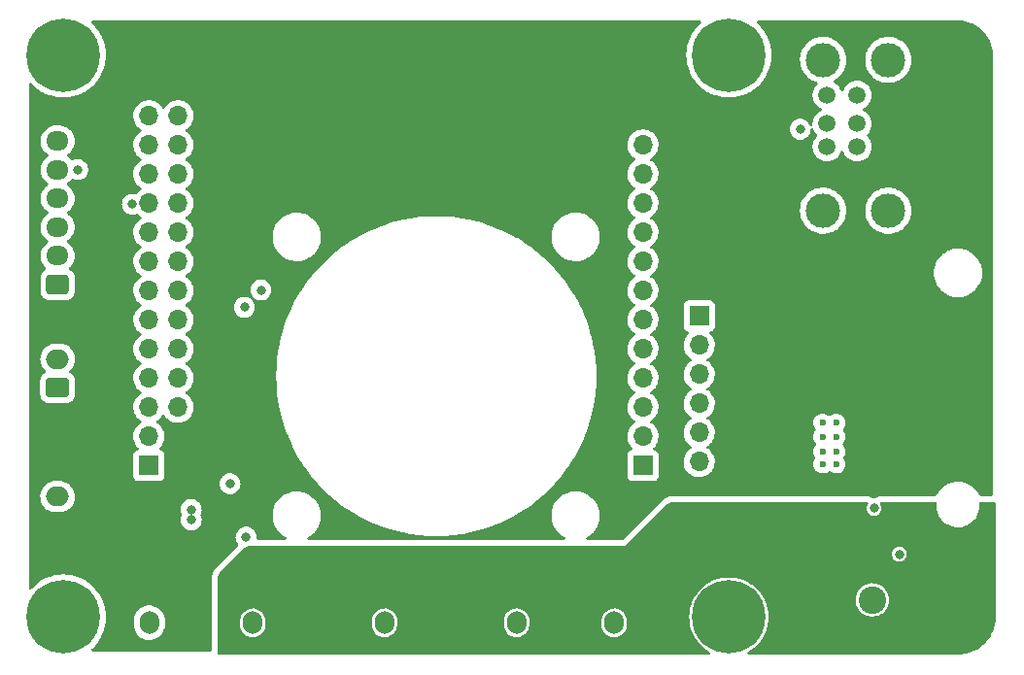
<source format=gbr>
%TF.GenerationSoftware,KiCad,Pcbnew,(6.0.0)*%
%TF.CreationDate,2022-01-09T15:33:56+08:00*%
%TF.ProjectId,orange_juice_board,6f72616e-6765-45f6-9a75-6963655f626f,rev?*%
%TF.SameCoordinates,Original*%
%TF.FileFunction,Copper,L3,Inr*%
%TF.FilePolarity,Positive*%
%FSLAX46Y46*%
G04 Gerber Fmt 4.6, Leading zero omitted, Abs format (unit mm)*
G04 Created by KiCad (PCBNEW (6.0.0)) date 2022-01-09 15:33:56*
%MOMM*%
%LPD*%
G01*
G04 APERTURE LIST*
G04 Aperture macros list*
%AMRoundRect*
0 Rectangle with rounded corners*
0 $1 Rounding radius*
0 $2 $3 $4 $5 $6 $7 $8 $9 X,Y pos of 4 corners*
0 Add a 4 corners polygon primitive as box body*
4,1,4,$2,$3,$4,$5,$6,$7,$8,$9,$2,$3,0*
0 Add four circle primitives for the rounded corners*
1,1,$1+$1,$2,$3*
1,1,$1+$1,$4,$5*
1,1,$1+$1,$6,$7*
1,1,$1+$1,$8,$9*
0 Add four rect primitives between the rounded corners*
20,1,$1+$1,$2,$3,$4,$5,0*
20,1,$1+$1,$4,$5,$6,$7,0*
20,1,$1+$1,$6,$7,$8,$9,0*
20,1,$1+$1,$8,$9,$2,$3,0*%
G04 Aperture macros list end*
%TA.AperFunction,ComponentPad*%
%ADD10RoundRect,0.250000X0.600000X0.750000X-0.600000X0.750000X-0.600000X-0.750000X0.600000X-0.750000X0*%
%TD*%
%TA.AperFunction,ComponentPad*%
%ADD11O,1.700000X2.000000*%
%TD*%
%TA.AperFunction,ComponentPad*%
%ADD12RoundRect,0.250000X0.750000X-0.600000X0.750000X0.600000X-0.750000X0.600000X-0.750000X-0.600000X0*%
%TD*%
%TA.AperFunction,ComponentPad*%
%ADD13O,2.000000X1.700000*%
%TD*%
%TA.AperFunction,ComponentPad*%
%ADD14R,1.700000X1.700000*%
%TD*%
%TA.AperFunction,ComponentPad*%
%ADD15O,1.700000X1.700000*%
%TD*%
%TA.AperFunction,ComponentPad*%
%ADD16C,3.000000*%
%TD*%
%TA.AperFunction,ComponentPad*%
%ADD17C,1.500000*%
%TD*%
%TA.AperFunction,ComponentPad*%
%ADD18R,1.500000X1.500000*%
%TD*%
%TA.AperFunction,ComponentPad*%
%ADD19RoundRect,0.250000X0.725000X-0.600000X0.725000X0.600000X-0.725000X0.600000X-0.725000X-0.600000X0*%
%TD*%
%TA.AperFunction,ComponentPad*%
%ADD20O,1.950000X1.700000*%
%TD*%
%TA.AperFunction,ComponentPad*%
%ADD21R,2.400000X2.400000*%
%TD*%
%TA.AperFunction,ComponentPad*%
%ADD22C,2.400000*%
%TD*%
%TA.AperFunction,ComponentPad*%
%ADD23C,0.800000*%
%TD*%
%TA.AperFunction,ComponentPad*%
%ADD24C,6.400000*%
%TD*%
%TA.AperFunction,ComponentPad*%
%ADD25C,0.600000*%
%TD*%
%TA.AperFunction,ViaPad*%
%ADD26C,0.800000*%
%TD*%
G04 APERTURE END LIST*
D10*
%TO.N,DCIN*%
%TO.C,J10*%
X139000000Y-118500000D03*
D11*
%TO.N,Net-(D2-Pad1)*%
X136500000Y-118500000D03*
%TD*%
%TO.N,Net-(D3-Pad1)*%
%TO.C,J12*%
X148000000Y-118500000D03*
D10*
%TO.N,DCIN*%
X150500000Y-118500000D03*
%TD*%
%TO.N,DCIN*%
%TO.C,J13*%
X127500000Y-118500000D03*
D11*
%TO.N,GND*%
X125000000Y-118500000D03*
%TD*%
D12*
%TO.N,UART1_RX*%
%TO.C,J11*%
X108000000Y-98000000D03*
D13*
%TO.N,UART1_TX*%
X108000000Y-95500000D03*
%TD*%
D12*
%TO.N,+5V*%
%TO.C,J8*%
X108000000Y-110000000D03*
D13*
%TO.N,GND*%
X108000000Y-107500000D03*
%TD*%
D10*
%TO.N,+5V*%
%TO.C,J9*%
X118500000Y-118500000D03*
D11*
%TO.N,GND*%
X116000000Y-118500000D03*
%TD*%
D14*
%TO.N,unconnected-(J4-Pad1)*%
%TO.C,J4*%
X115960000Y-104780000D03*
D15*
%TO.N,+5V*%
X118500000Y-104780000D03*
%TO.N,unconnected-(J4-Pad3)*%
X115960000Y-102240000D03*
%TO.N,+5V*%
X118500000Y-102240000D03*
%TO.N,unconnected-(J4-Pad5)*%
X115960000Y-99700000D03*
%TO.N,GND*%
X118500000Y-99700000D03*
%TO.N,unconnected-(J4-Pad7)*%
X115960000Y-97160000D03*
%TO.N,UART1_RX*%
X118500000Y-97160000D03*
%TO.N,GND*%
X115960000Y-94620000D03*
%TO.N,UART1_TX*%
X118500000Y-94620000D03*
%TO.N,GPIO_1_CS*%
X115960000Y-92080000D03*
%TO.N,unconnected-(J4-Pad12)*%
X118500000Y-92080000D03*
%TO.N,GPIO_0_SDI*%
X115960000Y-89540000D03*
%TO.N,GND*%
X118500000Y-89540000D03*
%TO.N,GPIO_3_SDO*%
X115960000Y-87000000D03*
%TO.N,GPIO_19*%
X118500000Y-87000000D03*
%TO.N,+3V3*%
X115960000Y-84460000D03*
%TO.N,GPIO_18*%
X118500000Y-84460000D03*
%TO.N,SPI1_MOSI*%
X115960000Y-81920000D03*
%TO.N,GND*%
X118500000Y-81920000D03*
%TO.N,SPI1_MISO*%
X115960000Y-79380000D03*
%TO.N,GPIO_2_CLK*%
X118500000Y-79380000D03*
%TO.N,SPI1_CLK*%
X115960000Y-76840000D03*
%TO.N,SPI1_CS*%
X118500000Y-76840000D03*
%TO.N,GND*%
X115960000Y-74300000D03*
%TO.N,GPIO_10*%
X118500000Y-74300000D03*
%TD*%
D14*
%TO.N,unconnected-(J7-Pad1)*%
%TO.C,J7*%
X159000000Y-104780000D03*
D15*
%TO.N,unconnected-(J7-Pad2)*%
X159000000Y-102240000D03*
%TO.N,unconnected-(J7-Pad3)*%
X159000000Y-99700000D03*
%TO.N,unconnected-(J7-Pad4)*%
X159000000Y-97160000D03*
%TO.N,unconnected-(J7-Pad5)*%
X159000000Y-94620000D03*
%TO.N,unconnected-(J7-Pad6)*%
X159000000Y-92080000D03*
%TO.N,unconnected-(J7-Pad7)*%
X159000000Y-89540000D03*
%TO.N,USB_DP3*%
X159000000Y-87000000D03*
%TO.N,USB_DM3*%
X159000000Y-84460000D03*
%TO.N,USB_DP2*%
X159000000Y-81920000D03*
%TO.N,USB_DM2*%
X159000000Y-79380000D03*
%TO.N,GND*%
X159000000Y-76840000D03*
%TO.N,+5V*%
X159000000Y-74300000D03*
%TD*%
D16*
%TO.N,GND*%
%TO.C,USB1*%
X174712000Y-69430000D03*
X174712000Y-82570000D03*
X180392000Y-69430000D03*
X180392000Y-82570000D03*
D17*
X177682000Y-72500000D03*
%TO.N,USB_DP3*%
X177682000Y-75000000D03*
%TO.N,USB_DM3*%
X177682000Y-77000000D03*
%TO.N,+5V*%
X177682000Y-79500000D03*
%TO.N,GND*%
X175062000Y-72500000D03*
%TO.N,USB_DP2*%
X175062000Y-75000000D03*
%TO.N,USB_DM2*%
X175062000Y-77000000D03*
D18*
%TO.N,+5V*%
X175062000Y-79500000D03*
%TD*%
D19*
%TO.N,GND*%
%TO.C,J3*%
X108000000Y-89000000D03*
D20*
%TO.N,+3V3*%
X108000000Y-86500000D03*
%TO.N,SPI1_CS*%
X108000000Y-84000000D03*
%TO.N,SPI1_MISO*%
X108000000Y-81500000D03*
%TO.N,SPI1_MOSI*%
X108000000Y-79000000D03*
%TO.N,SPI1_CLK*%
X108000000Y-76500000D03*
%TD*%
D21*
%TO.N,DCIN*%
%TO.C,J2*%
X175500000Y-116500000D03*
D22*
%TO.N,GND*%
X179000000Y-116500000D03*
%TD*%
D14*
%TO.N,GND*%
%TO.C,J5*%
X163910000Y-91750000D03*
D15*
%TO.N,+3V3*%
X163910000Y-94290000D03*
%TO.N,GPIO_2_CLK*%
X163910000Y-96830000D03*
%TO.N,GPIO_3_SDO*%
X163910000Y-99370000D03*
%TO.N,GPIO_0_SDI*%
X163910000Y-101910000D03*
%TO.N,GPIO_1_CS*%
X163910000Y-104450000D03*
%TD*%
D11*
%TO.N,Net-(D4-Pad1)*%
%TO.C,J15*%
X156500000Y-118500000D03*
D10*
%TO.N,DCIN*%
X159000000Y-118500000D03*
%TD*%
D23*
%TO.N,N/C*%
%TO.C,H2*%
X108500000Y-115600000D03*
D24*
X108500000Y-118000000D03*
D23*
X106802944Y-119697056D03*
X110197056Y-116302944D03*
X106802944Y-116302944D03*
X108500000Y-120400000D03*
X110900000Y-118000000D03*
X110197056Y-119697056D03*
X106100000Y-118000000D03*
%TD*%
D24*
%TO.N,N/C*%
%TO.C,H3*%
X166500000Y-118000000D03*
D23*
X164802944Y-116302944D03*
X164802944Y-119697056D03*
X168197056Y-119697056D03*
X166500000Y-115600000D03*
X164100000Y-118000000D03*
X166500000Y-120400000D03*
X168900000Y-118000000D03*
X168197056Y-116302944D03*
%TD*%
%TO.N,N/C*%
%TO.C,H4*%
X164802944Y-67302944D03*
X168900000Y-69000000D03*
D24*
X166500000Y-69000000D03*
D23*
X168197056Y-67302944D03*
X168197056Y-70697056D03*
X164100000Y-69000000D03*
X166500000Y-66600000D03*
X166500000Y-71400000D03*
X164802944Y-70697056D03*
%TD*%
%TO.N,N/C*%
%TO.C,H1*%
X106802944Y-67302944D03*
X110900000Y-69000000D03*
D24*
X108500000Y-69000000D03*
D23*
X110197056Y-70697056D03*
X106100000Y-69000000D03*
X108500000Y-71400000D03*
X106802944Y-70697056D03*
X108500000Y-66600000D03*
X110197056Y-67302944D03*
%TD*%
D25*
%TO.N,GND*%
%TO.C,U1*%
X174660000Y-104670000D03*
X175860000Y-103570000D03*
X175860000Y-101070000D03*
X174660000Y-103570000D03*
X175860000Y-104670000D03*
X174660000Y-102270000D03*
X174660000Y-101070000D03*
X175860000Y-102270000D03*
%TD*%
D26*
%TO.N,USB_DM2*%
X172720000Y-75471500D03*
%TO.N,GND*%
X119642000Y-109526000D03*
X119642000Y-108626000D03*
%TO.N,+5V*%
X174498000Y-86995000D03*
X171831000Y-86995000D03*
X166878000Y-100076000D03*
X172720000Y-86106000D03*
X174498000Y-86106000D03*
X172720000Y-86995000D03*
X171831000Y-86106000D03*
X173609000Y-86995000D03*
X173609000Y-86106000D03*
%TO.N,BUCK_IN*%
X179142000Y-108526000D03*
X181356000Y-112522000D03*
%TO.N,DCIN*%
X144780000Y-114554000D03*
X161544000Y-109728000D03*
X133350000Y-114600000D03*
%TO.N,SPI1_MOSI*%
X109750000Y-79000000D03*
X114512653Y-82012653D03*
%TO.N,Net-(Q2-Pad1)*%
X125725000Y-89500000D03*
X124275000Y-91000000D03*
%TO.N,Net-(Q4-Pad1)*%
X124425000Y-111025000D03*
X123025000Y-106375000D03*
%TD*%
%TA.AperFunction,Conductor*%
%TO.N,+5V*%
G36*
X164014256Y-66028002D02*
G01*
X164060749Y-66081658D01*
X164070853Y-66151932D01*
X164041359Y-66216512D01*
X164025431Y-66231919D01*
X164017689Y-66238188D01*
X164017679Y-66238197D01*
X164015124Y-66240266D01*
X163740266Y-66515124D01*
X163738194Y-66517682D01*
X163738191Y-66517686D01*
X163688199Y-66579421D01*
X163495643Y-66817207D01*
X163493848Y-66819970D01*
X163493848Y-66819971D01*
X163374929Y-67003092D01*
X163283938Y-67143206D01*
X163282443Y-67146140D01*
X163282439Y-67146147D01*
X163142507Y-67420780D01*
X163107468Y-67489547D01*
X162968167Y-67852438D01*
X162867562Y-68227901D01*
X162806754Y-68611824D01*
X162786411Y-69000000D01*
X162806754Y-69388176D01*
X162807267Y-69391416D01*
X162807268Y-69391424D01*
X162835268Y-69568207D01*
X162867562Y-69772099D01*
X162968167Y-70147562D01*
X163107468Y-70510453D01*
X163108966Y-70513393D01*
X163217284Y-70725978D01*
X163283938Y-70856794D01*
X163495643Y-71182793D01*
X163600986Y-71312880D01*
X163731920Y-71474569D01*
X163740266Y-71484876D01*
X164015124Y-71759734D01*
X164317207Y-72004357D01*
X164319970Y-72006152D01*
X164319971Y-72006152D01*
X164562952Y-72163945D01*
X164643205Y-72216062D01*
X164646139Y-72217557D01*
X164646146Y-72217561D01*
X164780674Y-72286106D01*
X164989547Y-72392532D01*
X165352438Y-72531833D01*
X165727901Y-72632438D01*
X165931793Y-72664732D01*
X166108576Y-72692732D01*
X166108584Y-72692733D01*
X166111824Y-72693246D01*
X166500000Y-72713589D01*
X166888176Y-72693246D01*
X166891416Y-72692733D01*
X166891424Y-72692732D01*
X167068207Y-72664732D01*
X167272099Y-72632438D01*
X167647562Y-72531833D01*
X168010453Y-72392532D01*
X168219326Y-72286106D01*
X168353854Y-72217561D01*
X168353861Y-72217557D01*
X168356795Y-72216062D01*
X168437049Y-72163945D01*
X168680029Y-72006152D01*
X168680030Y-72006152D01*
X168682793Y-72004357D01*
X168984876Y-71759734D01*
X169259734Y-71484876D01*
X169268081Y-71474569D01*
X169399014Y-71312880D01*
X169504357Y-71182793D01*
X169716062Y-70856794D01*
X169782717Y-70725978D01*
X169891034Y-70513393D01*
X169892532Y-70510453D01*
X170031833Y-70147562D01*
X170132438Y-69772099D01*
X170164732Y-69568207D01*
X170192732Y-69391424D01*
X170192733Y-69391416D01*
X170193246Y-69388176D01*
X170213589Y-69000000D01*
X170193246Y-68611824D01*
X170132438Y-68227901D01*
X170031833Y-67852438D01*
X169892532Y-67489547D01*
X169857493Y-67420780D01*
X169717561Y-67146147D01*
X169717557Y-67146140D01*
X169716062Y-67143206D01*
X169625072Y-67003092D01*
X169506152Y-66819971D01*
X169506152Y-66819970D01*
X169504357Y-66817207D01*
X169311801Y-66579421D01*
X169261809Y-66517686D01*
X169261806Y-66517682D01*
X169259734Y-66515124D01*
X168984876Y-66240266D01*
X168982321Y-66238197D01*
X168982311Y-66238188D01*
X168974569Y-66231919D01*
X168934218Y-66173504D01*
X168931854Y-66102546D01*
X168968228Y-66041575D01*
X169031791Y-66009949D01*
X169053865Y-66008000D01*
X186450672Y-66008000D01*
X186470057Y-66009500D01*
X186484858Y-66011805D01*
X186484861Y-66011805D01*
X186493730Y-66013186D01*
X186502631Y-66012022D01*
X186502635Y-66012022D01*
X186512411Y-66010743D01*
X186535343Y-66009852D01*
X186806149Y-66024044D01*
X186819265Y-66025422D01*
X187115550Y-66072349D01*
X187128450Y-66075091D01*
X187418205Y-66152731D01*
X187430742Y-66156805D01*
X187642753Y-66238188D01*
X187710787Y-66264304D01*
X187722835Y-66269668D01*
X187990117Y-66405855D01*
X188001538Y-66412449D01*
X188253121Y-66575828D01*
X188263791Y-66583581D01*
X188496908Y-66772355D01*
X188506709Y-66781180D01*
X188718820Y-66993291D01*
X188727645Y-67003092D01*
X188916419Y-67236209D01*
X188924172Y-67246879D01*
X189087551Y-67498462D01*
X189094145Y-67509883D01*
X189230332Y-67777165D01*
X189235696Y-67789213D01*
X189343193Y-68069251D01*
X189347269Y-68081794D01*
X189364672Y-68146742D01*
X189424909Y-68371550D01*
X189427651Y-68384450D01*
X189474578Y-68680735D01*
X189475956Y-68693851D01*
X189486383Y-68892809D01*
X189489764Y-68957330D01*
X189488436Y-68983312D01*
X189488195Y-68984856D01*
X189488195Y-68984860D01*
X189486814Y-68993730D01*
X189487978Y-69002632D01*
X189487978Y-69002635D01*
X189490936Y-69025251D01*
X189492000Y-69041589D01*
X189492000Y-107316000D01*
X189471998Y-107384121D01*
X189418342Y-107430614D01*
X189366000Y-107442000D01*
X188461069Y-107442000D01*
X188392948Y-107421998D01*
X188347319Y-107367980D01*
X188346707Y-107368292D01*
X188345375Y-107365678D01*
X188345174Y-107365440D01*
X188344763Y-107364477D01*
X188343077Y-107360524D01*
X188228334Y-107168803D01*
X188197643Y-107117521D01*
X188197640Y-107117517D01*
X188195439Y-107113839D01*
X188015687Y-106889472D01*
X187807149Y-106691577D01*
X187617064Y-106554987D01*
X187577172Y-106526321D01*
X187577171Y-106526320D01*
X187573683Y-106523814D01*
X187551843Y-106512250D01*
X187417505Y-106441122D01*
X187319608Y-106389288D01*
X187184617Y-106339888D01*
X187053658Y-106291964D01*
X187053656Y-106291963D01*
X187049627Y-106290489D01*
X186768736Y-106229245D01*
X186737685Y-106226801D01*
X186545718Y-106211693D01*
X186545709Y-106211693D01*
X186543261Y-106211500D01*
X186387729Y-106211500D01*
X186385593Y-106211646D01*
X186385582Y-106211646D01*
X186177452Y-106225835D01*
X186177446Y-106225836D01*
X186173175Y-106226127D01*
X186168980Y-106226996D01*
X186168978Y-106226996D01*
X186032416Y-106255277D01*
X185891658Y-106284426D01*
X185620657Y-106380393D01*
X185365188Y-106512250D01*
X185361687Y-106514711D01*
X185361683Y-106514713D01*
X185351594Y-106521804D01*
X185129977Y-106677559D01*
X184919378Y-106873260D01*
X184737287Y-107095732D01*
X184735048Y-107099386D01*
X184589309Y-107337208D01*
X184589305Y-107337216D01*
X184587073Y-107340858D01*
X184585353Y-107344776D01*
X184585351Y-107344780D01*
X184575752Y-107366647D01*
X184530055Y-107420982D01*
X184460379Y-107442000D01*
X179774973Y-107442000D01*
X179771385Y-107442414D01*
X179771383Y-107442414D01*
X179749307Y-107444960D01*
X179659321Y-107455340D01*
X179603457Y-107468401D01*
X179493879Y-107507720D01*
X179443064Y-107542645D01*
X179403975Y-107569511D01*
X179374718Y-107589619D01*
X179371404Y-107592675D01*
X179367892Y-107595478D01*
X179367053Y-107594427D01*
X179308707Y-107623292D01*
X179260720Y-107622438D01*
X179243946Y-107618873D01*
X179243947Y-107618873D01*
X179237487Y-107617500D01*
X179046513Y-107617500D01*
X179040055Y-107618873D01*
X179040052Y-107618873D01*
X179020933Y-107622937D01*
X178950142Y-107617536D01*
X178912221Y-107594915D01*
X178882904Y-107569511D01*
X178851899Y-107542645D01*
X178720373Y-107482579D01*
X178696619Y-107475604D01*
X178656575Y-107463846D01*
X178656571Y-107463845D01*
X178652252Y-107462577D01*
X178647804Y-107461937D01*
X178647797Y-107461936D01*
X178513581Y-107442639D01*
X178513574Y-107442638D01*
X178509133Y-107442000D01*
X161569063Y-107442000D01*
X161565990Y-107442303D01*
X161565983Y-107442303D01*
X161512814Y-107447540D01*
X161469957Y-107451761D01*
X161421740Y-107461352D01*
X161326447Y-107490258D01*
X161323597Y-107491439D01*
X161323590Y-107491441D01*
X161301312Y-107500669D01*
X161301308Y-107500671D01*
X160942007Y-107649498D01*
X160941998Y-107649502D01*
X160939145Y-107650684D01*
X160936416Y-107652143D01*
X160936407Y-107652147D01*
X160900432Y-107671377D01*
X160851312Y-107697633D01*
X160810435Y-107724947D01*
X160733461Y-107788119D01*
X157306485Y-111215095D01*
X157244173Y-111249121D01*
X157217390Y-111252000D01*
X154193553Y-111252000D01*
X154125432Y-111231998D01*
X154078939Y-111178342D01*
X154068835Y-111108068D01*
X154098329Y-111043488D01*
X154135763Y-111014034D01*
X154241005Y-110959715D01*
X154241006Y-110959715D01*
X154244812Y-110957750D01*
X154248313Y-110955289D01*
X154248317Y-110955287D01*
X154428298Y-110828794D01*
X154480023Y-110792441D01*
X154622838Y-110659729D01*
X154687479Y-110599661D01*
X154687481Y-110599658D01*
X154690622Y-110596740D01*
X154872713Y-110374268D01*
X155022927Y-110129142D01*
X155028477Y-110116500D01*
X155136757Y-109869830D01*
X155138483Y-109865898D01*
X155217244Y-109589406D01*
X155257751Y-109304784D01*
X155257845Y-109286951D01*
X155259235Y-109021583D01*
X155259235Y-109021576D01*
X155259257Y-109017297D01*
X155221732Y-108732266D01*
X155145871Y-108454964D01*
X155073407Y-108285075D01*
X155034763Y-108194476D01*
X155034761Y-108194472D01*
X155033077Y-108190524D01*
X154923750Y-108007852D01*
X154887643Y-107947521D01*
X154887640Y-107947517D01*
X154885439Y-107943839D01*
X154705687Y-107719472D01*
X154582289Y-107602372D01*
X154500258Y-107524527D01*
X154500255Y-107524525D01*
X154497149Y-107521577D01*
X154281257Y-107366442D01*
X154267172Y-107356321D01*
X154267171Y-107356320D01*
X154263683Y-107353814D01*
X154241843Y-107342250D01*
X154130883Y-107283500D01*
X154009608Y-107219288D01*
X153739627Y-107120489D01*
X153458736Y-107059245D01*
X153427685Y-107056801D01*
X153235718Y-107041693D01*
X153235709Y-107041693D01*
X153233261Y-107041500D01*
X153077729Y-107041500D01*
X153075593Y-107041646D01*
X153075582Y-107041646D01*
X152867452Y-107055835D01*
X152867446Y-107055836D01*
X152863175Y-107056127D01*
X152858980Y-107056996D01*
X152858978Y-107056996D01*
X152722417Y-107085276D01*
X152581658Y-107114426D01*
X152310657Y-107210393D01*
X152306848Y-107212359D01*
X152061150Y-107339173D01*
X152055188Y-107342250D01*
X152051687Y-107344711D01*
X152051683Y-107344713D01*
X151943164Y-107420982D01*
X151819977Y-107507559D01*
X151804892Y-107521577D01*
X151617009Y-107696169D01*
X151609378Y-107703260D01*
X151427287Y-107925732D01*
X151277073Y-108170858D01*
X151275347Y-108174791D01*
X151275346Y-108174792D01*
X151179720Y-108392635D01*
X151161517Y-108434102D01*
X151082756Y-108710594D01*
X151072024Y-108786001D01*
X151043599Y-108985733D01*
X151042249Y-108995216D01*
X151042227Y-108999505D01*
X151042226Y-108999512D01*
X151040765Y-109278417D01*
X151040743Y-109282703D01*
X151041302Y-109286947D01*
X151041302Y-109286951D01*
X151047769Y-109336072D01*
X151078268Y-109567734D01*
X151154129Y-109845036D01*
X151155813Y-109848984D01*
X151249169Y-110067852D01*
X151266923Y-110109476D01*
X151321074Y-110199955D01*
X151388872Y-110313237D01*
X151414561Y-110356161D01*
X151594313Y-110580528D01*
X151802851Y-110778423D01*
X152036317Y-110946186D01*
X152040112Y-110948195D01*
X152040113Y-110948196D01*
X152165615Y-111014646D01*
X152216458Y-111064199D01*
X152232440Y-111133373D01*
X152208486Y-111200207D01*
X152152202Y-111243480D01*
X152106656Y-111252000D01*
X129893553Y-111252000D01*
X129825432Y-111231998D01*
X129778939Y-111178342D01*
X129768835Y-111108068D01*
X129798329Y-111043488D01*
X129835763Y-111014034D01*
X129941005Y-110959715D01*
X129941006Y-110959715D01*
X129944812Y-110957750D01*
X129948313Y-110955289D01*
X129948317Y-110955287D01*
X130128298Y-110828794D01*
X130180023Y-110792441D01*
X130322838Y-110659729D01*
X130387479Y-110599661D01*
X130387481Y-110599658D01*
X130390622Y-110596740D01*
X130572713Y-110374268D01*
X130722927Y-110129142D01*
X130728477Y-110116500D01*
X130836757Y-109869830D01*
X130838483Y-109865898D01*
X130917244Y-109589406D01*
X130957751Y-109304784D01*
X130957845Y-109286951D01*
X130959235Y-109021583D01*
X130959235Y-109021576D01*
X130959257Y-109017297D01*
X130921732Y-108732266D01*
X130845871Y-108454964D01*
X130773407Y-108285075D01*
X130734763Y-108194476D01*
X130734761Y-108194472D01*
X130733077Y-108190524D01*
X130623750Y-108007852D01*
X130587643Y-107947521D01*
X130587640Y-107947517D01*
X130585439Y-107943839D01*
X130405687Y-107719472D01*
X130282289Y-107602372D01*
X130200258Y-107524527D01*
X130200255Y-107524525D01*
X130197149Y-107521577D01*
X129981257Y-107366442D01*
X129967172Y-107356321D01*
X129967171Y-107356320D01*
X129963683Y-107353814D01*
X129941843Y-107342250D01*
X129830883Y-107283500D01*
X129709608Y-107219288D01*
X129439627Y-107120489D01*
X129158736Y-107059245D01*
X129127685Y-107056801D01*
X128935718Y-107041693D01*
X128935709Y-107041693D01*
X128933261Y-107041500D01*
X128777729Y-107041500D01*
X128775593Y-107041646D01*
X128775582Y-107041646D01*
X128567452Y-107055835D01*
X128567446Y-107055836D01*
X128563175Y-107056127D01*
X128558980Y-107056996D01*
X128558978Y-107056996D01*
X128422417Y-107085276D01*
X128281658Y-107114426D01*
X128010657Y-107210393D01*
X128006848Y-107212359D01*
X127761150Y-107339173D01*
X127755188Y-107342250D01*
X127751687Y-107344711D01*
X127751683Y-107344713D01*
X127643164Y-107420982D01*
X127519977Y-107507559D01*
X127504892Y-107521577D01*
X127317009Y-107696169D01*
X127309378Y-107703260D01*
X127127287Y-107925732D01*
X126977073Y-108170858D01*
X126975347Y-108174791D01*
X126975346Y-108174792D01*
X126879720Y-108392635D01*
X126861517Y-108434102D01*
X126782756Y-108710594D01*
X126772024Y-108786001D01*
X126743599Y-108985733D01*
X126742249Y-108995216D01*
X126742227Y-108999505D01*
X126742226Y-108999512D01*
X126740765Y-109278417D01*
X126740743Y-109282703D01*
X126741302Y-109286947D01*
X126741302Y-109286951D01*
X126747769Y-109336072D01*
X126778268Y-109567734D01*
X126854129Y-109845036D01*
X126855813Y-109848984D01*
X126949169Y-110067852D01*
X126966923Y-110109476D01*
X127021074Y-110199955D01*
X127088872Y-110313237D01*
X127114561Y-110356161D01*
X127294313Y-110580528D01*
X127502851Y-110778423D01*
X127736317Y-110946186D01*
X127740112Y-110948195D01*
X127740113Y-110948196D01*
X127865615Y-111014646D01*
X127916458Y-111064199D01*
X127932440Y-111133373D01*
X127908486Y-111200207D01*
X127852202Y-111243480D01*
X127806656Y-111252000D01*
X125454583Y-111252000D01*
X125386462Y-111231998D01*
X125339969Y-111178342D01*
X125329273Y-111112830D01*
X125337814Y-111031565D01*
X125338504Y-111025000D01*
X125328399Y-110928857D01*
X125319232Y-110841635D01*
X125319232Y-110841633D01*
X125318542Y-110835072D01*
X125259527Y-110653444D01*
X125164040Y-110488056D01*
X125150566Y-110473091D01*
X125040675Y-110351045D01*
X125040674Y-110351044D01*
X125036253Y-110346134D01*
X124881752Y-110233882D01*
X124875724Y-110231198D01*
X124875722Y-110231197D01*
X124713319Y-110158891D01*
X124713318Y-110158891D01*
X124707288Y-110156206D01*
X124613887Y-110136353D01*
X124526944Y-110117872D01*
X124526939Y-110117872D01*
X124520487Y-110116500D01*
X124329513Y-110116500D01*
X124323061Y-110117872D01*
X124323056Y-110117872D01*
X124236113Y-110136353D01*
X124142712Y-110156206D01*
X124136682Y-110158891D01*
X124136681Y-110158891D01*
X123974278Y-110231197D01*
X123974276Y-110231198D01*
X123968248Y-110233882D01*
X123813747Y-110346134D01*
X123809326Y-110351044D01*
X123809325Y-110351045D01*
X123699435Y-110473091D01*
X123685960Y-110488056D01*
X123590473Y-110653444D01*
X123531458Y-110835072D01*
X123530768Y-110841633D01*
X123530768Y-110841635D01*
X123521601Y-110928857D01*
X123511496Y-111025000D01*
X123512186Y-111031565D01*
X123527736Y-111179511D01*
X123531458Y-111214928D01*
X123590473Y-111396556D01*
X123685960Y-111561944D01*
X123690380Y-111566853D01*
X123690383Y-111566857D01*
X123726143Y-111606573D01*
X123756861Y-111670580D01*
X123748096Y-111741034D01*
X123721602Y-111779978D01*
X121758119Y-113743461D01*
X121694947Y-113820435D01*
X121667633Y-113861312D01*
X121620684Y-113949144D01*
X121619502Y-113951997D01*
X121619498Y-113952006D01*
X121481351Y-114285523D01*
X121460260Y-114336441D01*
X121431352Y-114431741D01*
X121421761Y-114479959D01*
X121412000Y-114579063D01*
X121412000Y-120866000D01*
X121391998Y-120934121D01*
X121338342Y-120980614D01*
X121286000Y-120992000D01*
X111053865Y-120992000D01*
X110985744Y-120971998D01*
X110939251Y-120918342D01*
X110929147Y-120848068D01*
X110958641Y-120783488D01*
X110974569Y-120768081D01*
X110982311Y-120761812D01*
X110982321Y-120761803D01*
X110984876Y-120759734D01*
X111259734Y-120484876D01*
X111504357Y-120182793D01*
X111615467Y-120011698D01*
X111714264Y-119859563D01*
X111714266Y-119859560D01*
X111716062Y-119856794D01*
X111750897Y-119788428D01*
X111891034Y-119513393D01*
X111892532Y-119510453D01*
X112031833Y-119147562D01*
X112132438Y-118772099D01*
X112142608Y-118707890D01*
X114641500Y-118707890D01*
X114656080Y-118879720D01*
X114657418Y-118884875D01*
X114657419Y-118884881D01*
X114712657Y-119097703D01*
X114713999Y-119102872D01*
X114808688Y-119313075D01*
X114937441Y-119504319D01*
X114941120Y-119508176D01*
X114941122Y-119508178D01*
X114946097Y-119513393D01*
X115096576Y-119671135D01*
X115281542Y-119808754D01*
X115286293Y-119811170D01*
X115286297Y-119811172D01*
X115370245Y-119853853D01*
X115487051Y-119913240D01*
X115492145Y-119914822D01*
X115492148Y-119914823D01*
X115692020Y-119976885D01*
X115707227Y-119981607D01*
X115712516Y-119982308D01*
X115930489Y-120011198D01*
X115930494Y-120011198D01*
X115935774Y-120011898D01*
X115941103Y-120011698D01*
X115941105Y-120011698D01*
X116050966Y-120007574D01*
X116166158Y-120003249D01*
X116391791Y-119955907D01*
X116396750Y-119953949D01*
X116396752Y-119953948D01*
X116601256Y-119873185D01*
X116601258Y-119873184D01*
X116606221Y-119871224D01*
X116634848Y-119853853D01*
X116798757Y-119754390D01*
X116798756Y-119754390D01*
X116803317Y-119751623D01*
X116807347Y-119748126D01*
X116973412Y-119604023D01*
X116973414Y-119604021D01*
X116977445Y-119600523D01*
X117051298Y-119510453D01*
X117120240Y-119426373D01*
X117120244Y-119426367D01*
X117123624Y-119422245D01*
X117237675Y-119221886D01*
X117316337Y-119005175D01*
X117339023Y-118879720D01*
X117356623Y-118782392D01*
X117356624Y-118782385D01*
X117357361Y-118778308D01*
X117358500Y-118754156D01*
X117358500Y-118292110D01*
X117343920Y-118120280D01*
X117342582Y-118115125D01*
X117342581Y-118115119D01*
X117287343Y-117902297D01*
X117287342Y-117902293D01*
X117286001Y-117897128D01*
X117191312Y-117686925D01*
X117062559Y-117495681D01*
X116903424Y-117328865D01*
X116718458Y-117191246D01*
X116713707Y-117188830D01*
X116713703Y-117188828D01*
X116591731Y-117126815D01*
X116512949Y-117086760D01*
X116507855Y-117085178D01*
X116507852Y-117085177D01*
X116297871Y-117019976D01*
X116292773Y-117018393D01*
X116287484Y-117017692D01*
X116069511Y-116988802D01*
X116069506Y-116988802D01*
X116064226Y-116988102D01*
X116058897Y-116988302D01*
X116058895Y-116988302D01*
X115949034Y-116992426D01*
X115833842Y-116996751D01*
X115608209Y-117044093D01*
X115603250Y-117046051D01*
X115603248Y-117046052D01*
X115398744Y-117126815D01*
X115398742Y-117126816D01*
X115393779Y-117128776D01*
X115389220Y-117131543D01*
X115389217Y-117131544D01*
X115290832Y-117191246D01*
X115196683Y-117248377D01*
X115192653Y-117251874D01*
X115099484Y-117332722D01*
X115022555Y-117399477D01*
X115019168Y-117403608D01*
X114879760Y-117573627D01*
X114879756Y-117573633D01*
X114876376Y-117577755D01*
X114873737Y-117582391D01*
X114873735Y-117582394D01*
X114856983Y-117611824D01*
X114762325Y-117778114D01*
X114683663Y-117994825D01*
X114682714Y-118000074D01*
X114682713Y-118000077D01*
X114643377Y-118217608D01*
X114643376Y-118217615D01*
X114642639Y-118221692D01*
X114641500Y-118245844D01*
X114641500Y-118707890D01*
X112142608Y-118707890D01*
X112193246Y-118388176D01*
X112213589Y-118000000D01*
X112193246Y-117611824D01*
X112174240Y-117491822D01*
X112164732Y-117431793D01*
X112132438Y-117227901D01*
X112031833Y-116852438D01*
X111892532Y-116489547D01*
X111716062Y-116143206D01*
X111504357Y-115817207D01*
X111300756Y-115565782D01*
X111261809Y-115517686D01*
X111261806Y-115517682D01*
X111259734Y-115515124D01*
X110984876Y-115240266D01*
X110682793Y-114995643D01*
X110356795Y-114783938D01*
X110353861Y-114782443D01*
X110353854Y-114782439D01*
X110013393Y-114608966D01*
X110010453Y-114607468D01*
X109789453Y-114522634D01*
X109650652Y-114469353D01*
X109650650Y-114469352D01*
X109647562Y-114468167D01*
X109272099Y-114367562D01*
X109057610Y-114333590D01*
X108891424Y-114307268D01*
X108891416Y-114307267D01*
X108888176Y-114306754D01*
X108500000Y-114286411D01*
X108111824Y-114306754D01*
X108108584Y-114307267D01*
X108108576Y-114307268D01*
X107942390Y-114333590D01*
X107727901Y-114367562D01*
X107352438Y-114468167D01*
X107349350Y-114469352D01*
X107349348Y-114469353D01*
X107210547Y-114522634D01*
X106989547Y-114607468D01*
X106986607Y-114608966D01*
X106646147Y-114782439D01*
X106646140Y-114782443D01*
X106643206Y-114783938D01*
X106317207Y-114995643D01*
X106015124Y-115240266D01*
X105740266Y-115515124D01*
X105738197Y-115517679D01*
X105738188Y-115517689D01*
X105731919Y-115525431D01*
X105673504Y-115565782D01*
X105602546Y-115568146D01*
X105541575Y-115531772D01*
X105509949Y-115468209D01*
X105508000Y-115446135D01*
X105508000Y-109526000D01*
X118728496Y-109526000D01*
X118748458Y-109715928D01*
X118807473Y-109897556D01*
X118902960Y-110062944D01*
X118907378Y-110067851D01*
X118907379Y-110067852D01*
X118948177Y-110113163D01*
X119030747Y-110204866D01*
X119185248Y-110317118D01*
X119191276Y-110319802D01*
X119191278Y-110319803D01*
X119321062Y-110377586D01*
X119359712Y-110394794D01*
X119453112Y-110414647D01*
X119540056Y-110433128D01*
X119540061Y-110433128D01*
X119546513Y-110434500D01*
X119737487Y-110434500D01*
X119743939Y-110433128D01*
X119743944Y-110433128D01*
X119830887Y-110414647D01*
X119924288Y-110394794D01*
X119962938Y-110377586D01*
X120092722Y-110319803D01*
X120092724Y-110319802D01*
X120098752Y-110317118D01*
X120253253Y-110204866D01*
X120335823Y-110113163D01*
X120376621Y-110067852D01*
X120376622Y-110067851D01*
X120381040Y-110062944D01*
X120476527Y-109897556D01*
X120535542Y-109715928D01*
X120555504Y-109526000D01*
X120535542Y-109336072D01*
X120476527Y-109154444D01*
X120467611Y-109139001D01*
X120450872Y-109070007D01*
X120467611Y-109012998D01*
X120473224Y-109003277D01*
X120476527Y-108997556D01*
X120535542Y-108815928D01*
X120538547Y-108787343D01*
X120554814Y-108632565D01*
X120555504Y-108626000D01*
X120548449Y-108558878D01*
X120536232Y-108442635D01*
X120536232Y-108442633D01*
X120535542Y-108436072D01*
X120476527Y-108254444D01*
X120455751Y-108218458D01*
X120430540Y-108174792D01*
X120381040Y-108089056D01*
X120316795Y-108017704D01*
X120257675Y-107952045D01*
X120257674Y-107952044D01*
X120253253Y-107947134D01*
X120098752Y-107834882D01*
X120092724Y-107832198D01*
X120092722Y-107832197D01*
X119930319Y-107759891D01*
X119930318Y-107759891D01*
X119924288Y-107757206D01*
X119830888Y-107737353D01*
X119743944Y-107718872D01*
X119743939Y-107718872D01*
X119737487Y-107717500D01*
X119546513Y-107717500D01*
X119540061Y-107718872D01*
X119540056Y-107718872D01*
X119453112Y-107737353D01*
X119359712Y-107757206D01*
X119353682Y-107759891D01*
X119353681Y-107759891D01*
X119191278Y-107832197D01*
X119191276Y-107832198D01*
X119185248Y-107834882D01*
X119030747Y-107947134D01*
X119026326Y-107952044D01*
X119026325Y-107952045D01*
X118967206Y-108017704D01*
X118902960Y-108089056D01*
X118853460Y-108174792D01*
X118828250Y-108218458D01*
X118807473Y-108254444D01*
X118748458Y-108436072D01*
X118747768Y-108442633D01*
X118747768Y-108442635D01*
X118735551Y-108558878D01*
X118728496Y-108626000D01*
X118729186Y-108632565D01*
X118745454Y-108787343D01*
X118748458Y-108815928D01*
X118807473Y-108997556D01*
X118810776Y-109003277D01*
X118816389Y-109012998D01*
X118833128Y-109081993D01*
X118816390Y-109139000D01*
X118807473Y-109154444D01*
X118748458Y-109336072D01*
X118728496Y-109526000D01*
X105508000Y-109526000D01*
X105508000Y-107435774D01*
X106488102Y-107435774D01*
X106488302Y-107441103D01*
X106488302Y-107441105D01*
X106490976Y-107512326D01*
X106496751Y-107666158D01*
X106497846Y-107671377D01*
X106507811Y-107718872D01*
X106544093Y-107891791D01*
X106546051Y-107896750D01*
X106546052Y-107896752D01*
X106567889Y-107952045D01*
X106628776Y-108106221D01*
X106631543Y-108110780D01*
X106631544Y-108110783D01*
X106693998Y-108213703D01*
X106748377Y-108303317D01*
X106751874Y-108307347D01*
X106883561Y-108459103D01*
X106899477Y-108477445D01*
X106903608Y-108480832D01*
X107073627Y-108620240D01*
X107073633Y-108620244D01*
X107077755Y-108623624D01*
X107082391Y-108626263D01*
X107082394Y-108626265D01*
X107093462Y-108632565D01*
X107278114Y-108737675D01*
X107494825Y-108816337D01*
X107500074Y-108817286D01*
X107500077Y-108817287D01*
X107717608Y-108856623D01*
X107717615Y-108856624D01*
X107721692Y-108857361D01*
X107739414Y-108858197D01*
X107744356Y-108858430D01*
X107744363Y-108858430D01*
X107745844Y-108858500D01*
X108207890Y-108858500D01*
X108274809Y-108852822D01*
X108374409Y-108844371D01*
X108374413Y-108844370D01*
X108379720Y-108843920D01*
X108384875Y-108842582D01*
X108384881Y-108842581D01*
X108597703Y-108787343D01*
X108597707Y-108787342D01*
X108602872Y-108786001D01*
X108607738Y-108783809D01*
X108607741Y-108783808D01*
X108779434Y-108706466D01*
X108813075Y-108691312D01*
X109004319Y-108562559D01*
X109171135Y-108403424D01*
X109308754Y-108218458D01*
X109322957Y-108190524D01*
X109374545Y-108089056D01*
X109413240Y-108012949D01*
X109432152Y-107952045D01*
X109480024Y-107797871D01*
X109481607Y-107792773D01*
X109490336Y-107726913D01*
X109511198Y-107569511D01*
X109511198Y-107569506D01*
X109511898Y-107564226D01*
X109511310Y-107548547D01*
X109506877Y-107430489D01*
X109503249Y-107333842D01*
X109455907Y-107108209D01*
X109436570Y-107059245D01*
X109373185Y-106898744D01*
X109373184Y-106898742D01*
X109371224Y-106893779D01*
X109352369Y-106862706D01*
X109254390Y-106701243D01*
X109251623Y-106696683D01*
X109164755Y-106596576D01*
X109104023Y-106526588D01*
X109104021Y-106526586D01*
X109100523Y-106522555D01*
X109058970Y-106488484D01*
X108926373Y-106379760D01*
X108926367Y-106379756D01*
X108922245Y-106376376D01*
X108919828Y-106375000D01*
X122111496Y-106375000D01*
X122112186Y-106381565D01*
X122126926Y-106521804D01*
X122131458Y-106564928D01*
X122190473Y-106746556D01*
X122193776Y-106752278D01*
X122193777Y-106752279D01*
X122227686Y-106811010D01*
X122285960Y-106911944D01*
X122290378Y-106916851D01*
X122290379Y-106916852D01*
X122402744Y-107041646D01*
X122413747Y-107053866D01*
X122568248Y-107166118D01*
X122574276Y-107168802D01*
X122574278Y-107168803D01*
X122672107Y-107212359D01*
X122742712Y-107243794D01*
X122836112Y-107263647D01*
X122923056Y-107282128D01*
X122923061Y-107282128D01*
X122929513Y-107283500D01*
X123120487Y-107283500D01*
X123126939Y-107282128D01*
X123126944Y-107282128D01*
X123213888Y-107263647D01*
X123307288Y-107243794D01*
X123377893Y-107212359D01*
X123475722Y-107168803D01*
X123475724Y-107168802D01*
X123481752Y-107166118D01*
X123636253Y-107053866D01*
X123647256Y-107041646D01*
X123759621Y-106916852D01*
X123759622Y-106916851D01*
X123764040Y-106911944D01*
X123822314Y-106811010D01*
X123856223Y-106752279D01*
X123856224Y-106752278D01*
X123859527Y-106746556D01*
X123918542Y-106564928D01*
X123923075Y-106521804D01*
X123937814Y-106381565D01*
X123938504Y-106375000D01*
X123929135Y-106285856D01*
X123919232Y-106191635D01*
X123919232Y-106191633D01*
X123918542Y-106185072D01*
X123859527Y-106003444D01*
X123849503Y-105986081D01*
X123786354Y-105876705D01*
X123764040Y-105838056D01*
X123710870Y-105779004D01*
X123640675Y-105701045D01*
X123640674Y-105701044D01*
X123636253Y-105696134D01*
X123481752Y-105583882D01*
X123475724Y-105581198D01*
X123475722Y-105581197D01*
X123313319Y-105508891D01*
X123313318Y-105508891D01*
X123307288Y-105506206D01*
X123195794Y-105482507D01*
X123126944Y-105467872D01*
X123126939Y-105467872D01*
X123120487Y-105466500D01*
X122929513Y-105466500D01*
X122923061Y-105467872D01*
X122923056Y-105467872D01*
X122854206Y-105482507D01*
X122742712Y-105506206D01*
X122736682Y-105508891D01*
X122736681Y-105508891D01*
X122574278Y-105581197D01*
X122574276Y-105581198D01*
X122568248Y-105583882D01*
X122413747Y-105696134D01*
X122409326Y-105701044D01*
X122409325Y-105701045D01*
X122339131Y-105779004D01*
X122285960Y-105838056D01*
X122263646Y-105876705D01*
X122200498Y-105986081D01*
X122190473Y-106003444D01*
X122131458Y-106185072D01*
X122130768Y-106191633D01*
X122130768Y-106191635D01*
X122120865Y-106285856D01*
X122111496Y-106375000D01*
X108919828Y-106375000D01*
X108917609Y-106373737D01*
X108917606Y-106373735D01*
X108726529Y-106264968D01*
X108721886Y-106262325D01*
X108505175Y-106183663D01*
X108499926Y-106182714D01*
X108499923Y-106182713D01*
X108282392Y-106143377D01*
X108282385Y-106143376D01*
X108278308Y-106142639D01*
X108260586Y-106141803D01*
X108255644Y-106141570D01*
X108255637Y-106141570D01*
X108254156Y-106141500D01*
X107792110Y-106141500D01*
X107725191Y-106147178D01*
X107625591Y-106155629D01*
X107625587Y-106155630D01*
X107620280Y-106156080D01*
X107615125Y-106157418D01*
X107615119Y-106157419D01*
X107402297Y-106212657D01*
X107402293Y-106212658D01*
X107397128Y-106213999D01*
X107392262Y-106216191D01*
X107392259Y-106216192D01*
X107283980Y-106264968D01*
X107186925Y-106308688D01*
X106995681Y-106437441D01*
X106828865Y-106596576D01*
X106691246Y-106781542D01*
X106586760Y-106987051D01*
X106585178Y-106992145D01*
X106585177Y-106992148D01*
X106547391Y-107113839D01*
X106518393Y-107207227D01*
X106517692Y-107212516D01*
X106489928Y-107421998D01*
X106488102Y-107435774D01*
X105508000Y-107435774D01*
X105508000Y-95435774D01*
X106488102Y-95435774D01*
X106488302Y-95441103D01*
X106488302Y-95441105D01*
X106489045Y-95460896D01*
X106496751Y-95666158D01*
X106544093Y-95891791D01*
X106546051Y-95896750D01*
X106546052Y-95896752D01*
X106587861Y-96002617D01*
X106628776Y-96106221D01*
X106631543Y-96110780D01*
X106631544Y-96110783D01*
X106677090Y-96185840D01*
X106748377Y-96303317D01*
X106751874Y-96307347D01*
X106884008Y-96459618D01*
X106899477Y-96477445D01*
X106935120Y-96506670D01*
X106975114Y-96565329D01*
X106977046Y-96636299D01*
X106940302Y-96697048D01*
X106921532Y-96711248D01*
X106906255Y-96720702D01*
X106775652Y-96801522D01*
X106650695Y-96926697D01*
X106646855Y-96932927D01*
X106646854Y-96932928D01*
X106590244Y-97024767D01*
X106557885Y-97077262D01*
X106542707Y-97123023D01*
X106504691Y-97237639D01*
X106502203Y-97245139D01*
X106491500Y-97349600D01*
X106491500Y-98650400D01*
X106491837Y-98653646D01*
X106491837Y-98653650D01*
X106496631Y-98699848D01*
X106502474Y-98756166D01*
X106504655Y-98762702D01*
X106504655Y-98762704D01*
X106532582Y-98846411D01*
X106558450Y-98923946D01*
X106651522Y-99074348D01*
X106776697Y-99199305D01*
X106782927Y-99203145D01*
X106782928Y-99203146D01*
X106920090Y-99287694D01*
X106927262Y-99292115D01*
X107007005Y-99318564D01*
X107088611Y-99345632D01*
X107088613Y-99345632D01*
X107095139Y-99347797D01*
X107101975Y-99348497D01*
X107101978Y-99348498D01*
X107145031Y-99352909D01*
X107199600Y-99358500D01*
X108800400Y-99358500D01*
X108803646Y-99358163D01*
X108803650Y-99358163D01*
X108899308Y-99348238D01*
X108899312Y-99348237D01*
X108906166Y-99347526D01*
X108912702Y-99345345D01*
X108912704Y-99345345D01*
X109044806Y-99301272D01*
X109073946Y-99291550D01*
X109224348Y-99198478D01*
X109349305Y-99073303D01*
X109353146Y-99067072D01*
X109438275Y-98928968D01*
X109438276Y-98928966D01*
X109442115Y-98922738D01*
X109497797Y-98754861D01*
X109500771Y-98725840D01*
X109508172Y-98653598D01*
X109508500Y-98650400D01*
X109508500Y-97349600D01*
X109507136Y-97336453D01*
X109498238Y-97250692D01*
X109498237Y-97250688D01*
X109497526Y-97243834D01*
X109490656Y-97223240D01*
X109443868Y-97083002D01*
X109441550Y-97076054D01*
X109348478Y-96925652D01*
X109223303Y-96800695D01*
X109077660Y-96710919D01*
X109030168Y-96658148D01*
X109018744Y-96588076D01*
X109047018Y-96522952D01*
X109056805Y-96512490D01*
X109167278Y-96407103D01*
X109171135Y-96403424D01*
X109180601Y-96390702D01*
X109305568Y-96222740D01*
X109308754Y-96218458D01*
X109327549Y-96181492D01*
X109410822Y-96017704D01*
X109413240Y-96012949D01*
X109415241Y-96006507D01*
X109480024Y-95797871D01*
X109481607Y-95792773D01*
X109489486Y-95733327D01*
X109511198Y-95569511D01*
X109511198Y-95569506D01*
X109511898Y-95564226D01*
X109511004Y-95540398D01*
X109506821Y-95428990D01*
X109503249Y-95333842D01*
X109500781Y-95322077D01*
X109458761Y-95121811D01*
X109455907Y-95108209D01*
X109378824Y-94913023D01*
X109373185Y-94898744D01*
X109373184Y-94898742D01*
X109371224Y-94893779D01*
X109251623Y-94696683D01*
X109248126Y-94692653D01*
X109104023Y-94526588D01*
X109104021Y-94526586D01*
X109100523Y-94522555D01*
X109041973Y-94474547D01*
X108926373Y-94379760D01*
X108926367Y-94379756D01*
X108922245Y-94376376D01*
X108917609Y-94373737D01*
X108917606Y-94373735D01*
X108726529Y-94264968D01*
X108721886Y-94262325D01*
X108505175Y-94183663D01*
X108499926Y-94182714D01*
X108499923Y-94182713D01*
X108282392Y-94143377D01*
X108282385Y-94143376D01*
X108278308Y-94142639D01*
X108260586Y-94141803D01*
X108255644Y-94141570D01*
X108255637Y-94141570D01*
X108254156Y-94141500D01*
X107792110Y-94141500D01*
X107725191Y-94147178D01*
X107625591Y-94155629D01*
X107625587Y-94155630D01*
X107620280Y-94156080D01*
X107615125Y-94157418D01*
X107615119Y-94157419D01*
X107402297Y-94212657D01*
X107402293Y-94212658D01*
X107397128Y-94213999D01*
X107392262Y-94216191D01*
X107392259Y-94216192D01*
X107283980Y-94264968D01*
X107186925Y-94308688D01*
X106995681Y-94437441D01*
X106991824Y-94441120D01*
X106991822Y-94441122D01*
X106946071Y-94484767D01*
X106828865Y-94596576D01*
X106691246Y-94781542D01*
X106688830Y-94786293D01*
X106688828Y-94786297D01*
X106648089Y-94866425D01*
X106586760Y-94987051D01*
X106585178Y-94992145D01*
X106585177Y-94992148D01*
X106543474Y-95126453D01*
X106518393Y-95207227D01*
X106517692Y-95212516D01*
X106501966Y-95331173D01*
X106488102Y-95435774D01*
X105508000Y-95435774D01*
X105508000Y-86435774D01*
X106513102Y-86435774D01*
X106521751Y-86666158D01*
X106569093Y-86891791D01*
X106571051Y-86896750D01*
X106571052Y-86896752D01*
X106623882Y-87030524D01*
X106653776Y-87106221D01*
X106656543Y-87110780D01*
X106656544Y-87110783D01*
X106673345Y-87138470D01*
X106773377Y-87303317D01*
X106776874Y-87307347D01*
X106868056Y-87412425D01*
X106924477Y-87477445D01*
X106960120Y-87506670D01*
X107000114Y-87565329D01*
X107002046Y-87636299D01*
X106965302Y-87697048D01*
X106946532Y-87711248D01*
X106815579Y-87792285D01*
X106800652Y-87801522D01*
X106675695Y-87926697D01*
X106671855Y-87932927D01*
X106671854Y-87932928D01*
X106603283Y-88044171D01*
X106582885Y-88077262D01*
X106580581Y-88084209D01*
X106534793Y-88222257D01*
X106527203Y-88245139D01*
X106526503Y-88251975D01*
X106526502Y-88251978D01*
X106523539Y-88280897D01*
X106516500Y-88349600D01*
X106516500Y-89650400D01*
X106516837Y-89653646D01*
X106516837Y-89653650D01*
X106525254Y-89734767D01*
X106527474Y-89756166D01*
X106529655Y-89762702D01*
X106529655Y-89762704D01*
X106563874Y-89865271D01*
X106583450Y-89923946D01*
X106676522Y-90074348D01*
X106801697Y-90199305D01*
X106807927Y-90203145D01*
X106807928Y-90203146D01*
X106945090Y-90287694D01*
X106952262Y-90292115D01*
X107028045Y-90317251D01*
X107113611Y-90345632D01*
X107113613Y-90345632D01*
X107120139Y-90347797D01*
X107126975Y-90348497D01*
X107126978Y-90348498D01*
X107170031Y-90352909D01*
X107224600Y-90358500D01*
X108775400Y-90358500D01*
X108778646Y-90358163D01*
X108778650Y-90358163D01*
X108874308Y-90348238D01*
X108874312Y-90348237D01*
X108881166Y-90347526D01*
X108887702Y-90345345D01*
X108887704Y-90345345D01*
X109019806Y-90301272D01*
X109048946Y-90291550D01*
X109199348Y-90198478D01*
X109324305Y-90073303D01*
X109353190Y-90026443D01*
X109413275Y-89928968D01*
X109413276Y-89928966D01*
X109417115Y-89922738D01*
X109457920Y-89799715D01*
X109470632Y-89761389D01*
X109470632Y-89761387D01*
X109472797Y-89754861D01*
X109475374Y-89729715D01*
X109483172Y-89653598D01*
X109483500Y-89650400D01*
X109483500Y-88349600D01*
X109476372Y-88280897D01*
X109473238Y-88250692D01*
X109473237Y-88250688D01*
X109472526Y-88243834D01*
X109465328Y-88222257D01*
X109418868Y-88083002D01*
X109416550Y-88076054D01*
X109323478Y-87925652D01*
X109198303Y-87800695D01*
X109052660Y-87710919D01*
X109005168Y-87658148D01*
X108993744Y-87588076D01*
X109022018Y-87522952D01*
X109031805Y-87512490D01*
X109078385Y-87468054D01*
X109146135Y-87403424D01*
X109283754Y-87218458D01*
X109300996Y-87184547D01*
X109343342Y-87101256D01*
X109388240Y-87012949D01*
X109393303Y-86996646D01*
X109455024Y-86797871D01*
X109456607Y-86792773D01*
X109470280Y-86689609D01*
X109486198Y-86569511D01*
X109486198Y-86569506D01*
X109486898Y-86564226D01*
X109486588Y-86555954D01*
X109478960Y-86352792D01*
X109478249Y-86333842D01*
X109475849Y-86322401D01*
X109442709Y-86164457D01*
X109430907Y-86108209D01*
X109428948Y-86103248D01*
X109348185Y-85898744D01*
X109348184Y-85898742D01*
X109346224Y-85893779D01*
X109314681Y-85841797D01*
X109238256Y-85715854D01*
X109226623Y-85696683D01*
X109220249Y-85689338D01*
X109079023Y-85526588D01*
X109079021Y-85526586D01*
X109075523Y-85522555D01*
X109033970Y-85488484D01*
X108901373Y-85379760D01*
X108901367Y-85379756D01*
X108897245Y-85376376D01*
X108865750Y-85358448D01*
X108816445Y-85307368D01*
X108802583Y-85237738D01*
X108828566Y-85171667D01*
X108857716Y-85144427D01*
X108912380Y-85107625D01*
X108979319Y-85062559D01*
X109146135Y-84903424D01*
X109283754Y-84718458D01*
X109286505Y-84713049D01*
X109356446Y-84575483D01*
X109388240Y-84512949D01*
X109399080Y-84478041D01*
X109455024Y-84297871D01*
X109456607Y-84292773D01*
X109463968Y-84237237D01*
X109486198Y-84069511D01*
X109486198Y-84069506D01*
X109486898Y-84064226D01*
X109485453Y-84025720D01*
X109480377Y-83890524D01*
X109478249Y-83833842D01*
X109476114Y-83823664D01*
X109450613Y-83702129D01*
X109430907Y-83608209D01*
X109428948Y-83603248D01*
X109348185Y-83398744D01*
X109348184Y-83398742D01*
X109346224Y-83393779D01*
X109324031Y-83357205D01*
X109229390Y-83201243D01*
X109226623Y-83196683D01*
X109191229Y-83155895D01*
X109079023Y-83026588D01*
X109079021Y-83026586D01*
X109075523Y-83022555D01*
X109004319Y-82964171D01*
X108901373Y-82879760D01*
X108901367Y-82879756D01*
X108897245Y-82876376D01*
X108865750Y-82858448D01*
X108816445Y-82807368D01*
X108802583Y-82737738D01*
X108828566Y-82671667D01*
X108857716Y-82644427D01*
X108889501Y-82623028D01*
X108979319Y-82562559D01*
X108993619Y-82548918D01*
X109121994Y-82426453D01*
X109146135Y-82403424D01*
X109283754Y-82218458D01*
X109286518Y-82213023D01*
X109343342Y-82101256D01*
X109388240Y-82012949D01*
X109388332Y-82012653D01*
X113599149Y-82012653D01*
X113599839Y-82019218D01*
X113609351Y-82109715D01*
X113619111Y-82202581D01*
X113678126Y-82384209D01*
X113681429Y-82389931D01*
X113681430Y-82389932D01*
X113702516Y-82426453D01*
X113773613Y-82549597D01*
X113778031Y-82554504D01*
X113778032Y-82554505D01*
X113827717Y-82609686D01*
X113901400Y-82691519D01*
X114055901Y-82803771D01*
X114061929Y-82806455D01*
X114061931Y-82806456D01*
X114218975Y-82876376D01*
X114230365Y-82881447D01*
X114304665Y-82897240D01*
X114410709Y-82919781D01*
X114410714Y-82919781D01*
X114417166Y-82921153D01*
X114608140Y-82921153D01*
X114614592Y-82919781D01*
X114614597Y-82919781D01*
X114720641Y-82897240D01*
X114794941Y-82881447D01*
X114800968Y-82878764D01*
X114800976Y-82878761D01*
X114854297Y-82855020D01*
X114924664Y-82845585D01*
X114988961Y-82875691D01*
X115000784Y-82887628D01*
X115002865Y-82890031D01*
X115002869Y-82890035D01*
X115006250Y-82893938D01*
X115178126Y-83036632D01*
X115204547Y-83052071D01*
X115251445Y-83079476D01*
X115300169Y-83131114D01*
X115313240Y-83200897D01*
X115286509Y-83266669D01*
X115246055Y-83300027D01*
X115233607Y-83306507D01*
X115229474Y-83309610D01*
X115229471Y-83309612D01*
X115078700Y-83422814D01*
X115054965Y-83440635D01*
X114900629Y-83602138D01*
X114897720Y-83606403D01*
X114897714Y-83606411D01*
X114871421Y-83644955D01*
X114774743Y-83786680D01*
X114760691Y-83816953D01*
X114685438Y-83979073D01*
X114680688Y-83989305D01*
X114620989Y-84204570D01*
X114597251Y-84426695D01*
X114597548Y-84431848D01*
X114597548Y-84431851D01*
X114604218Y-84547534D01*
X114610110Y-84649715D01*
X114611247Y-84654761D01*
X114611248Y-84654767D01*
X114625340Y-84717297D01*
X114659222Y-84867639D01*
X114697461Y-84961811D01*
X114736876Y-85058878D01*
X114743266Y-85074616D01*
X114784283Y-85141550D01*
X114857291Y-85260688D01*
X114859987Y-85265088D01*
X115006250Y-85433938D01*
X115178126Y-85576632D01*
X115212256Y-85596576D01*
X115251445Y-85619476D01*
X115300169Y-85671114D01*
X115313240Y-85740897D01*
X115286509Y-85806669D01*
X115246055Y-85840027D01*
X115233607Y-85846507D01*
X115229474Y-85849610D01*
X115229471Y-85849612D01*
X115083014Y-85959575D01*
X115054965Y-85980635D01*
X114900629Y-86142138D01*
X114774743Y-86326680D01*
X114757175Y-86364527D01*
X114697800Y-86492441D01*
X114680688Y-86529305D01*
X114620989Y-86744570D01*
X114597251Y-86966695D01*
X114597548Y-86971848D01*
X114597548Y-86971851D01*
X114605296Y-87106221D01*
X114610110Y-87189715D01*
X114611247Y-87194761D01*
X114611248Y-87194767D01*
X114629128Y-87274102D01*
X114659222Y-87407639D01*
X114743266Y-87614616D01*
X114793780Y-87697048D01*
X114857291Y-87800688D01*
X114859987Y-87805088D01*
X115006250Y-87973938D01*
X115178126Y-88116632D01*
X115195785Y-88126951D01*
X115251445Y-88159476D01*
X115300169Y-88211114D01*
X115313240Y-88280897D01*
X115286509Y-88346669D01*
X115246055Y-88380027D01*
X115233607Y-88386507D01*
X115229474Y-88389610D01*
X115229471Y-88389612D01*
X115059100Y-88517530D01*
X115054965Y-88520635D01*
X115051393Y-88524373D01*
X114941920Y-88638930D01*
X114900629Y-88682138D01*
X114774743Y-88866680D01*
X114680688Y-89069305D01*
X114620989Y-89284570D01*
X114597251Y-89506695D01*
X114597548Y-89511848D01*
X114597548Y-89511851D01*
X114607816Y-89689928D01*
X114610110Y-89729715D01*
X114611247Y-89734761D01*
X114611248Y-89734767D01*
X114625885Y-89799715D01*
X114659222Y-89947639D01*
X114714659Y-90084165D01*
X114734851Y-90133891D01*
X114743266Y-90154616D01*
X114794019Y-90237438D01*
X114857291Y-90340688D01*
X114859987Y-90345088D01*
X115006250Y-90513938D01*
X115082846Y-90577529D01*
X115174107Y-90653295D01*
X115178126Y-90656632D01*
X115248595Y-90697811D01*
X115251445Y-90699476D01*
X115300169Y-90751114D01*
X115313240Y-90820897D01*
X115286509Y-90886669D01*
X115246055Y-90920027D01*
X115233607Y-90926507D01*
X115229474Y-90929610D01*
X115229471Y-90929612D01*
X115059100Y-91057530D01*
X115054965Y-91060635D01*
X114900629Y-91222138D01*
X114774743Y-91406680D01*
X114759003Y-91440590D01*
X114711999Y-91541852D01*
X114680688Y-91609305D01*
X114620989Y-91824570D01*
X114597251Y-92046695D01*
X114597548Y-92051848D01*
X114597548Y-92051851D01*
X114607259Y-92220273D01*
X114610110Y-92269715D01*
X114611247Y-92274761D01*
X114611248Y-92274767D01*
X114631119Y-92362939D01*
X114659222Y-92487639D01*
X114697461Y-92581811D01*
X114740699Y-92688293D01*
X114743266Y-92694616D01*
X114794019Y-92777438D01*
X114857291Y-92880688D01*
X114859987Y-92885088D01*
X115006250Y-93053938D01*
X115178126Y-93196632D01*
X115190287Y-93203738D01*
X115251445Y-93239476D01*
X115300169Y-93291114D01*
X115313240Y-93360897D01*
X115286509Y-93426669D01*
X115246055Y-93460027D01*
X115241080Y-93462617D01*
X115233607Y-93466507D01*
X115229474Y-93469610D01*
X115229471Y-93469612D01*
X115059100Y-93597530D01*
X115054965Y-93600635D01*
X114900629Y-93762138D01*
X114774743Y-93946680D01*
X114727716Y-94047992D01*
X114683440Y-94143377D01*
X114680688Y-94149305D01*
X114620989Y-94364570D01*
X114597251Y-94586695D01*
X114597548Y-94591848D01*
X114597548Y-94591851D01*
X114603011Y-94686590D01*
X114610110Y-94809715D01*
X114611247Y-94814761D01*
X114611248Y-94814767D01*
X114612360Y-94819700D01*
X114659222Y-95027639D01*
X114697461Y-95121811D01*
X114732145Y-95207227D01*
X114743266Y-95234616D01*
X114794019Y-95317438D01*
X114857291Y-95420688D01*
X114859987Y-95425088D01*
X114863367Y-95428990D01*
X114869244Y-95435774D01*
X115006250Y-95593938D01*
X115178126Y-95736632D01*
X115248595Y-95777811D01*
X115251445Y-95779476D01*
X115300169Y-95831114D01*
X115313240Y-95900897D01*
X115286509Y-95966669D01*
X115246055Y-96000027D01*
X115241080Y-96002617D01*
X115233607Y-96006507D01*
X115229474Y-96009610D01*
X115229471Y-96009612D01*
X115100800Y-96106221D01*
X115054965Y-96140635D01*
X114900629Y-96302138D01*
X114774743Y-96486680D01*
X114727715Y-96587993D01*
X114695151Y-96658148D01*
X114680688Y-96689305D01*
X114620989Y-96904570D01*
X114597251Y-97126695D01*
X114597548Y-97131848D01*
X114597548Y-97131851D01*
X114608792Y-97326857D01*
X114610110Y-97349715D01*
X114611247Y-97354761D01*
X114611248Y-97354767D01*
X114630418Y-97439829D01*
X114659222Y-97567639D01*
X114743266Y-97774616D01*
X114794019Y-97857438D01*
X114857291Y-97960688D01*
X114859987Y-97965088D01*
X115006250Y-98133938D01*
X115178126Y-98276632D01*
X115248595Y-98317811D01*
X115251445Y-98319476D01*
X115300169Y-98371114D01*
X115313240Y-98440897D01*
X115286509Y-98506669D01*
X115246055Y-98540027D01*
X115241080Y-98542617D01*
X115233607Y-98546507D01*
X115229474Y-98549610D01*
X115229471Y-98549612D01*
X115059100Y-98677530D01*
X115054965Y-98680635D01*
X114900629Y-98842138D01*
X114774743Y-99026680D01*
X114727715Y-99127993D01*
X114692831Y-99203146D01*
X114680688Y-99229305D01*
X114620989Y-99444570D01*
X114597251Y-99666695D01*
X114597548Y-99671848D01*
X114597548Y-99671851D01*
X114603011Y-99766590D01*
X114610110Y-99889715D01*
X114611247Y-99894761D01*
X114611248Y-99894767D01*
X114630418Y-99979829D01*
X114659222Y-100107639D01*
X114697461Y-100201811D01*
X114728350Y-100277881D01*
X114743266Y-100314616D01*
X114794019Y-100397438D01*
X114857291Y-100500688D01*
X114859987Y-100505088D01*
X115006250Y-100673938D01*
X115178126Y-100816632D01*
X115248595Y-100857811D01*
X115251445Y-100859476D01*
X115300169Y-100911114D01*
X115313240Y-100980897D01*
X115286509Y-101046669D01*
X115246055Y-101080027D01*
X115241080Y-101082617D01*
X115233607Y-101086507D01*
X115229474Y-101089610D01*
X115229471Y-101089612D01*
X115059100Y-101217530D01*
X115054965Y-101220635D01*
X114900629Y-101382138D01*
X114774743Y-101566680D01*
X114727716Y-101667992D01*
X114684220Y-101761697D01*
X114680688Y-101769305D01*
X114620989Y-101984570D01*
X114597251Y-102206695D01*
X114597548Y-102211848D01*
X114597548Y-102211851D01*
X114603011Y-102306590D01*
X114610110Y-102429715D01*
X114611247Y-102434761D01*
X114611248Y-102434767D01*
X114621199Y-102478920D01*
X114659222Y-102647639D01*
X114743266Y-102854616D01*
X114763258Y-102887240D01*
X114850277Y-103029242D01*
X114859987Y-103045088D01*
X115006250Y-103213938D01*
X115010230Y-103217242D01*
X115014981Y-103221187D01*
X115054616Y-103280090D01*
X115056113Y-103351071D01*
X115018997Y-103411593D01*
X114978725Y-103436112D01*
X114882751Y-103472091D01*
X114863295Y-103479385D01*
X114746739Y-103566739D01*
X114659385Y-103683295D01*
X114608255Y-103819684D01*
X114601500Y-103881866D01*
X114601500Y-105678134D01*
X114608255Y-105740316D01*
X114659385Y-105876705D01*
X114746739Y-105993261D01*
X114863295Y-106080615D01*
X114999684Y-106131745D01*
X115061866Y-106138500D01*
X116858134Y-106138500D01*
X116920316Y-106131745D01*
X117056705Y-106080615D01*
X117173261Y-105993261D01*
X117260615Y-105876705D01*
X117311745Y-105740316D01*
X117318500Y-105678134D01*
X117318500Y-103881866D01*
X117311745Y-103819684D01*
X117260615Y-103683295D01*
X117173261Y-103566739D01*
X117056705Y-103479385D01*
X117044132Y-103474672D01*
X116938203Y-103434960D01*
X116881439Y-103392318D01*
X116856739Y-103325756D01*
X116871947Y-103256408D01*
X116893493Y-103227727D01*
X116900056Y-103221187D01*
X116998096Y-103123489D01*
X117057594Y-103040689D01*
X117125435Y-102946277D01*
X117128453Y-102942077D01*
X117139864Y-102918990D01*
X117225136Y-102746453D01*
X117225137Y-102746451D01*
X117227430Y-102741811D01*
X117292370Y-102528069D01*
X117321529Y-102306590D01*
X117322701Y-102258640D01*
X117323074Y-102243365D01*
X117323074Y-102243361D01*
X117323156Y-102240000D01*
X117304852Y-102017361D01*
X117250431Y-101800702D01*
X117161354Y-101595840D01*
X117065565Y-101447773D01*
X117042822Y-101412617D01*
X117042820Y-101412614D01*
X117040014Y-101408277D01*
X116889670Y-101243051D01*
X116885619Y-101239852D01*
X116885615Y-101239848D01*
X116718414Y-101107800D01*
X116718410Y-101107798D01*
X116714359Y-101104598D01*
X116673053Y-101081796D01*
X116623084Y-101031364D01*
X116608312Y-100961921D01*
X116633428Y-100895516D01*
X116660780Y-100868909D01*
X116704603Y-100837650D01*
X116839860Y-100741173D01*
X116868665Y-100712469D01*
X116949494Y-100631921D01*
X116998096Y-100583489D01*
X117015243Y-100559627D01*
X117128453Y-100402077D01*
X117129776Y-100403028D01*
X117176645Y-100359857D01*
X117246580Y-100347625D01*
X117312026Y-100375144D01*
X117339875Y-100406994D01*
X117399987Y-100505088D01*
X117546250Y-100673938D01*
X117718126Y-100816632D01*
X117911000Y-100929338D01*
X118119692Y-101009030D01*
X118124760Y-101010061D01*
X118124763Y-101010062D01*
X118229466Y-101031364D01*
X118338597Y-101053567D01*
X118343772Y-101053757D01*
X118343774Y-101053757D01*
X118556673Y-101061564D01*
X118556677Y-101061564D01*
X118561837Y-101061753D01*
X118566957Y-101061097D01*
X118566959Y-101061097D01*
X118778288Y-101034025D01*
X118778289Y-101034025D01*
X118783416Y-101033368D01*
X118790096Y-101031364D01*
X118992429Y-100970661D01*
X118992434Y-100970659D01*
X118997384Y-100969174D01*
X119197994Y-100870896D01*
X119379860Y-100741173D01*
X119408665Y-100712469D01*
X119489494Y-100631921D01*
X119538096Y-100583489D01*
X119555243Y-100559627D01*
X119665435Y-100406277D01*
X119668453Y-100402077D01*
X119689320Y-100359857D01*
X119765136Y-100206453D01*
X119765137Y-100206451D01*
X119767430Y-100201811D01*
X119832370Y-99988069D01*
X119861529Y-99766590D01*
X119863156Y-99700000D01*
X119844852Y-99477361D01*
X119790431Y-99260702D01*
X119701354Y-99055840D01*
X119616028Y-98923946D01*
X119582822Y-98872617D01*
X119582820Y-98872614D01*
X119580014Y-98868277D01*
X119429670Y-98703051D01*
X119425619Y-98699852D01*
X119425615Y-98699848D01*
X119258414Y-98567800D01*
X119258410Y-98567798D01*
X119254359Y-98564598D01*
X119213053Y-98541796D01*
X119163084Y-98491364D01*
X119148312Y-98421921D01*
X119173428Y-98355516D01*
X119200780Y-98328909D01*
X119244603Y-98297650D01*
X119379860Y-98201173D01*
X119538096Y-98043489D01*
X119597594Y-97960689D01*
X119665435Y-97866277D01*
X119668453Y-97862077D01*
X119689320Y-97819857D01*
X119765136Y-97666453D01*
X119765137Y-97666451D01*
X119767430Y-97661811D01*
X119832370Y-97448069D01*
X119861529Y-97226590D01*
X119863156Y-97160000D01*
X119850002Y-97000000D01*
X127052028Y-97000000D01*
X127071143Y-97729980D01*
X127128436Y-98457960D01*
X127128651Y-98459595D01*
X127128652Y-98459602D01*
X127223534Y-99180300D01*
X127223537Y-99180321D01*
X127223751Y-99181944D01*
X127224052Y-99183570D01*
X127224053Y-99183574D01*
X127229211Y-99211406D01*
X127356825Y-99899946D01*
X127357201Y-99901512D01*
X127357205Y-99901531D01*
X127447559Y-100277881D01*
X127527294Y-100610001D01*
X127527764Y-100611589D01*
X127527766Y-100611595D01*
X127709279Y-101224373D01*
X127734690Y-101310160D01*
X127978446Y-101998506D01*
X127979071Y-102000016D01*
X127979073Y-102000020D01*
X128018228Y-102094547D01*
X128257894Y-102673151D01*
X128572266Y-103332247D01*
X128920702Y-103973986D01*
X129302246Y-104596610D01*
X129303171Y-104597955D01*
X129303173Y-104597959D01*
X129399468Y-104738069D01*
X129715854Y-105198412D01*
X129716835Y-105199690D01*
X129716847Y-105199707D01*
X130115448Y-105719174D01*
X130160390Y-105777743D01*
X130634637Y-106333015D01*
X131137294Y-106862706D01*
X131666985Y-107365363D01*
X132222257Y-107839610D01*
X132223556Y-107840607D01*
X132223560Y-107840610D01*
X132800293Y-108283153D01*
X132800310Y-108283165D01*
X132801588Y-108284146D01*
X133076971Y-108473412D01*
X133397211Y-108693507D01*
X133403390Y-108697754D01*
X134026014Y-109079298D01*
X134027469Y-109080088D01*
X134449139Y-109309036D01*
X134667753Y-109427734D01*
X135326849Y-109742106D01*
X136001494Y-110021554D01*
X136689840Y-110265310D01*
X136691420Y-110265778D01*
X136691423Y-110265779D01*
X137388405Y-110472234D01*
X137388411Y-110472236D01*
X137389999Y-110472706D01*
X137662596Y-110538151D01*
X138098469Y-110642795D01*
X138098488Y-110642799D01*
X138100054Y-110643175D01*
X138668881Y-110748601D01*
X138816426Y-110775947D01*
X138816430Y-110775948D01*
X138818056Y-110776249D01*
X138819679Y-110776463D01*
X138819700Y-110776466D01*
X139540398Y-110871348D01*
X139540405Y-110871349D01*
X139542040Y-110871564D01*
X140270020Y-110928857D01*
X141000000Y-110947972D01*
X141729980Y-110928857D01*
X142457960Y-110871564D01*
X142459595Y-110871349D01*
X142459602Y-110871348D01*
X143180300Y-110776466D01*
X143180321Y-110776463D01*
X143181944Y-110776249D01*
X143183570Y-110775948D01*
X143183574Y-110775947D01*
X143331119Y-110748601D01*
X143899946Y-110643175D01*
X143901512Y-110642799D01*
X143901531Y-110642795D01*
X144337404Y-110538151D01*
X144610001Y-110472706D01*
X144611589Y-110472236D01*
X144611595Y-110472234D01*
X145308577Y-110265779D01*
X145308580Y-110265778D01*
X145310160Y-110265310D01*
X145998506Y-110021554D01*
X146673151Y-109742106D01*
X147332247Y-109427734D01*
X147550862Y-109309036D01*
X147972531Y-109080088D01*
X147973986Y-109079298D01*
X148596610Y-108697754D01*
X148602790Y-108693507D01*
X148923029Y-108473412D01*
X149198412Y-108284146D01*
X149199690Y-108283165D01*
X149199707Y-108283153D01*
X149776440Y-107840610D01*
X149776444Y-107840607D01*
X149777743Y-107839610D01*
X150333015Y-107365363D01*
X150862706Y-106862706D01*
X151365363Y-106333015D01*
X151839610Y-105777743D01*
X151884552Y-105719174D01*
X152283153Y-105199707D01*
X152283165Y-105199690D01*
X152284146Y-105198412D01*
X152600532Y-104738069D01*
X152696827Y-104597959D01*
X152696829Y-104597955D01*
X152697754Y-104596610D01*
X153079298Y-103973986D01*
X153427734Y-103332247D01*
X153742106Y-102673151D01*
X153935319Y-102206695D01*
X157637251Y-102206695D01*
X157637548Y-102211848D01*
X157637548Y-102211851D01*
X157643011Y-102306590D01*
X157650110Y-102429715D01*
X157651247Y-102434761D01*
X157651248Y-102434767D01*
X157661199Y-102478920D01*
X157699222Y-102647639D01*
X157783266Y-102854616D01*
X157803258Y-102887240D01*
X157890277Y-103029242D01*
X157899987Y-103045088D01*
X158046250Y-103213938D01*
X158050230Y-103217242D01*
X158054981Y-103221187D01*
X158094616Y-103280090D01*
X158096113Y-103351071D01*
X158058997Y-103411593D01*
X158018725Y-103436112D01*
X157922751Y-103472091D01*
X157903295Y-103479385D01*
X157786739Y-103566739D01*
X157699385Y-103683295D01*
X157648255Y-103819684D01*
X157641500Y-103881866D01*
X157641500Y-105678134D01*
X157648255Y-105740316D01*
X157699385Y-105876705D01*
X157786739Y-105993261D01*
X157903295Y-106080615D01*
X158039684Y-106131745D01*
X158101866Y-106138500D01*
X159898134Y-106138500D01*
X159960316Y-106131745D01*
X160096705Y-106080615D01*
X160213261Y-105993261D01*
X160300615Y-105876705D01*
X160351745Y-105740316D01*
X160358500Y-105678134D01*
X160358500Y-104416695D01*
X162547251Y-104416695D01*
X162547548Y-104421848D01*
X162547548Y-104421851D01*
X162557625Y-104596610D01*
X162560110Y-104639715D01*
X162561247Y-104644761D01*
X162561248Y-104644767D01*
X162581119Y-104732939D01*
X162609222Y-104857639D01*
X162693266Y-105064616D01*
X162695965Y-105069020D01*
X162776050Y-105199707D01*
X162809987Y-105255088D01*
X162956250Y-105423938D01*
X163128126Y-105566632D01*
X163321000Y-105679338D01*
X163325825Y-105681180D01*
X163325826Y-105681181D01*
X163364984Y-105696134D01*
X163529692Y-105759030D01*
X163534760Y-105760061D01*
X163534763Y-105760062D01*
X163627867Y-105779004D01*
X163748597Y-105803567D01*
X163753772Y-105803757D01*
X163753774Y-105803757D01*
X163966673Y-105811564D01*
X163966677Y-105811564D01*
X163971837Y-105811753D01*
X163976957Y-105811097D01*
X163976959Y-105811097D01*
X164188288Y-105784025D01*
X164188289Y-105784025D01*
X164193416Y-105783368D01*
X164216508Y-105776440D01*
X164402429Y-105720661D01*
X164402434Y-105720659D01*
X164407384Y-105719174D01*
X164607994Y-105620896D01*
X164789860Y-105491173D01*
X164798263Y-105482800D01*
X164944435Y-105337137D01*
X164948096Y-105333489D01*
X165007594Y-105250689D01*
X165075435Y-105156277D01*
X165078453Y-105152077D01*
X165177430Y-104951811D01*
X165242370Y-104738069D01*
X165252827Y-104658640D01*
X173846463Y-104658640D01*
X173864163Y-104839160D01*
X173921418Y-105011273D01*
X173925065Y-105017295D01*
X173925066Y-105017297D01*
X174009235Y-105156277D01*
X174015380Y-105166424D01*
X174020269Y-105171487D01*
X174020270Y-105171488D01*
X174047521Y-105199707D01*
X174141382Y-105296902D01*
X174293159Y-105396222D01*
X174299763Y-105398678D01*
X174299765Y-105398679D01*
X174456558Y-105456990D01*
X174456560Y-105456990D01*
X174463168Y-105459448D01*
X174526302Y-105467872D01*
X174635980Y-105482507D01*
X174635984Y-105482507D01*
X174642961Y-105483438D01*
X174649972Y-105482800D01*
X174649976Y-105482800D01*
X174792459Y-105469832D01*
X174823600Y-105466998D01*
X174830302Y-105464820D01*
X174830304Y-105464820D01*
X174989409Y-105413124D01*
X174989412Y-105413123D01*
X174996108Y-105410947D01*
X175151912Y-105318069D01*
X175171447Y-105299466D01*
X175234572Y-105266973D01*
X175305242Y-105273766D01*
X175337631Y-105293018D01*
X175341382Y-105296902D01*
X175493159Y-105396222D01*
X175499763Y-105398678D01*
X175499765Y-105398679D01*
X175656558Y-105456990D01*
X175656560Y-105456990D01*
X175663168Y-105459448D01*
X175726302Y-105467872D01*
X175835980Y-105482507D01*
X175835984Y-105482507D01*
X175842961Y-105483438D01*
X175849972Y-105482800D01*
X175849976Y-105482800D01*
X175992459Y-105469832D01*
X176023600Y-105466998D01*
X176030302Y-105464820D01*
X176030304Y-105464820D01*
X176189409Y-105413124D01*
X176189412Y-105413123D01*
X176196108Y-105410947D01*
X176326045Y-105333489D01*
X176345860Y-105321677D01*
X176345862Y-105321676D01*
X176351912Y-105318069D01*
X176483266Y-105192982D01*
X176583643Y-105041902D01*
X176648055Y-104872338D01*
X176650830Y-104852596D01*
X176672748Y-104696639D01*
X176672748Y-104696636D01*
X176673299Y-104692717D01*
X176673616Y-104670000D01*
X176653397Y-104489745D01*
X176651080Y-104483091D01*
X176596064Y-104325106D01*
X176596062Y-104325103D01*
X176593745Y-104318448D01*
X176510625Y-104185427D01*
X176491490Y-104117060D01*
X176512532Y-104048933D01*
X176513606Y-104047317D01*
X176583643Y-103941902D01*
X176630070Y-103819684D01*
X176645555Y-103778920D01*
X176645556Y-103778918D01*
X176648055Y-103772338D01*
X176649035Y-103765366D01*
X176672748Y-103596639D01*
X176672748Y-103596636D01*
X176673299Y-103592717D01*
X176673616Y-103570000D01*
X176653397Y-103389745D01*
X176651080Y-103383091D01*
X176596064Y-103225106D01*
X176596062Y-103225103D01*
X176593745Y-103218448D01*
X176497626Y-103064624D01*
X176473858Y-103040689D01*
X176442667Y-103009280D01*
X176408860Y-102946849D01*
X176414172Y-102876052D01*
X176445181Y-102829251D01*
X176478159Y-102797846D01*
X176478162Y-102797843D01*
X176483266Y-102792982D01*
X176583643Y-102641902D01*
X176630015Y-102519829D01*
X176645555Y-102478920D01*
X176645556Y-102478918D01*
X176648055Y-102472338D01*
X176649035Y-102465366D01*
X176672748Y-102296639D01*
X176672748Y-102296636D01*
X176673299Y-102292717D01*
X176673616Y-102270000D01*
X176653397Y-102089745D01*
X176651080Y-102083091D01*
X176596064Y-101925106D01*
X176596062Y-101925103D01*
X176593745Y-101918448D01*
X176497626Y-101764624D01*
X176492663Y-101759626D01*
X176492658Y-101759620D01*
X176492290Y-101759249D01*
X176492130Y-101758953D01*
X176488285Y-101754102D01*
X176489137Y-101753426D01*
X176458486Y-101696817D01*
X176463802Y-101626020D01*
X176482959Y-101593274D01*
X176483266Y-101592982D01*
X176583643Y-101441902D01*
X176648055Y-101272338D01*
X176651634Y-101246870D01*
X176672748Y-101096639D01*
X176672748Y-101096636D01*
X176673299Y-101092717D01*
X176673616Y-101070000D01*
X176653397Y-100889745D01*
X176651080Y-100883091D01*
X176596064Y-100725106D01*
X176596062Y-100725103D01*
X176593745Y-100718448D01*
X176544191Y-100639144D01*
X176501359Y-100570598D01*
X176497626Y-100564624D01*
X176472090Y-100538909D01*
X176374778Y-100440915D01*
X176374774Y-100440912D01*
X176369815Y-100435918D01*
X176358697Y-100428862D01*
X176274050Y-100375144D01*
X176216666Y-100338727D01*
X176161322Y-100319020D01*
X176052425Y-100280243D01*
X176052420Y-100280242D01*
X176045790Y-100277881D01*
X176038802Y-100277048D01*
X176038799Y-100277047D01*
X175915698Y-100262368D01*
X175865680Y-100256404D01*
X175858677Y-100257140D01*
X175858676Y-100257140D01*
X175692288Y-100274628D01*
X175692286Y-100274629D01*
X175685288Y-100275364D01*
X175513579Y-100333818D01*
X175451109Y-100372250D01*
X175365095Y-100425166D01*
X175365092Y-100425168D01*
X175359088Y-100428862D01*
X175348977Y-100438764D01*
X175286314Y-100472135D01*
X175215555Y-100466331D01*
X175181338Y-100444005D01*
X175180271Y-100445332D01*
X175174777Y-100440915D01*
X175169815Y-100435918D01*
X175158697Y-100428862D01*
X175074050Y-100375144D01*
X175016666Y-100338727D01*
X174961322Y-100319020D01*
X174852425Y-100280243D01*
X174852420Y-100280242D01*
X174845790Y-100277881D01*
X174838802Y-100277048D01*
X174838799Y-100277047D01*
X174715698Y-100262368D01*
X174665680Y-100256404D01*
X174658677Y-100257140D01*
X174658676Y-100257140D01*
X174492288Y-100274628D01*
X174492286Y-100274629D01*
X174485288Y-100275364D01*
X174313579Y-100333818D01*
X174251109Y-100372250D01*
X174165095Y-100425166D01*
X174165092Y-100425168D01*
X174159088Y-100428862D01*
X174154053Y-100433793D01*
X174154050Y-100433795D01*
X174046712Y-100538909D01*
X174029493Y-100555771D01*
X173931235Y-100708238D01*
X173928826Y-100714858D01*
X173928824Y-100714861D01*
X173873125Y-100867892D01*
X173869197Y-100878685D01*
X173846463Y-101058640D01*
X173864163Y-101239160D01*
X173921418Y-101411273D01*
X173925065Y-101417295D01*
X173925066Y-101417297D01*
X174011730Y-101560398D01*
X174011733Y-101560401D01*
X174015380Y-101566424D01*
X174029593Y-101581142D01*
X174062524Y-101644037D01*
X174056224Y-101714753D01*
X174036598Y-101748303D01*
X174034531Y-101750838D01*
X174029493Y-101755771D01*
X173931235Y-101908238D01*
X173928826Y-101914858D01*
X173928824Y-101914861D01*
X173898941Y-101996964D01*
X173869197Y-102078685D01*
X173846463Y-102258640D01*
X173864163Y-102439160D01*
X173921418Y-102611273D01*
X173925065Y-102617295D01*
X173925066Y-102617297D01*
X173997474Y-102736857D01*
X174015380Y-102766424D01*
X174045724Y-102797846D01*
X174078932Y-102832234D01*
X174111864Y-102895131D01*
X174105564Y-102965847D01*
X174076453Y-103009784D01*
X174034525Y-103050843D01*
X174029493Y-103055771D01*
X173931235Y-103208238D01*
X173928826Y-103214858D01*
X173928824Y-103214861D01*
X173886099Y-103332247D01*
X173869197Y-103378685D01*
X173846463Y-103558640D01*
X173864163Y-103739160D01*
X173921418Y-103911273D01*
X173925065Y-103917295D01*
X173925066Y-103917297D01*
X174009327Y-104056430D01*
X174027506Y-104125060D01*
X174007464Y-104189954D01*
X173931235Y-104308238D01*
X173928826Y-104314858D01*
X173928824Y-104314861D01*
X173878413Y-104453365D01*
X173869197Y-104478685D01*
X173846463Y-104658640D01*
X165252827Y-104658640D01*
X165271529Y-104516590D01*
X165272185Y-104489745D01*
X165273074Y-104453365D01*
X165273074Y-104453361D01*
X165273156Y-104450000D01*
X165254852Y-104227361D01*
X165200431Y-104010702D01*
X165111354Y-103805840D01*
X165063682Y-103732151D01*
X164992822Y-103622617D01*
X164992820Y-103622614D01*
X164990014Y-103618277D01*
X164839670Y-103453051D01*
X164835619Y-103449852D01*
X164835615Y-103449848D01*
X164668414Y-103317800D01*
X164668410Y-103317798D01*
X164664359Y-103314598D01*
X164623053Y-103291796D01*
X164573084Y-103241364D01*
X164558312Y-103171921D01*
X164583428Y-103105516D01*
X164610780Y-103078909D01*
X164664362Y-103040689D01*
X164789860Y-102951173D01*
X164805169Y-102935918D01*
X164944435Y-102797137D01*
X164948096Y-102793489D01*
X165007594Y-102710689D01*
X165075435Y-102616277D01*
X165078453Y-102612077D01*
X165082154Y-102604590D01*
X165175136Y-102416453D01*
X165175137Y-102416451D01*
X165177430Y-102411811D01*
X165242370Y-102198069D01*
X165271529Y-101976590D01*
X165273156Y-101910000D01*
X165254852Y-101687361D01*
X165200431Y-101470702D01*
X165111354Y-101265840D01*
X165071906Y-101204862D01*
X164992822Y-101082617D01*
X164992820Y-101082614D01*
X164990014Y-101078277D01*
X164839670Y-100913051D01*
X164835619Y-100909852D01*
X164835615Y-100909848D01*
X164668414Y-100777800D01*
X164668410Y-100777798D01*
X164664359Y-100774598D01*
X164623053Y-100751796D01*
X164573084Y-100701364D01*
X164558312Y-100631921D01*
X164583428Y-100565516D01*
X164610780Y-100538909D01*
X164664364Y-100500688D01*
X164789860Y-100411173D01*
X164853631Y-100347625D01*
X164921248Y-100280243D01*
X164948096Y-100253489D01*
X165007594Y-100170689D01*
X165075435Y-100076277D01*
X165078453Y-100072077D01*
X165122508Y-99982939D01*
X165175136Y-99876453D01*
X165175137Y-99876451D01*
X165177430Y-99871811D01*
X165242370Y-99658069D01*
X165271529Y-99436590D01*
X165273156Y-99370000D01*
X165254852Y-99147361D01*
X165200431Y-98930702D01*
X165111354Y-98725840D01*
X165062550Y-98650400D01*
X164992822Y-98542617D01*
X164992820Y-98542614D01*
X164990014Y-98538277D01*
X164839670Y-98373051D01*
X164835619Y-98369852D01*
X164835615Y-98369848D01*
X164668414Y-98237800D01*
X164668410Y-98237798D01*
X164664359Y-98234598D01*
X164623053Y-98211796D01*
X164573084Y-98161364D01*
X164558312Y-98091921D01*
X164583428Y-98025516D01*
X164610780Y-97998909D01*
X164664364Y-97960688D01*
X164789860Y-97871173D01*
X164853631Y-97807625D01*
X164891559Y-97769829D01*
X164948096Y-97713489D01*
X164990832Y-97654016D01*
X165075435Y-97536277D01*
X165078453Y-97532077D01*
X165122508Y-97442939D01*
X165175136Y-97336453D01*
X165175137Y-97336451D01*
X165177430Y-97331811D01*
X165242370Y-97118069D01*
X165271529Y-96896590D01*
X165273156Y-96830000D01*
X165254852Y-96607361D01*
X165200431Y-96390702D01*
X165111354Y-96185840D01*
X165056634Y-96101256D01*
X164992822Y-96002617D01*
X164992820Y-96002614D01*
X164990014Y-95998277D01*
X164839670Y-95833051D01*
X164835619Y-95829852D01*
X164835615Y-95829848D01*
X164668414Y-95697800D01*
X164668410Y-95697798D01*
X164664359Y-95694598D01*
X164623053Y-95671796D01*
X164573084Y-95621364D01*
X164558312Y-95551921D01*
X164583428Y-95485516D01*
X164610780Y-95458909D01*
X164664364Y-95420688D01*
X164789860Y-95331173D01*
X164853631Y-95267625D01*
X164944435Y-95177137D01*
X164948096Y-95173489D01*
X165007594Y-95090689D01*
X165075435Y-94996277D01*
X165078453Y-94992077D01*
X165122508Y-94902939D01*
X165175136Y-94796453D01*
X165175137Y-94796451D01*
X165177430Y-94791811D01*
X165242370Y-94578069D01*
X165271529Y-94356590D01*
X165271611Y-94353240D01*
X165273074Y-94293365D01*
X165273074Y-94293361D01*
X165273156Y-94290000D01*
X165254852Y-94067361D01*
X165200431Y-93850702D01*
X165111354Y-93645840D01*
X165018261Y-93501940D01*
X164992822Y-93462617D01*
X164992820Y-93462614D01*
X164990014Y-93458277D01*
X164986532Y-93454450D01*
X164842798Y-93296488D01*
X164811746Y-93232642D01*
X164820141Y-93162143D01*
X164865317Y-93107375D01*
X164891761Y-93093706D01*
X164998297Y-93053767D01*
X165006705Y-93050615D01*
X165123261Y-92963261D01*
X165210615Y-92846705D01*
X165261745Y-92710316D01*
X165268500Y-92648134D01*
X165268500Y-90851866D01*
X165261745Y-90789684D01*
X165210615Y-90653295D01*
X165123261Y-90536739D01*
X165006705Y-90449385D01*
X164870316Y-90398255D01*
X164808134Y-90391500D01*
X163011866Y-90391500D01*
X162949684Y-90398255D01*
X162813295Y-90449385D01*
X162696739Y-90536739D01*
X162609385Y-90653295D01*
X162558255Y-90789684D01*
X162551500Y-90851866D01*
X162551500Y-92648134D01*
X162558255Y-92710316D01*
X162609385Y-92846705D01*
X162696739Y-92963261D01*
X162813295Y-93050615D01*
X162821704Y-93053767D01*
X162821705Y-93053768D01*
X162930451Y-93094535D01*
X162987216Y-93137176D01*
X163011916Y-93203738D01*
X162996709Y-93273087D01*
X162977316Y-93299568D01*
X162918709Y-93360897D01*
X162850629Y-93432138D01*
X162847715Y-93436410D01*
X162847714Y-93436411D01*
X162814843Y-93484598D01*
X162724743Y-93616680D01*
X162709003Y-93650590D01*
X162645091Y-93788277D01*
X162630688Y-93819305D01*
X162570989Y-94034570D01*
X162547251Y-94256695D01*
X162547548Y-94261848D01*
X162547548Y-94261851D01*
X162557885Y-94441122D01*
X162560110Y-94479715D01*
X162561247Y-94484761D01*
X162561248Y-94484767D01*
X162583392Y-94583023D01*
X162609222Y-94697639D01*
X162670673Y-94848976D01*
X162690882Y-94898744D01*
X162693266Y-94904616D01*
X162809987Y-95095088D01*
X162956250Y-95263938D01*
X163128126Y-95406632D01*
X163168953Y-95430489D01*
X163201445Y-95449476D01*
X163250169Y-95501114D01*
X163263240Y-95570897D01*
X163236509Y-95636669D01*
X163196055Y-95670027D01*
X163183607Y-95676507D01*
X163179474Y-95679610D01*
X163179471Y-95679612D01*
X163028755Y-95792773D01*
X163004965Y-95810635D01*
X162850629Y-95972138D01*
X162847715Y-95976410D01*
X162847714Y-95976411D01*
X162814843Y-96024598D01*
X162724743Y-96156680D01*
X162709003Y-96190590D01*
X162645091Y-96328277D01*
X162630688Y-96359305D01*
X162570989Y-96574570D01*
X162547251Y-96796695D01*
X162547548Y-96801848D01*
X162547548Y-96801851D01*
X162555659Y-96942522D01*
X162560110Y-97019715D01*
X162561247Y-97024761D01*
X162561248Y-97024767D01*
X162583392Y-97123023D01*
X162609222Y-97237639D01*
X162693266Y-97444616D01*
X162809987Y-97635088D01*
X162956250Y-97803938D01*
X163128126Y-97946632D01*
X163198595Y-97987811D01*
X163201445Y-97989476D01*
X163250169Y-98041114D01*
X163263240Y-98110897D01*
X163236509Y-98176669D01*
X163196055Y-98210027D01*
X163183607Y-98216507D01*
X163179474Y-98219610D01*
X163179471Y-98219612D01*
X163009100Y-98347530D01*
X163004965Y-98350635D01*
X162850629Y-98512138D01*
X162847715Y-98516410D01*
X162847714Y-98516411D01*
X162814843Y-98564598D01*
X162724743Y-98696680D01*
X162697131Y-98756166D01*
X162645091Y-98868277D01*
X162630688Y-98899305D01*
X162570989Y-99114570D01*
X162547251Y-99336695D01*
X162547548Y-99341848D01*
X162547548Y-99341851D01*
X162555659Y-99482522D01*
X162560110Y-99559715D01*
X162561247Y-99564761D01*
X162561248Y-99564767D01*
X162583392Y-99663023D01*
X162609222Y-99777639D01*
X162693266Y-99984616D01*
X162809987Y-100175088D01*
X162956250Y-100343938D01*
X163128126Y-100486632D01*
X163196027Y-100526310D01*
X163201445Y-100529476D01*
X163250169Y-100581114D01*
X163263240Y-100650897D01*
X163236509Y-100716669D01*
X163196055Y-100750027D01*
X163183607Y-100756507D01*
X163179474Y-100759610D01*
X163179471Y-100759612D01*
X163011571Y-100885675D01*
X163004965Y-100890635D01*
X162850629Y-101052138D01*
X162847715Y-101056410D01*
X162847714Y-101056411D01*
X162814843Y-101104598D01*
X162724743Y-101236680D01*
X162709003Y-101270590D01*
X162640904Y-101417297D01*
X162630688Y-101439305D01*
X162570989Y-101654570D01*
X162547251Y-101876695D01*
X162547548Y-101881848D01*
X162547548Y-101881851D01*
X162555659Y-102022522D01*
X162560110Y-102099715D01*
X162561247Y-102104761D01*
X162561248Y-102104767D01*
X162583392Y-102203023D01*
X162609222Y-102317639D01*
X162658566Y-102439160D01*
X162684920Y-102504061D01*
X162693266Y-102524616D01*
X162809987Y-102715088D01*
X162956250Y-102883938D01*
X163128126Y-103026632D01*
X163188126Y-103061693D01*
X163201445Y-103069476D01*
X163250169Y-103121114D01*
X163263240Y-103190897D01*
X163236509Y-103256669D01*
X163196055Y-103290027D01*
X163183607Y-103296507D01*
X163179474Y-103299610D01*
X163179471Y-103299612D01*
X163009100Y-103427530D01*
X163004965Y-103430635D01*
X162958378Y-103479385D01*
X162871785Y-103570000D01*
X162850629Y-103592138D01*
X162847715Y-103596410D01*
X162847714Y-103596411D01*
X162835404Y-103614457D01*
X162724743Y-103776680D01*
X162709003Y-103810590D01*
X162645325Y-103947773D01*
X162630688Y-103979305D01*
X162570989Y-104194570D01*
X162547251Y-104416695D01*
X160358500Y-104416695D01*
X160358500Y-103881866D01*
X160351745Y-103819684D01*
X160300615Y-103683295D01*
X160213261Y-103566739D01*
X160096705Y-103479385D01*
X160084132Y-103474672D01*
X159978203Y-103434960D01*
X159921439Y-103392318D01*
X159896739Y-103325756D01*
X159911947Y-103256408D01*
X159933493Y-103227727D01*
X159940056Y-103221187D01*
X160038096Y-103123489D01*
X160097594Y-103040689D01*
X160165435Y-102946277D01*
X160168453Y-102942077D01*
X160179864Y-102918990D01*
X160265136Y-102746453D01*
X160265137Y-102746451D01*
X160267430Y-102741811D01*
X160332370Y-102528069D01*
X160361529Y-102306590D01*
X160362701Y-102258640D01*
X160363074Y-102243365D01*
X160363074Y-102243361D01*
X160363156Y-102240000D01*
X160344852Y-102017361D01*
X160290431Y-101800702D01*
X160201354Y-101595840D01*
X160105565Y-101447773D01*
X160082822Y-101412617D01*
X160082820Y-101412614D01*
X160080014Y-101408277D01*
X159929670Y-101243051D01*
X159925619Y-101239852D01*
X159925615Y-101239848D01*
X159758414Y-101107800D01*
X159758410Y-101107798D01*
X159754359Y-101104598D01*
X159713053Y-101081796D01*
X159663084Y-101031364D01*
X159648312Y-100961921D01*
X159673428Y-100895516D01*
X159700780Y-100868909D01*
X159744603Y-100837650D01*
X159879860Y-100741173D01*
X159908665Y-100712469D01*
X159989494Y-100631921D01*
X160038096Y-100583489D01*
X160055243Y-100559627D01*
X160165435Y-100406277D01*
X160168453Y-100402077D01*
X160189320Y-100359857D01*
X160265136Y-100206453D01*
X160265137Y-100206451D01*
X160267430Y-100201811D01*
X160332370Y-99988069D01*
X160361529Y-99766590D01*
X160363156Y-99700000D01*
X160344852Y-99477361D01*
X160290431Y-99260702D01*
X160201354Y-99055840D01*
X160116028Y-98923946D01*
X160082822Y-98872617D01*
X160082820Y-98872614D01*
X160080014Y-98868277D01*
X159929670Y-98703051D01*
X159925619Y-98699852D01*
X159925615Y-98699848D01*
X159758414Y-98567800D01*
X159758410Y-98567798D01*
X159754359Y-98564598D01*
X159713053Y-98541796D01*
X159663084Y-98491364D01*
X159648312Y-98421921D01*
X159673428Y-98355516D01*
X159700780Y-98328909D01*
X159744603Y-98297650D01*
X159879860Y-98201173D01*
X160038096Y-98043489D01*
X160097594Y-97960689D01*
X160165435Y-97866277D01*
X160168453Y-97862077D01*
X160189320Y-97819857D01*
X160265136Y-97666453D01*
X160265137Y-97666451D01*
X160267430Y-97661811D01*
X160332370Y-97448069D01*
X160361529Y-97226590D01*
X160363156Y-97160000D01*
X160344852Y-96937361D01*
X160290431Y-96720702D01*
X160201354Y-96515840D01*
X160117327Y-96385954D01*
X160082822Y-96332617D01*
X160082820Y-96332614D01*
X160080014Y-96328277D01*
X159929670Y-96163051D01*
X159925619Y-96159852D01*
X159925615Y-96159848D01*
X159758414Y-96027800D01*
X159758410Y-96027798D01*
X159754359Y-96024598D01*
X159713053Y-96001796D01*
X159663084Y-95951364D01*
X159648312Y-95881921D01*
X159673428Y-95815516D01*
X159700780Y-95788909D01*
X159744603Y-95757650D01*
X159879860Y-95661173D01*
X160038096Y-95503489D01*
X160097594Y-95420689D01*
X160165435Y-95326277D01*
X160168453Y-95322077D01*
X160189320Y-95279857D01*
X160265136Y-95126453D01*
X160265137Y-95126451D01*
X160267430Y-95121811D01*
X160332370Y-94908069D01*
X160361529Y-94686590D01*
X160363156Y-94620000D01*
X160344852Y-94397361D01*
X160290431Y-94180702D01*
X160201354Y-93975840D01*
X160117327Y-93845954D01*
X160082822Y-93792617D01*
X160082820Y-93792614D01*
X160080014Y-93788277D01*
X159929670Y-93623051D01*
X159925619Y-93619852D01*
X159925615Y-93619848D01*
X159758414Y-93487800D01*
X159758410Y-93487798D01*
X159754359Y-93484598D01*
X159713053Y-93461796D01*
X159663084Y-93411364D01*
X159648312Y-93341921D01*
X159673428Y-93275516D01*
X159700780Y-93248909D01*
X159764107Y-93203738D01*
X159879860Y-93121173D01*
X159892578Y-93108500D01*
X160034435Y-92967137D01*
X160038096Y-92963489D01*
X160097594Y-92880689D01*
X160165435Y-92786277D01*
X160168453Y-92782077D01*
X160189320Y-92739857D01*
X160265136Y-92586453D01*
X160265137Y-92586451D01*
X160267430Y-92581811D01*
X160332370Y-92368069D01*
X160361529Y-92146590D01*
X160363156Y-92080000D01*
X160344852Y-91857361D01*
X160290431Y-91640702D01*
X160201354Y-91435840D01*
X160080014Y-91248277D01*
X159929670Y-91083051D01*
X159925619Y-91079852D01*
X159925615Y-91079848D01*
X159758414Y-90947800D01*
X159758410Y-90947798D01*
X159754359Y-90944598D01*
X159713053Y-90921796D01*
X159663084Y-90871364D01*
X159648312Y-90801921D01*
X159673428Y-90735516D01*
X159700780Y-90708909D01*
X159766960Y-90661703D01*
X159879860Y-90581173D01*
X159917245Y-90543919D01*
X160034435Y-90427137D01*
X160038096Y-90423489D01*
X160056229Y-90398255D01*
X160165435Y-90246277D01*
X160168453Y-90242077D01*
X160189320Y-90199857D01*
X160265136Y-90046453D01*
X160265137Y-90046451D01*
X160267430Y-90041811D01*
X160332370Y-89828069D01*
X160361529Y-89606590D01*
X160363156Y-89540000D01*
X160344852Y-89317361D01*
X160290431Y-89100702D01*
X160201354Y-88895840D01*
X160156202Y-88826045D01*
X160082822Y-88712617D01*
X160082820Y-88712614D01*
X160080014Y-88708277D01*
X159929670Y-88543051D01*
X159925619Y-88539852D01*
X159925615Y-88539848D01*
X159758414Y-88407800D01*
X159758410Y-88407798D01*
X159754359Y-88404598D01*
X159713053Y-88381796D01*
X159663084Y-88331364D01*
X159648312Y-88261921D01*
X159673428Y-88195516D01*
X159700780Y-88168909D01*
X159765558Y-88122703D01*
X184360743Y-88122703D01*
X184361302Y-88126947D01*
X184361302Y-88126951D01*
X184374021Y-88223560D01*
X184398268Y-88407734D01*
X184474129Y-88685036D01*
X184475813Y-88688984D01*
X184562191Y-88891492D01*
X184586923Y-88949476D01*
X184598473Y-88968774D01*
X184705998Y-89148435D01*
X184734561Y-89196161D01*
X184914313Y-89420528D01*
X185036676Y-89536646D01*
X185110382Y-89606590D01*
X185122851Y-89618423D01*
X185356317Y-89786186D01*
X185360112Y-89788195D01*
X185360113Y-89788196D01*
X185381869Y-89799715D01*
X185610392Y-89920712D01*
X185880373Y-90019511D01*
X186161264Y-90080755D01*
X186189841Y-90083004D01*
X186384282Y-90098307D01*
X186384291Y-90098307D01*
X186386739Y-90098500D01*
X186542271Y-90098500D01*
X186544407Y-90098354D01*
X186544418Y-90098354D01*
X186752548Y-90084165D01*
X186752554Y-90084164D01*
X186756825Y-90083873D01*
X186761020Y-90083004D01*
X186761022Y-90083004D01*
X187029191Y-90027469D01*
X187038342Y-90025574D01*
X187309343Y-89929607D01*
X187564812Y-89797750D01*
X187568313Y-89795289D01*
X187568317Y-89795287D01*
X187682417Y-89715096D01*
X187800023Y-89632441D01*
X187935342Y-89506695D01*
X188007479Y-89439661D01*
X188007481Y-89439658D01*
X188010622Y-89436740D01*
X188192713Y-89214268D01*
X188342927Y-88969142D01*
X188409603Y-88817251D01*
X188456757Y-88709830D01*
X188458483Y-88705898D01*
X188537244Y-88429406D01*
X188577751Y-88144784D01*
X188577845Y-88126951D01*
X188579235Y-87861583D01*
X188579235Y-87861576D01*
X188579257Y-87857297D01*
X188571805Y-87800689D01*
X188554044Y-87665787D01*
X188541732Y-87572266D01*
X188539077Y-87562559D01*
X188514689Y-87473412D01*
X188465871Y-87294964D01*
X188398143Y-87136178D01*
X188354763Y-87034476D01*
X188354761Y-87034472D01*
X188353077Y-87030524D01*
X188270047Y-86891791D01*
X188207643Y-86787521D01*
X188207640Y-86787517D01*
X188205439Y-86783839D01*
X188025687Y-86559472D01*
X187817149Y-86361577D01*
X187627064Y-86224987D01*
X187587172Y-86196321D01*
X187587171Y-86196320D01*
X187583683Y-86193814D01*
X187561843Y-86182250D01*
X187479026Y-86138401D01*
X187329608Y-86059288D01*
X187124893Y-85984373D01*
X187063658Y-85961964D01*
X187063656Y-85961963D01*
X187059627Y-85960489D01*
X186778736Y-85899245D01*
X186747685Y-85896801D01*
X186555718Y-85881693D01*
X186555709Y-85881693D01*
X186553261Y-85881500D01*
X186397729Y-85881500D01*
X186395593Y-85881646D01*
X186395582Y-85881646D01*
X186187452Y-85895835D01*
X186187446Y-85895836D01*
X186183175Y-85896127D01*
X186178980Y-85896996D01*
X186178978Y-85896996D01*
X186042417Y-85925276D01*
X185901658Y-85954426D01*
X185630657Y-86050393D01*
X185619482Y-86056161D01*
X185419479Y-86159390D01*
X185375188Y-86182250D01*
X185371687Y-86184711D01*
X185371683Y-86184713D01*
X185257582Y-86264905D01*
X185139977Y-86347559D01*
X185125954Y-86360590D01*
X184949448Y-86524610D01*
X184929378Y-86543260D01*
X184747287Y-86765732D01*
X184597073Y-87010858D01*
X184481517Y-87274102D01*
X184402756Y-87550594D01*
X184362249Y-87835216D01*
X184362227Y-87839505D01*
X184362226Y-87839512D01*
X184360765Y-88118417D01*
X184360743Y-88122703D01*
X159765558Y-88122703D01*
X159879860Y-88041173D01*
X160038096Y-87883489D01*
X160069697Y-87839512D01*
X160165435Y-87706277D01*
X160168453Y-87702077D01*
X160170939Y-87697048D01*
X160265136Y-87506453D01*
X160265137Y-87506451D01*
X160267430Y-87501811D01*
X160332370Y-87288069D01*
X160361529Y-87066590D01*
X160362500Y-87026837D01*
X160363074Y-87003365D01*
X160363074Y-87003361D01*
X160363156Y-87000000D01*
X160344852Y-86777361D01*
X160290431Y-86560702D01*
X160201354Y-86355840D01*
X160101914Y-86202129D01*
X160082822Y-86172617D01*
X160082820Y-86172614D01*
X160080014Y-86168277D01*
X159929670Y-86003051D01*
X159925619Y-85999852D01*
X159925615Y-85999848D01*
X159758414Y-85867800D01*
X159758410Y-85867798D01*
X159754359Y-85864598D01*
X159713053Y-85841796D01*
X159663084Y-85791364D01*
X159648312Y-85721921D01*
X159673428Y-85655516D01*
X159700780Y-85628909D01*
X159760781Y-85586111D01*
X159879860Y-85501173D01*
X160038096Y-85343489D01*
X160064052Y-85307368D01*
X160165435Y-85166277D01*
X160168453Y-85162077D01*
X160189320Y-85119857D01*
X160265136Y-84966453D01*
X160265137Y-84966451D01*
X160267430Y-84961811D01*
X160332370Y-84748069D01*
X160361529Y-84526590D01*
X160362715Y-84478041D01*
X160363074Y-84463365D01*
X160363074Y-84463361D01*
X160363156Y-84460000D01*
X160344852Y-84237361D01*
X160290431Y-84020702D01*
X160201354Y-83815840D01*
X160127791Y-83702129D01*
X160082822Y-83632617D01*
X160082820Y-83632614D01*
X160080014Y-83628277D01*
X159929670Y-83463051D01*
X159925619Y-83459852D01*
X159925615Y-83459848D01*
X159758414Y-83327800D01*
X159758410Y-83327798D01*
X159754359Y-83324598D01*
X159713053Y-83301796D01*
X159663084Y-83251364D01*
X159648312Y-83181921D01*
X159673428Y-83115516D01*
X159700780Y-83088909D01*
X159752799Y-83051804D01*
X159879860Y-82961173D01*
X160038096Y-82803489D01*
X160067721Y-82762262D01*
X160165435Y-82626277D01*
X160168453Y-82622077D01*
X160189320Y-82579857D01*
X160204611Y-82548918D01*
X172698917Y-82548918D01*
X172714682Y-82822320D01*
X172715507Y-82826525D01*
X172715508Y-82826533D01*
X172731680Y-82908962D01*
X172767405Y-83091053D01*
X172768792Y-83095103D01*
X172768793Y-83095108D01*
X172848462Y-83327800D01*
X172856112Y-83350144D01*
X172979160Y-83594799D01*
X172981586Y-83598328D01*
X172981589Y-83598334D01*
X173107503Y-83781538D01*
X173134274Y-83820490D01*
X173137161Y-83823663D01*
X173137162Y-83823664D01*
X173315692Y-84019867D01*
X173318582Y-84023043D01*
X173528675Y-84198707D01*
X173532316Y-84200991D01*
X173757024Y-84341951D01*
X173757028Y-84341953D01*
X173760664Y-84344234D01*
X173854432Y-84386572D01*
X174006345Y-84455164D01*
X174006349Y-84455166D01*
X174010257Y-84456930D01*
X174073393Y-84475632D01*
X174268723Y-84533491D01*
X174268727Y-84533492D01*
X174272836Y-84534709D01*
X174277070Y-84535357D01*
X174277075Y-84535358D01*
X174539298Y-84575483D01*
X174539300Y-84575483D01*
X174543540Y-84576132D01*
X174682912Y-84578322D01*
X174813071Y-84580367D01*
X174813077Y-84580367D01*
X174817362Y-84580434D01*
X175089235Y-84547534D01*
X175354127Y-84478041D01*
X175358087Y-84476401D01*
X175358092Y-84476399D01*
X175526924Y-84406466D01*
X175607136Y-84373241D01*
X175753891Y-84287484D01*
X175839879Y-84237237D01*
X175839880Y-84237236D01*
X175843582Y-84235073D01*
X176059089Y-84066094D01*
X176066066Y-84058895D01*
X176246686Y-83872509D01*
X176249669Y-83869431D01*
X176252202Y-83865983D01*
X176252206Y-83865978D01*
X176409257Y-83652178D01*
X176411795Y-83648723D01*
X176424278Y-83625732D01*
X176540418Y-83411830D01*
X176540419Y-83411828D01*
X176542468Y-83408054D01*
X176612932Y-83221577D01*
X176637751Y-83155895D01*
X176637752Y-83155891D01*
X176639269Y-83151877D01*
X176682946Y-82961173D01*
X176699449Y-82889117D01*
X176699450Y-82889113D01*
X176700407Y-82884933D01*
X176703028Y-82855573D01*
X176724531Y-82614627D01*
X176724531Y-82614625D01*
X176724751Y-82612161D01*
X176725193Y-82570000D01*
X176723756Y-82548918D01*
X178378917Y-82548918D01*
X178394682Y-82822320D01*
X178395507Y-82826525D01*
X178395508Y-82826533D01*
X178411680Y-82908962D01*
X178447405Y-83091053D01*
X178448792Y-83095103D01*
X178448793Y-83095108D01*
X178528462Y-83327800D01*
X178536112Y-83350144D01*
X178659160Y-83594799D01*
X178661586Y-83598328D01*
X178661589Y-83598334D01*
X178787503Y-83781538D01*
X178814274Y-83820490D01*
X178817161Y-83823663D01*
X178817162Y-83823664D01*
X178995692Y-84019867D01*
X178998582Y-84023043D01*
X179208675Y-84198707D01*
X179212316Y-84200991D01*
X179437024Y-84341951D01*
X179437028Y-84341953D01*
X179440664Y-84344234D01*
X179534432Y-84386572D01*
X179686345Y-84455164D01*
X179686349Y-84455166D01*
X179690257Y-84456930D01*
X179753393Y-84475632D01*
X179948723Y-84533491D01*
X179948727Y-84533492D01*
X179952836Y-84534709D01*
X179957070Y-84535357D01*
X179957075Y-84535358D01*
X180219298Y-84575483D01*
X180219300Y-84575483D01*
X180223540Y-84576132D01*
X180362912Y-84578322D01*
X180493071Y-84580367D01*
X180493077Y-84580367D01*
X180497362Y-84580434D01*
X180769235Y-84547534D01*
X181034127Y-84478041D01*
X181038087Y-84476401D01*
X181038092Y-84476399D01*
X181206924Y-84406466D01*
X181287136Y-84373241D01*
X181433891Y-84287484D01*
X181519879Y-84237237D01*
X181519880Y-84237236D01*
X181523582Y-84235073D01*
X181739089Y-84066094D01*
X181746066Y-84058895D01*
X181926686Y-83872509D01*
X181929669Y-83869431D01*
X181932202Y-83865983D01*
X181932206Y-83865978D01*
X182089257Y-83652178D01*
X182091795Y-83648723D01*
X182104278Y-83625732D01*
X182220418Y-83411830D01*
X182220419Y-83411828D01*
X182222468Y-83408054D01*
X182292932Y-83221577D01*
X182317751Y-83155895D01*
X182317752Y-83155891D01*
X182319269Y-83151877D01*
X182362946Y-82961173D01*
X182379449Y-82889117D01*
X182379450Y-82889113D01*
X182380407Y-82884933D01*
X182383028Y-82855573D01*
X182404531Y-82614627D01*
X182404531Y-82614625D01*
X182404751Y-82612161D01*
X182405193Y-82570000D01*
X182402781Y-82534616D01*
X182386859Y-82301055D01*
X182386858Y-82301049D01*
X182386567Y-82296778D01*
X182331032Y-82028612D01*
X182239617Y-81770465D01*
X182114013Y-81527112D01*
X182104040Y-81512921D01*
X182035279Y-81415085D01*
X181956545Y-81303057D01*
X181824458Y-81160914D01*
X181773046Y-81105588D01*
X181773043Y-81105585D01*
X181770125Y-81102445D01*
X181766810Y-81099731D01*
X181766806Y-81099728D01*
X181561523Y-80931706D01*
X181558205Y-80928990D01*
X181324704Y-80785901D01*
X181320768Y-80784173D01*
X181077873Y-80677549D01*
X181077869Y-80677548D01*
X181073945Y-80675825D01*
X180810566Y-80600800D01*
X180806324Y-80600196D01*
X180806318Y-80600195D01*
X180605834Y-80571662D01*
X180539443Y-80562213D01*
X180395589Y-80561460D01*
X180269877Y-80560802D01*
X180269871Y-80560802D01*
X180265591Y-80560780D01*
X180261347Y-80561339D01*
X180261343Y-80561339D01*
X180153659Y-80575516D01*
X179994078Y-80596525D01*
X179989938Y-80597658D01*
X179989936Y-80597658D01*
X179947241Y-80609338D01*
X179729928Y-80668788D01*
X179725980Y-80670472D01*
X179481982Y-80774546D01*
X179481978Y-80774548D01*
X179478030Y-80776232D01*
X179458125Y-80788145D01*
X179246725Y-80914664D01*
X179246721Y-80914667D01*
X179243043Y-80916868D01*
X179029318Y-81088094D01*
X178921103Y-81202129D01*
X178851154Y-81275840D01*
X178840808Y-81286742D01*
X178681002Y-81509136D01*
X178552857Y-81751161D01*
X178551385Y-81755184D01*
X178551383Y-81755188D01*
X178467927Y-81983240D01*
X178458743Y-82008337D01*
X178400404Y-82275907D01*
X178378917Y-82548918D01*
X176723756Y-82548918D01*
X176722781Y-82534616D01*
X176706859Y-82301055D01*
X176706858Y-82301049D01*
X176706567Y-82296778D01*
X176651032Y-82028612D01*
X176559617Y-81770465D01*
X176434013Y-81527112D01*
X176424040Y-81512921D01*
X176355279Y-81415085D01*
X176276545Y-81303057D01*
X176144458Y-81160914D01*
X176093046Y-81105588D01*
X176093043Y-81105585D01*
X176090125Y-81102445D01*
X176086810Y-81099731D01*
X176086806Y-81099728D01*
X175881523Y-80931706D01*
X175878205Y-80928990D01*
X175644704Y-80785901D01*
X175640768Y-80784173D01*
X175397873Y-80677549D01*
X175397869Y-80677548D01*
X175393945Y-80675825D01*
X175130566Y-80600800D01*
X175126324Y-80600196D01*
X175126318Y-80600195D01*
X174925834Y-80571662D01*
X174859443Y-80562213D01*
X174715589Y-80561460D01*
X174589877Y-80560802D01*
X174589871Y-80560802D01*
X174585591Y-80560780D01*
X174581347Y-80561339D01*
X174581343Y-80561339D01*
X174473659Y-80575516D01*
X174314078Y-80596525D01*
X174309938Y-80597658D01*
X174309936Y-80597658D01*
X174267241Y-80609338D01*
X174049928Y-80668788D01*
X174045980Y-80670472D01*
X173801982Y-80774546D01*
X173801978Y-80774548D01*
X173798030Y-80776232D01*
X173778125Y-80788145D01*
X173566725Y-80914664D01*
X173566721Y-80914667D01*
X173563043Y-80916868D01*
X173349318Y-81088094D01*
X173241103Y-81202129D01*
X173171154Y-81275840D01*
X173160808Y-81286742D01*
X173001002Y-81509136D01*
X172872857Y-81751161D01*
X172871385Y-81755184D01*
X172871383Y-81755188D01*
X172787927Y-81983240D01*
X172778743Y-82008337D01*
X172720404Y-82275907D01*
X172698917Y-82548918D01*
X160204611Y-82548918D01*
X160265136Y-82426453D01*
X160265137Y-82426451D01*
X160267430Y-82421811D01*
X160332370Y-82208069D01*
X160361529Y-81986590D01*
X160363156Y-81920000D01*
X160344852Y-81697361D01*
X160290431Y-81480702D01*
X160201354Y-81275840D01*
X160091213Y-81105588D01*
X160082822Y-81092617D01*
X160082820Y-81092614D01*
X160080014Y-81088277D01*
X159929670Y-80923051D01*
X159925619Y-80919852D01*
X159925615Y-80919848D01*
X159758414Y-80787800D01*
X159758410Y-80787798D01*
X159754359Y-80784598D01*
X159713053Y-80761796D01*
X159663084Y-80711364D01*
X159648312Y-80641921D01*
X159673428Y-80575516D01*
X159700780Y-80548909D01*
X159744603Y-80517650D01*
X159879860Y-80421173D01*
X160038096Y-80263489D01*
X160047047Y-80251033D01*
X160165435Y-80086277D01*
X160168453Y-80082077D01*
X160178100Y-80062559D01*
X160265136Y-79886453D01*
X160265137Y-79886451D01*
X160267430Y-79881811D01*
X160332370Y-79668069D01*
X160361529Y-79446590D01*
X160362868Y-79391791D01*
X160363074Y-79383365D01*
X160363074Y-79383361D01*
X160363156Y-79380000D01*
X160344852Y-79157361D01*
X160290431Y-78940702D01*
X160201354Y-78735840D01*
X160135942Y-78634729D01*
X160082822Y-78552617D01*
X160082820Y-78552614D01*
X160080014Y-78548277D01*
X159929670Y-78383051D01*
X159925619Y-78379852D01*
X159925615Y-78379848D01*
X159758414Y-78247800D01*
X159758410Y-78247798D01*
X159754359Y-78244598D01*
X159713053Y-78221796D01*
X159663084Y-78171364D01*
X159648312Y-78101921D01*
X159673428Y-78035516D01*
X159700780Y-78008909D01*
X159763948Y-77963852D01*
X159879860Y-77881173D01*
X160038096Y-77723489D01*
X160061218Y-77691312D01*
X160165435Y-77546277D01*
X160168453Y-77542077D01*
X160189320Y-77499857D01*
X160265136Y-77346453D01*
X160265137Y-77346451D01*
X160267430Y-77341811D01*
X160332370Y-77128069D01*
X160361529Y-76906590D01*
X160361611Y-76903240D01*
X160363074Y-76843365D01*
X160363074Y-76843361D01*
X160363156Y-76840000D01*
X160344852Y-76617361D01*
X160290431Y-76400702D01*
X160201354Y-76195840D01*
X160103145Y-76044032D01*
X160082822Y-76012617D01*
X160082820Y-76012614D01*
X160080014Y-76008277D01*
X159929670Y-75843051D01*
X159925619Y-75839852D01*
X159925615Y-75839848D01*
X159758414Y-75707800D01*
X159758410Y-75707798D01*
X159754359Y-75704598D01*
X159748282Y-75701243D01*
X159649420Y-75646669D01*
X159558789Y-75596638D01*
X159553920Y-75594914D01*
X159553916Y-75594912D01*
X159353087Y-75523795D01*
X159353083Y-75523794D01*
X159348212Y-75522069D01*
X159343119Y-75521162D01*
X159343116Y-75521161D01*
X159133373Y-75483800D01*
X159133367Y-75483799D01*
X159128284Y-75482894D01*
X159054452Y-75481992D01*
X158910081Y-75480228D01*
X158910079Y-75480228D01*
X158904911Y-75480165D01*
X158684091Y-75513955D01*
X158471756Y-75583357D01*
X158273607Y-75686507D01*
X158269474Y-75689610D01*
X158269471Y-75689612D01*
X158099100Y-75817530D01*
X158094965Y-75820635D01*
X157940629Y-75982138D01*
X157937720Y-75986403D01*
X157937714Y-75986411D01*
X157928444Y-76000000D01*
X157814743Y-76166680D01*
X157799003Y-76200590D01*
X157723226Y-76363838D01*
X157720688Y-76369305D01*
X157660989Y-76584570D01*
X157637251Y-76806695D01*
X157637548Y-76811848D01*
X157637548Y-76811851D01*
X157643011Y-76906590D01*
X157650110Y-77029715D01*
X157651247Y-77034761D01*
X157651248Y-77034767D01*
X157668380Y-77110783D01*
X157699222Y-77247639D01*
X157737461Y-77341811D01*
X157774114Y-77432076D01*
X157783266Y-77454616D01*
X157834019Y-77537438D01*
X157897291Y-77640688D01*
X157899987Y-77645088D01*
X158046250Y-77813938D01*
X158218126Y-77956632D01*
X158230482Y-77963852D01*
X158291445Y-77999476D01*
X158340169Y-78051114D01*
X158353240Y-78120897D01*
X158326509Y-78186669D01*
X158286055Y-78220027D01*
X158273607Y-78226507D01*
X158269474Y-78229610D01*
X158269471Y-78229612D01*
X158099100Y-78357530D01*
X158094965Y-78360635D01*
X157940629Y-78522138D01*
X157814743Y-78706680D01*
X157720688Y-78909305D01*
X157660989Y-79124570D01*
X157637251Y-79346695D01*
X157637548Y-79351848D01*
X157637548Y-79351851D01*
X157643011Y-79446590D01*
X157650110Y-79569715D01*
X157651247Y-79574761D01*
X157651248Y-79574767D01*
X157657218Y-79601256D01*
X157699222Y-79787639D01*
X157737461Y-79881811D01*
X157776294Y-79977445D01*
X157783266Y-79994616D01*
X157822646Y-80058878D01*
X157897291Y-80180688D01*
X157899987Y-80185088D01*
X158046250Y-80353938D01*
X158218126Y-80496632D01*
X158256692Y-80519168D01*
X158291445Y-80539476D01*
X158340169Y-80591114D01*
X158353240Y-80660897D01*
X158326509Y-80726669D01*
X158286055Y-80760027D01*
X158273607Y-80766507D01*
X158269474Y-80769610D01*
X158269471Y-80769612D01*
X158110172Y-80889217D01*
X158094965Y-80900635D01*
X157940629Y-81062138D01*
X157814743Y-81246680D01*
X157720688Y-81449305D01*
X157660989Y-81664570D01*
X157637251Y-81886695D01*
X157637548Y-81891848D01*
X157637548Y-81891851D01*
X157644805Y-82017704D01*
X157650110Y-82109715D01*
X157651247Y-82114761D01*
X157651248Y-82114767D01*
X157671119Y-82202939D01*
X157699222Y-82327639D01*
X157783266Y-82534616D01*
X157829269Y-82609686D01*
X157897291Y-82720688D01*
X157899987Y-82725088D01*
X158046250Y-82893938D01*
X158218126Y-83036632D01*
X158244547Y-83052071D01*
X158291445Y-83079476D01*
X158340169Y-83131114D01*
X158353240Y-83200897D01*
X158326509Y-83266669D01*
X158286055Y-83300027D01*
X158273607Y-83306507D01*
X158269474Y-83309610D01*
X158269471Y-83309612D01*
X158118700Y-83422814D01*
X158094965Y-83440635D01*
X157940629Y-83602138D01*
X157937720Y-83606403D01*
X157937714Y-83606411D01*
X157911421Y-83644955D01*
X157814743Y-83786680D01*
X157800691Y-83816953D01*
X157725438Y-83979073D01*
X157720688Y-83989305D01*
X157660989Y-84204570D01*
X157637251Y-84426695D01*
X157637548Y-84431848D01*
X157637548Y-84431851D01*
X157644218Y-84547534D01*
X157650110Y-84649715D01*
X157651247Y-84654761D01*
X157651248Y-84654767D01*
X157665340Y-84717297D01*
X157699222Y-84867639D01*
X157737461Y-84961811D01*
X157776876Y-85058878D01*
X157783266Y-85074616D01*
X157824283Y-85141550D01*
X157897291Y-85260688D01*
X157899987Y-85265088D01*
X158046250Y-85433938D01*
X158218126Y-85576632D01*
X158252256Y-85596576D01*
X158291445Y-85619476D01*
X158340169Y-85671114D01*
X158353240Y-85740897D01*
X158326509Y-85806669D01*
X158286055Y-85840027D01*
X158273607Y-85846507D01*
X158269474Y-85849610D01*
X158269471Y-85849612D01*
X158123014Y-85959575D01*
X158094965Y-85980635D01*
X157940629Y-86142138D01*
X157814743Y-86326680D01*
X157797175Y-86364527D01*
X157737800Y-86492441D01*
X157720688Y-86529305D01*
X157660989Y-86744570D01*
X157637251Y-86966695D01*
X157637548Y-86971848D01*
X157637548Y-86971851D01*
X157645296Y-87106221D01*
X157650110Y-87189715D01*
X157651247Y-87194761D01*
X157651248Y-87194767D01*
X157669128Y-87274102D01*
X157699222Y-87407639D01*
X157783266Y-87614616D01*
X157833780Y-87697048D01*
X157897291Y-87800688D01*
X157899987Y-87805088D01*
X158046250Y-87973938D01*
X158218126Y-88116632D01*
X158235785Y-88126951D01*
X158291445Y-88159476D01*
X158340169Y-88211114D01*
X158353240Y-88280897D01*
X158326509Y-88346669D01*
X158286055Y-88380027D01*
X158273607Y-88386507D01*
X158269474Y-88389610D01*
X158269471Y-88389612D01*
X158099100Y-88517530D01*
X158094965Y-88520635D01*
X158091393Y-88524373D01*
X157981920Y-88638930D01*
X157940629Y-88682138D01*
X157814743Y-88866680D01*
X157720688Y-89069305D01*
X157660989Y-89284570D01*
X157637251Y-89506695D01*
X157637548Y-89511848D01*
X157637548Y-89511851D01*
X157647816Y-89689928D01*
X157650110Y-89729715D01*
X157651247Y-89734761D01*
X157651248Y-89734767D01*
X157665885Y-89799715D01*
X157699222Y-89947639D01*
X157754659Y-90084165D01*
X157774851Y-90133891D01*
X157783266Y-90154616D01*
X157834019Y-90237438D01*
X157897291Y-90340688D01*
X157899987Y-90345088D01*
X158046250Y-90513938D01*
X158122846Y-90577529D01*
X158214107Y-90653295D01*
X158218126Y-90656632D01*
X158288595Y-90697811D01*
X158291445Y-90699476D01*
X158340169Y-90751114D01*
X158353240Y-90820897D01*
X158326509Y-90886669D01*
X158286055Y-90920027D01*
X158273607Y-90926507D01*
X158269474Y-90929610D01*
X158269471Y-90929612D01*
X158099100Y-91057530D01*
X158094965Y-91060635D01*
X157940629Y-91222138D01*
X157814743Y-91406680D01*
X157799003Y-91440590D01*
X157751999Y-91541852D01*
X157720688Y-91609305D01*
X157660989Y-91824570D01*
X157637251Y-92046695D01*
X157637548Y-92051848D01*
X157637548Y-92051851D01*
X157647259Y-92220273D01*
X157650110Y-92269715D01*
X157651247Y-92274761D01*
X157651248Y-92274767D01*
X157671119Y-92362939D01*
X157699222Y-92487639D01*
X157737461Y-92581811D01*
X157780699Y-92688293D01*
X157783266Y-92694616D01*
X157834019Y-92777438D01*
X157897291Y-92880688D01*
X157899987Y-92885088D01*
X158046250Y-93053938D01*
X158218126Y-93196632D01*
X158230287Y-93203738D01*
X158291445Y-93239476D01*
X158340169Y-93291114D01*
X158353240Y-93360897D01*
X158326509Y-93426669D01*
X158286055Y-93460027D01*
X158281080Y-93462617D01*
X158273607Y-93466507D01*
X158269474Y-93469610D01*
X158269471Y-93469612D01*
X158099100Y-93597530D01*
X158094965Y-93600635D01*
X157940629Y-93762138D01*
X157814743Y-93946680D01*
X157767716Y-94047992D01*
X157723440Y-94143377D01*
X157720688Y-94149305D01*
X157660989Y-94364570D01*
X157637251Y-94586695D01*
X157637548Y-94591848D01*
X157637548Y-94591851D01*
X157643011Y-94686590D01*
X157650110Y-94809715D01*
X157651247Y-94814761D01*
X157651248Y-94814767D01*
X157652360Y-94819700D01*
X157699222Y-95027639D01*
X157737461Y-95121811D01*
X157772145Y-95207227D01*
X157783266Y-95234616D01*
X157834019Y-95317438D01*
X157897291Y-95420688D01*
X157899987Y-95425088D01*
X157903367Y-95428990D01*
X157909244Y-95435774D01*
X158046250Y-95593938D01*
X158218126Y-95736632D01*
X158288595Y-95777811D01*
X158291445Y-95779476D01*
X158340169Y-95831114D01*
X158353240Y-95900897D01*
X158326509Y-95966669D01*
X158286055Y-96000027D01*
X158281080Y-96002617D01*
X158273607Y-96006507D01*
X158269474Y-96009610D01*
X158269471Y-96009612D01*
X158140800Y-96106221D01*
X158094965Y-96140635D01*
X157940629Y-96302138D01*
X157814743Y-96486680D01*
X157767715Y-96587993D01*
X157735151Y-96658148D01*
X157720688Y-96689305D01*
X157660989Y-96904570D01*
X157637251Y-97126695D01*
X157637548Y-97131848D01*
X157637548Y-97131851D01*
X157648792Y-97326857D01*
X157650110Y-97349715D01*
X157651247Y-97354761D01*
X157651248Y-97354767D01*
X157670418Y-97439829D01*
X157699222Y-97567639D01*
X157783266Y-97774616D01*
X157834019Y-97857438D01*
X157897291Y-97960688D01*
X157899987Y-97965088D01*
X158046250Y-98133938D01*
X158218126Y-98276632D01*
X158288595Y-98317811D01*
X158291445Y-98319476D01*
X158340169Y-98371114D01*
X158353240Y-98440897D01*
X158326509Y-98506669D01*
X158286055Y-98540027D01*
X158281080Y-98542617D01*
X158273607Y-98546507D01*
X158269474Y-98549610D01*
X158269471Y-98549612D01*
X158099100Y-98677530D01*
X158094965Y-98680635D01*
X157940629Y-98842138D01*
X157814743Y-99026680D01*
X157767715Y-99127993D01*
X157732831Y-99203146D01*
X157720688Y-99229305D01*
X157660989Y-99444570D01*
X157637251Y-99666695D01*
X157637548Y-99671848D01*
X157637548Y-99671851D01*
X157643011Y-99766590D01*
X157650110Y-99889715D01*
X157651247Y-99894761D01*
X157651248Y-99894767D01*
X157670418Y-99979829D01*
X157699222Y-100107639D01*
X157737461Y-100201811D01*
X157768350Y-100277881D01*
X157783266Y-100314616D01*
X157834019Y-100397438D01*
X157897291Y-100500688D01*
X157899987Y-100505088D01*
X158046250Y-100673938D01*
X158218126Y-100816632D01*
X158288595Y-100857811D01*
X158291445Y-100859476D01*
X158340169Y-100911114D01*
X158353240Y-100980897D01*
X158326509Y-101046669D01*
X158286055Y-101080027D01*
X158281080Y-101082617D01*
X158273607Y-101086507D01*
X158269474Y-101089610D01*
X158269471Y-101089612D01*
X158099100Y-101217530D01*
X158094965Y-101220635D01*
X157940629Y-101382138D01*
X157814743Y-101566680D01*
X157767716Y-101667992D01*
X157724220Y-101761697D01*
X157720688Y-101769305D01*
X157660989Y-101984570D01*
X157637251Y-102206695D01*
X153935319Y-102206695D01*
X153981772Y-102094547D01*
X154020927Y-102000020D01*
X154020929Y-102000016D01*
X154021554Y-101998506D01*
X154265310Y-101310160D01*
X154290721Y-101224373D01*
X154472234Y-100611595D01*
X154472236Y-100611589D01*
X154472706Y-100610001D01*
X154552441Y-100277881D01*
X154642795Y-99901531D01*
X154642799Y-99901512D01*
X154643175Y-99899946D01*
X154770789Y-99211406D01*
X154775947Y-99183574D01*
X154775948Y-99183570D01*
X154776249Y-99181944D01*
X154776463Y-99180321D01*
X154776466Y-99180300D01*
X154871348Y-98459602D01*
X154871349Y-98459595D01*
X154871564Y-98457960D01*
X154928857Y-97729980D01*
X154947972Y-97000000D01*
X154928857Y-96270020D01*
X154871564Y-95542040D01*
X154865936Y-95499292D01*
X154776466Y-94819700D01*
X154776463Y-94819679D01*
X154776249Y-94818056D01*
X154775640Y-94814767D01*
X154730819Y-94572939D01*
X154643175Y-94100054D01*
X154642799Y-94098488D01*
X154642795Y-94098469D01*
X154510015Y-93545402D01*
X154472706Y-93389999D01*
X154397619Y-93136507D01*
X154265779Y-92691423D01*
X154265778Y-92691420D01*
X154265310Y-92689840D01*
X154021554Y-92001494D01*
X153948270Y-91824570D01*
X153742733Y-91328363D01*
X153742106Y-91326849D01*
X153427734Y-90667753D01*
X153409804Y-90634729D01*
X153080088Y-90027469D01*
X153079298Y-90026014D01*
X152697754Y-89403390D01*
X152284146Y-88801588D01*
X152283165Y-88800310D01*
X152283153Y-88800293D01*
X151840610Y-88223560D01*
X151840607Y-88223556D01*
X151839610Y-88222257D01*
X151365363Y-87666985D01*
X150862706Y-87137294D01*
X150333015Y-86634637D01*
X149777743Y-86160390D01*
X149753957Y-86142138D01*
X149199707Y-85716847D01*
X149199690Y-85716835D01*
X149198412Y-85715854D01*
X148798675Y-85441122D01*
X148597959Y-85303173D01*
X148597955Y-85303171D01*
X148596610Y-85302246D01*
X148075163Y-84982703D01*
X151040743Y-84982703D01*
X151041302Y-84986947D01*
X151041302Y-84986951D01*
X151053423Y-85079020D01*
X151078268Y-85267734D01*
X151154129Y-85545036D01*
X151155813Y-85548984D01*
X151259198Y-85791364D01*
X151266923Y-85809476D01*
X151310116Y-85881646D01*
X151412286Y-86052359D01*
X151414561Y-86056161D01*
X151594313Y-86280528D01*
X151802851Y-86478423D01*
X152036317Y-86646186D01*
X152040112Y-86648195D01*
X152040113Y-86648196D01*
X152061869Y-86659715D01*
X152290392Y-86780712D01*
X152560373Y-86879511D01*
X152841264Y-86940755D01*
X152869841Y-86943004D01*
X153064282Y-86958307D01*
X153064291Y-86958307D01*
X153066739Y-86958500D01*
X153222271Y-86958500D01*
X153224407Y-86958354D01*
X153224418Y-86958354D01*
X153432548Y-86944165D01*
X153432554Y-86944164D01*
X153436825Y-86943873D01*
X153441020Y-86943004D01*
X153441022Y-86943004D01*
X153664365Y-86896752D01*
X153718342Y-86885574D01*
X153989343Y-86789607D01*
X154228522Y-86666158D01*
X154241005Y-86659715D01*
X154241006Y-86659715D01*
X154244812Y-86657750D01*
X154248313Y-86655289D01*
X154248317Y-86655287D01*
X154434251Y-86524610D01*
X154480023Y-86492441D01*
X154620849Y-86361577D01*
X154687479Y-86299661D01*
X154687481Y-86299658D01*
X154690622Y-86296740D01*
X154872713Y-86074268D01*
X155022927Y-85829142D01*
X155065659Y-85731797D01*
X155136757Y-85569830D01*
X155138483Y-85565898D01*
X155156921Y-85501173D01*
X155201838Y-85343489D01*
X155217244Y-85289406D01*
X155257751Y-85004784D01*
X155257790Y-84997437D01*
X155259235Y-84721583D01*
X155259235Y-84721576D01*
X155259257Y-84717297D01*
X155221732Y-84432266D01*
X155145871Y-84154964D01*
X155109095Y-84068745D01*
X155034763Y-83894476D01*
X155034761Y-83894472D01*
X155033077Y-83890524D01*
X154939532Y-83734221D01*
X154887643Y-83647521D01*
X154887640Y-83647517D01*
X154885439Y-83643839D01*
X154705687Y-83419472D01*
X154497149Y-83221577D01*
X154263683Y-83053814D01*
X154241843Y-83042250D01*
X154198248Y-83019168D01*
X154009608Y-82919288D01*
X153835499Y-82855573D01*
X153743658Y-82821964D01*
X153743656Y-82821963D01*
X153739627Y-82820489D01*
X153458736Y-82759245D01*
X153427685Y-82756801D01*
X153235718Y-82741693D01*
X153235709Y-82741693D01*
X153233261Y-82741500D01*
X153077729Y-82741500D01*
X153075593Y-82741646D01*
X153075582Y-82741646D01*
X152867452Y-82755835D01*
X152867446Y-82755836D01*
X152863175Y-82756127D01*
X152858980Y-82756996D01*
X152858978Y-82756996D01*
X152722416Y-82785277D01*
X152581658Y-82814426D01*
X152310657Y-82910393D01*
X152055188Y-83042250D01*
X152051687Y-83044711D01*
X152051683Y-83044713D01*
X151977890Y-83096576D01*
X151819977Y-83207559D01*
X151801717Y-83224527D01*
X151614238Y-83398744D01*
X151609378Y-83403260D01*
X151427287Y-83625732D01*
X151277073Y-83870858D01*
X151275347Y-83874791D01*
X151275346Y-83874792D01*
X151230085Y-83977900D01*
X151161517Y-84134102D01*
X151082756Y-84410594D01*
X151042249Y-84695216D01*
X151042227Y-84699505D01*
X151042226Y-84699512D01*
X151040765Y-84978417D01*
X151040743Y-84982703D01*
X148075163Y-84982703D01*
X147973986Y-84920702D01*
X147656036Y-84748069D01*
X147333704Y-84573057D01*
X147333701Y-84573056D01*
X147332247Y-84572266D01*
X146673151Y-84257894D01*
X146202661Y-84063010D01*
X146000020Y-83979073D01*
X146000016Y-83979071D01*
X145998506Y-83978446D01*
X145310160Y-83734690D01*
X145235302Y-83712516D01*
X144611595Y-83527766D01*
X144611589Y-83527764D01*
X144610001Y-83527294D01*
X144236107Y-83437530D01*
X143901531Y-83357205D01*
X143901512Y-83357201D01*
X143899946Y-83356825D01*
X143186131Y-83224527D01*
X143183574Y-83224053D01*
X143183570Y-83224052D01*
X143181944Y-83223751D01*
X143180321Y-83223537D01*
X143180300Y-83223534D01*
X142459602Y-83128652D01*
X142459595Y-83128651D01*
X142457960Y-83128436D01*
X141729980Y-83071143D01*
X141000000Y-83052028D01*
X140270020Y-83071143D01*
X139542040Y-83128436D01*
X139540405Y-83128651D01*
X139540398Y-83128652D01*
X138819700Y-83223534D01*
X138819679Y-83223537D01*
X138818056Y-83223751D01*
X138816430Y-83224052D01*
X138816426Y-83224053D01*
X138813869Y-83224527D01*
X138100054Y-83356825D01*
X138098488Y-83357201D01*
X138098469Y-83357205D01*
X137763893Y-83437530D01*
X137389999Y-83527294D01*
X137388411Y-83527764D01*
X137388405Y-83527766D01*
X136764698Y-83712516D01*
X136689840Y-83734690D01*
X136001494Y-83978446D01*
X135999984Y-83979071D01*
X135999980Y-83979073D01*
X135797339Y-84063010D01*
X135326849Y-84257894D01*
X134667753Y-84572266D01*
X134666299Y-84573056D01*
X134666296Y-84573057D01*
X134343964Y-84748069D01*
X134026014Y-84920702D01*
X133403390Y-85302246D01*
X133402045Y-85303171D01*
X133402041Y-85303173D01*
X133201325Y-85441122D01*
X132801588Y-85715854D01*
X132800310Y-85716835D01*
X132800293Y-85716847D01*
X132246043Y-86142138D01*
X132222257Y-86160390D01*
X131666985Y-86634637D01*
X131137294Y-87137294D01*
X130634637Y-87666985D01*
X130160390Y-88222257D01*
X130159393Y-88223556D01*
X130159390Y-88223560D01*
X129716847Y-88800293D01*
X129716835Y-88800310D01*
X129715854Y-88801588D01*
X129302246Y-89403390D01*
X128920702Y-90026014D01*
X128919912Y-90027469D01*
X128590197Y-90634729D01*
X128572266Y-90667753D01*
X128257894Y-91326849D01*
X128257267Y-91328363D01*
X128051731Y-91824570D01*
X127978446Y-92001494D01*
X127734690Y-92689840D01*
X127734222Y-92691420D01*
X127734221Y-92691423D01*
X127602382Y-93136507D01*
X127527294Y-93389999D01*
X127489985Y-93545402D01*
X127357205Y-94098469D01*
X127357201Y-94098488D01*
X127356825Y-94100054D01*
X127269181Y-94572939D01*
X127224361Y-94814767D01*
X127223751Y-94818056D01*
X127223537Y-94819679D01*
X127223534Y-94819700D01*
X127134064Y-95499292D01*
X127128436Y-95542040D01*
X127071143Y-96270020D01*
X127057486Y-96791562D01*
X127054084Y-96921517D01*
X127053210Y-96954876D01*
X127052028Y-97000000D01*
X119850002Y-97000000D01*
X119844852Y-96937361D01*
X119790431Y-96720702D01*
X119701354Y-96515840D01*
X119617327Y-96385954D01*
X119582822Y-96332617D01*
X119582820Y-96332614D01*
X119580014Y-96328277D01*
X119429670Y-96163051D01*
X119425619Y-96159852D01*
X119425615Y-96159848D01*
X119258414Y-96027800D01*
X119258410Y-96027798D01*
X119254359Y-96024598D01*
X119213053Y-96001796D01*
X119163084Y-95951364D01*
X119148312Y-95881921D01*
X119173428Y-95815516D01*
X119200780Y-95788909D01*
X119244603Y-95757650D01*
X119379860Y-95661173D01*
X119538096Y-95503489D01*
X119597594Y-95420689D01*
X119665435Y-95326277D01*
X119668453Y-95322077D01*
X119689320Y-95279857D01*
X119765136Y-95126453D01*
X119765137Y-95126451D01*
X119767430Y-95121811D01*
X119832370Y-94908069D01*
X119861529Y-94686590D01*
X119863156Y-94620000D01*
X119844852Y-94397361D01*
X119790431Y-94180702D01*
X119701354Y-93975840D01*
X119617327Y-93845954D01*
X119582822Y-93792617D01*
X119582820Y-93792614D01*
X119580014Y-93788277D01*
X119429670Y-93623051D01*
X119425619Y-93619852D01*
X119425615Y-93619848D01*
X119258414Y-93487800D01*
X119258410Y-93487798D01*
X119254359Y-93484598D01*
X119213053Y-93461796D01*
X119163084Y-93411364D01*
X119148312Y-93341921D01*
X119173428Y-93275516D01*
X119200780Y-93248909D01*
X119264107Y-93203738D01*
X119379860Y-93121173D01*
X119392578Y-93108500D01*
X119534435Y-92967137D01*
X119538096Y-92963489D01*
X119597594Y-92880689D01*
X119665435Y-92786277D01*
X119668453Y-92782077D01*
X119689320Y-92739857D01*
X119765136Y-92586453D01*
X119765137Y-92586451D01*
X119767430Y-92581811D01*
X119832370Y-92368069D01*
X119861529Y-92146590D01*
X119863156Y-92080000D01*
X119844852Y-91857361D01*
X119790431Y-91640702D01*
X119701354Y-91435840D01*
X119580014Y-91248277D01*
X119429670Y-91083051D01*
X119425619Y-91079852D01*
X119425615Y-91079848D01*
X119324510Y-91000000D01*
X123361496Y-91000000D01*
X123381458Y-91189928D01*
X123440473Y-91371556D01*
X123443776Y-91377278D01*
X123443777Y-91377279D01*
X123471110Y-91424621D01*
X123535960Y-91536944D01*
X123663747Y-91678866D01*
X123818248Y-91791118D01*
X123824276Y-91793802D01*
X123824278Y-91793803D01*
X123986681Y-91866109D01*
X123992712Y-91868794D01*
X124086113Y-91888647D01*
X124173056Y-91907128D01*
X124173061Y-91907128D01*
X124179513Y-91908500D01*
X124370487Y-91908500D01*
X124376939Y-91907128D01*
X124376944Y-91907128D01*
X124463888Y-91888647D01*
X124557288Y-91868794D01*
X124563319Y-91866109D01*
X124725722Y-91793803D01*
X124725724Y-91793802D01*
X124731752Y-91791118D01*
X124886253Y-91678866D01*
X125014040Y-91536944D01*
X125078890Y-91424621D01*
X125106223Y-91377279D01*
X125106224Y-91377278D01*
X125109527Y-91371556D01*
X125168542Y-91189928D01*
X125188504Y-91000000D01*
X125168542Y-90810072D01*
X125109527Y-90628444D01*
X125014040Y-90463056D01*
X124981699Y-90427137D01*
X124890675Y-90326045D01*
X124890674Y-90326044D01*
X124886253Y-90321134D01*
X124731752Y-90208882D01*
X124725724Y-90206198D01*
X124725722Y-90206197D01*
X124563319Y-90133891D01*
X124563318Y-90133891D01*
X124557288Y-90131206D01*
X124463888Y-90111353D01*
X124376944Y-90092872D01*
X124376939Y-90092872D01*
X124370487Y-90091500D01*
X124179513Y-90091500D01*
X124173061Y-90092872D01*
X124173056Y-90092872D01*
X124086113Y-90111353D01*
X123992712Y-90131206D01*
X123986682Y-90133891D01*
X123986681Y-90133891D01*
X123824278Y-90206197D01*
X123824276Y-90206198D01*
X123818248Y-90208882D01*
X123663747Y-90321134D01*
X123659326Y-90326044D01*
X123659325Y-90326045D01*
X123568302Y-90427137D01*
X123535960Y-90463056D01*
X123440473Y-90628444D01*
X123381458Y-90810072D01*
X123361496Y-91000000D01*
X119324510Y-91000000D01*
X119258414Y-90947800D01*
X119258410Y-90947798D01*
X119254359Y-90944598D01*
X119213053Y-90921796D01*
X119163084Y-90871364D01*
X119148312Y-90801921D01*
X119173428Y-90735516D01*
X119200780Y-90708909D01*
X119266960Y-90661703D01*
X119379860Y-90581173D01*
X119417245Y-90543919D01*
X119534435Y-90427137D01*
X119538096Y-90423489D01*
X119556229Y-90398255D01*
X119665435Y-90246277D01*
X119668453Y-90242077D01*
X119689320Y-90199857D01*
X119765136Y-90046453D01*
X119765137Y-90046451D01*
X119767430Y-90041811D01*
X119832370Y-89828069D01*
X119861529Y-89606590D01*
X119863156Y-89540000D01*
X119859867Y-89500000D01*
X124811496Y-89500000D01*
X124812186Y-89506565D01*
X124827640Y-89653598D01*
X124831458Y-89689928D01*
X124890473Y-89871556D01*
X124985960Y-90036944D01*
X124990378Y-90041851D01*
X124990379Y-90041852D01*
X125109325Y-90173955D01*
X125113747Y-90178866D01*
X125268248Y-90291118D01*
X125274276Y-90293802D01*
X125274278Y-90293803D01*
X125396542Y-90348238D01*
X125442712Y-90368794D01*
X125536113Y-90388647D01*
X125623056Y-90407128D01*
X125623061Y-90407128D01*
X125629513Y-90408500D01*
X125820487Y-90408500D01*
X125826939Y-90407128D01*
X125826944Y-90407128D01*
X125913887Y-90388647D01*
X126007288Y-90368794D01*
X126053458Y-90348238D01*
X126175722Y-90293803D01*
X126175724Y-90293802D01*
X126181752Y-90291118D01*
X126336253Y-90178866D01*
X126340675Y-90173955D01*
X126459621Y-90041852D01*
X126459622Y-90041851D01*
X126464040Y-90036944D01*
X126559527Y-89871556D01*
X126618542Y-89689928D01*
X126622361Y-89653598D01*
X126637814Y-89506565D01*
X126638504Y-89500000D01*
X126618542Y-89310072D01*
X126559527Y-89128444D01*
X126464040Y-88963056D01*
X126407796Y-88900590D01*
X126340675Y-88826045D01*
X126340674Y-88826044D01*
X126336253Y-88821134D01*
X126181752Y-88708882D01*
X126175724Y-88706198D01*
X126175722Y-88706197D01*
X126013319Y-88633891D01*
X126013318Y-88633891D01*
X126007288Y-88631206D01*
X125913887Y-88611353D01*
X125826944Y-88592872D01*
X125826939Y-88592872D01*
X125820487Y-88591500D01*
X125629513Y-88591500D01*
X125623061Y-88592872D01*
X125623056Y-88592872D01*
X125536113Y-88611353D01*
X125442712Y-88631206D01*
X125436682Y-88633891D01*
X125436681Y-88633891D01*
X125274278Y-88706197D01*
X125274276Y-88706198D01*
X125268248Y-88708882D01*
X125113747Y-88821134D01*
X125109326Y-88826044D01*
X125109325Y-88826045D01*
X125042205Y-88900590D01*
X124985960Y-88963056D01*
X124890473Y-89128444D01*
X124831458Y-89310072D01*
X124811496Y-89500000D01*
X119859867Y-89500000D01*
X119844852Y-89317361D01*
X119790431Y-89100702D01*
X119701354Y-88895840D01*
X119656202Y-88826045D01*
X119582822Y-88712617D01*
X119582820Y-88712614D01*
X119580014Y-88708277D01*
X119429670Y-88543051D01*
X119425619Y-88539852D01*
X119425615Y-88539848D01*
X119258414Y-88407800D01*
X119258410Y-88407798D01*
X119254359Y-88404598D01*
X119213053Y-88381796D01*
X119163084Y-88331364D01*
X119148312Y-88261921D01*
X119173428Y-88195516D01*
X119200780Y-88168909D01*
X119265558Y-88122703D01*
X119379860Y-88041173D01*
X119538096Y-87883489D01*
X119569697Y-87839512D01*
X119665435Y-87706277D01*
X119668453Y-87702077D01*
X119670939Y-87697048D01*
X119765136Y-87506453D01*
X119765137Y-87506451D01*
X119767430Y-87501811D01*
X119832370Y-87288069D01*
X119861529Y-87066590D01*
X119862500Y-87026837D01*
X119863074Y-87003365D01*
X119863074Y-87003361D01*
X119863156Y-87000000D01*
X119844852Y-86777361D01*
X119790431Y-86560702D01*
X119701354Y-86355840D01*
X119601914Y-86202129D01*
X119582822Y-86172617D01*
X119582820Y-86172614D01*
X119580014Y-86168277D01*
X119429670Y-86003051D01*
X119425619Y-85999852D01*
X119425615Y-85999848D01*
X119258414Y-85867800D01*
X119258410Y-85867798D01*
X119254359Y-85864598D01*
X119213053Y-85841796D01*
X119163084Y-85791364D01*
X119148312Y-85721921D01*
X119173428Y-85655516D01*
X119200780Y-85628909D01*
X119260781Y-85586111D01*
X119379860Y-85501173D01*
X119538096Y-85343489D01*
X119564052Y-85307368D01*
X119665435Y-85166277D01*
X119668453Y-85162077D01*
X119689320Y-85119857D01*
X119757105Y-84982703D01*
X126740743Y-84982703D01*
X126741302Y-84986947D01*
X126741302Y-84986951D01*
X126753423Y-85079020D01*
X126778268Y-85267734D01*
X126854129Y-85545036D01*
X126855813Y-85548984D01*
X126959198Y-85791364D01*
X126966923Y-85809476D01*
X127010116Y-85881646D01*
X127112286Y-86052359D01*
X127114561Y-86056161D01*
X127294313Y-86280528D01*
X127502851Y-86478423D01*
X127736317Y-86646186D01*
X127740112Y-86648195D01*
X127740113Y-86648196D01*
X127761869Y-86659715D01*
X127990392Y-86780712D01*
X128260373Y-86879511D01*
X128541264Y-86940755D01*
X128569841Y-86943004D01*
X128764282Y-86958307D01*
X128764291Y-86958307D01*
X128766739Y-86958500D01*
X128922271Y-86958500D01*
X128924407Y-86958354D01*
X128924418Y-86958354D01*
X129132548Y-86944165D01*
X129132554Y-86944164D01*
X129136825Y-86943873D01*
X129141020Y-86943004D01*
X129141022Y-86943004D01*
X129364365Y-86896752D01*
X129418342Y-86885574D01*
X129689343Y-86789607D01*
X129928522Y-86666158D01*
X129941005Y-86659715D01*
X129941006Y-86659715D01*
X129944812Y-86657750D01*
X129948313Y-86655289D01*
X129948317Y-86655287D01*
X130134251Y-86524610D01*
X130180023Y-86492441D01*
X130320849Y-86361577D01*
X130387479Y-86299661D01*
X130387481Y-86299658D01*
X130390622Y-86296740D01*
X130572713Y-86074268D01*
X130722927Y-85829142D01*
X130765659Y-85731797D01*
X130836757Y-85569830D01*
X130838483Y-85565898D01*
X130856921Y-85501173D01*
X130901838Y-85343489D01*
X130917244Y-85289406D01*
X130957751Y-85004784D01*
X130957790Y-84997437D01*
X130959235Y-84721583D01*
X130959235Y-84721576D01*
X130959257Y-84717297D01*
X130921732Y-84432266D01*
X130845871Y-84154964D01*
X130809095Y-84068745D01*
X130734763Y-83894476D01*
X130734761Y-83894472D01*
X130733077Y-83890524D01*
X130639532Y-83734221D01*
X130587643Y-83647521D01*
X130587640Y-83647517D01*
X130585439Y-83643839D01*
X130405687Y-83419472D01*
X130197149Y-83221577D01*
X129963683Y-83053814D01*
X129941843Y-83042250D01*
X129898248Y-83019168D01*
X129709608Y-82919288D01*
X129535499Y-82855573D01*
X129443658Y-82821964D01*
X129443656Y-82821963D01*
X129439627Y-82820489D01*
X129158736Y-82759245D01*
X129127685Y-82756801D01*
X128935718Y-82741693D01*
X128935709Y-82741693D01*
X128933261Y-82741500D01*
X128777729Y-82741500D01*
X128775593Y-82741646D01*
X128775582Y-82741646D01*
X128567452Y-82755835D01*
X128567446Y-82755836D01*
X128563175Y-82756127D01*
X128558980Y-82756996D01*
X128558978Y-82756996D01*
X128422417Y-82785276D01*
X128281658Y-82814426D01*
X128010657Y-82910393D01*
X127755188Y-83042250D01*
X127751687Y-83044711D01*
X127751683Y-83044713D01*
X127677890Y-83096576D01*
X127519977Y-83207559D01*
X127501717Y-83224527D01*
X127314238Y-83398744D01*
X127309378Y-83403260D01*
X127127287Y-83625732D01*
X126977073Y-83870858D01*
X126975347Y-83874791D01*
X126975346Y-83874792D01*
X126930085Y-83977900D01*
X126861517Y-84134102D01*
X126782756Y-84410594D01*
X126742249Y-84695216D01*
X126742227Y-84699505D01*
X126742226Y-84699512D01*
X126740765Y-84978417D01*
X126740743Y-84982703D01*
X119757105Y-84982703D01*
X119765136Y-84966453D01*
X119765137Y-84966451D01*
X119767430Y-84961811D01*
X119832370Y-84748069D01*
X119861529Y-84526590D01*
X119862715Y-84478041D01*
X119863074Y-84463365D01*
X119863074Y-84463361D01*
X119863156Y-84460000D01*
X119844852Y-84237361D01*
X119790431Y-84020702D01*
X119701354Y-83815840D01*
X119627791Y-83702129D01*
X119582822Y-83632617D01*
X119582820Y-83632614D01*
X119580014Y-83628277D01*
X119429670Y-83463051D01*
X119425619Y-83459852D01*
X119425615Y-83459848D01*
X119258414Y-83327800D01*
X119258410Y-83327798D01*
X119254359Y-83324598D01*
X119213053Y-83301796D01*
X119163084Y-83251364D01*
X119148312Y-83181921D01*
X119173428Y-83115516D01*
X119200780Y-83088909D01*
X119252799Y-83051804D01*
X119379860Y-82961173D01*
X119538096Y-82803489D01*
X119567721Y-82762262D01*
X119665435Y-82626277D01*
X119668453Y-82622077D01*
X119689320Y-82579857D01*
X119765136Y-82426453D01*
X119765137Y-82426451D01*
X119767430Y-82421811D01*
X119832370Y-82208069D01*
X119861529Y-81986590D01*
X119863156Y-81920000D01*
X119844852Y-81697361D01*
X119790431Y-81480702D01*
X119701354Y-81275840D01*
X119591213Y-81105588D01*
X119582822Y-81092617D01*
X119582820Y-81092614D01*
X119580014Y-81088277D01*
X119429670Y-80923051D01*
X119425619Y-80919852D01*
X119425615Y-80919848D01*
X119258414Y-80787800D01*
X119258410Y-80787798D01*
X119254359Y-80784598D01*
X119213053Y-80761796D01*
X119163084Y-80711364D01*
X119148312Y-80641921D01*
X119173428Y-80575516D01*
X119200780Y-80548909D01*
X119244603Y-80517650D01*
X119379860Y-80421173D01*
X119538096Y-80263489D01*
X119547047Y-80251033D01*
X119665435Y-80086277D01*
X119668453Y-80082077D01*
X119678100Y-80062559D01*
X119765136Y-79886453D01*
X119765137Y-79886451D01*
X119767430Y-79881811D01*
X119832370Y-79668069D01*
X119861529Y-79446590D01*
X119862868Y-79391791D01*
X119863074Y-79383365D01*
X119863074Y-79383361D01*
X119863156Y-79380000D01*
X119844852Y-79157361D01*
X119790431Y-78940702D01*
X119701354Y-78735840D01*
X119635942Y-78634729D01*
X119582822Y-78552617D01*
X119582820Y-78552614D01*
X119580014Y-78548277D01*
X119429670Y-78383051D01*
X119425619Y-78379852D01*
X119425615Y-78379848D01*
X119258414Y-78247800D01*
X119258410Y-78247798D01*
X119254359Y-78244598D01*
X119213053Y-78221796D01*
X119163084Y-78171364D01*
X119148312Y-78101921D01*
X119173428Y-78035516D01*
X119200780Y-78008909D01*
X119263948Y-77963852D01*
X119379860Y-77881173D01*
X119538096Y-77723489D01*
X119561218Y-77691312D01*
X119665435Y-77546277D01*
X119668453Y-77542077D01*
X119689320Y-77499857D01*
X119765136Y-77346453D01*
X119765137Y-77346451D01*
X119767430Y-77341811D01*
X119832370Y-77128069D01*
X119861529Y-76906590D01*
X119861611Y-76903240D01*
X119863074Y-76843365D01*
X119863074Y-76843361D01*
X119863156Y-76840000D01*
X119844852Y-76617361D01*
X119790431Y-76400702D01*
X119701354Y-76195840D01*
X119603145Y-76044032D01*
X119582822Y-76012617D01*
X119582820Y-76012614D01*
X119580014Y-76008277D01*
X119429670Y-75843051D01*
X119425619Y-75839852D01*
X119425615Y-75839848D01*
X119258414Y-75707800D01*
X119258410Y-75707798D01*
X119254359Y-75704598D01*
X119213053Y-75681796D01*
X119163084Y-75631364D01*
X119148312Y-75561921D01*
X119173428Y-75495516D01*
X119198116Y-75471500D01*
X171806496Y-75471500D01*
X171807186Y-75478065D01*
X171823329Y-75631653D01*
X171826458Y-75661428D01*
X171885473Y-75843056D01*
X171980960Y-76008444D01*
X171985378Y-76013351D01*
X171985379Y-76013352D01*
X172053578Y-76089095D01*
X172108747Y-76150366D01*
X172263248Y-76262618D01*
X172269276Y-76265302D01*
X172269278Y-76265303D01*
X172431681Y-76337609D01*
X172437712Y-76340294D01*
X172531113Y-76360147D01*
X172618056Y-76378628D01*
X172618061Y-76378628D01*
X172624513Y-76380000D01*
X172815487Y-76380000D01*
X172821939Y-76378628D01*
X172821944Y-76378628D01*
X172908887Y-76360147D01*
X173002288Y-76340294D01*
X173008319Y-76337609D01*
X173170722Y-76265303D01*
X173170724Y-76265302D01*
X173176752Y-76262618D01*
X173331253Y-76150366D01*
X173386422Y-76089095D01*
X173454621Y-76013352D01*
X173454622Y-76013351D01*
X173459040Y-76008444D01*
X173554527Y-75843056D01*
X173613542Y-75661428D01*
X173616672Y-75631653D01*
X173633504Y-75471500D01*
X173635309Y-75471690D01*
X173652816Y-75412065D01*
X173706472Y-75365572D01*
X173776746Y-75355468D01*
X173841326Y-75384962D01*
X173874035Y-75432470D01*
X173874880Y-75432076D01*
X173965618Y-75626666D01*
X173965621Y-75626671D01*
X173967944Y-75631653D01*
X173971100Y-75636160D01*
X173971101Y-75636162D01*
X174021263Y-75707800D01*
X174094251Y-75812038D01*
X174193118Y-75910905D01*
X174227144Y-75973217D01*
X174222079Y-76044032D01*
X174193118Y-76089095D01*
X174094251Y-76187962D01*
X174091094Y-76192470D01*
X174091092Y-76192473D01*
X173989467Y-76337609D01*
X173967944Y-76368347D01*
X173965621Y-76373329D01*
X173965618Y-76373334D01*
X173938967Y-76430489D01*
X173874880Y-76567924D01*
X173817885Y-76780629D01*
X173798693Y-77000000D01*
X173817885Y-77219371D01*
X173874880Y-77432076D01*
X173896036Y-77477445D01*
X173965618Y-77626666D01*
X173965621Y-77626671D01*
X173967944Y-77631653D01*
X173971100Y-77636160D01*
X173971101Y-77636162D01*
X174059442Y-77762325D01*
X174094251Y-77812038D01*
X174249962Y-77967749D01*
X174254471Y-77970906D01*
X174254473Y-77970908D01*
X174308744Y-78008909D01*
X174430346Y-78094056D01*
X174629924Y-78187120D01*
X174842629Y-78244115D01*
X175062000Y-78263307D01*
X175281371Y-78244115D01*
X175494076Y-78187120D01*
X175693654Y-78094056D01*
X175815256Y-78008909D01*
X175869527Y-77970908D01*
X175869529Y-77970906D01*
X175874038Y-77967749D01*
X176029749Y-77812038D01*
X176064559Y-77762325D01*
X176152899Y-77636162D01*
X176152900Y-77636160D01*
X176156056Y-77631653D01*
X176158379Y-77626671D01*
X176158382Y-77626666D01*
X176227964Y-77477445D01*
X176249120Y-77432076D01*
X176250544Y-77426763D01*
X176252426Y-77421592D01*
X176253728Y-77422066D01*
X176287243Y-77367078D01*
X176351103Y-77336055D01*
X176421598Y-77344482D01*
X176476346Y-77389684D01*
X176491011Y-77421797D01*
X176491574Y-77421592D01*
X176493456Y-77426763D01*
X176494880Y-77432076D01*
X176516036Y-77477445D01*
X176585618Y-77626666D01*
X176585621Y-77626671D01*
X176587944Y-77631653D01*
X176591100Y-77636160D01*
X176591101Y-77636162D01*
X176679442Y-77762325D01*
X176714251Y-77812038D01*
X176869962Y-77967749D01*
X176874471Y-77970906D01*
X176874473Y-77970908D01*
X176928744Y-78008909D01*
X177050346Y-78094056D01*
X177249924Y-78187120D01*
X177462629Y-78244115D01*
X177682000Y-78263307D01*
X177901371Y-78244115D01*
X178114076Y-78187120D01*
X178313654Y-78094056D01*
X178435256Y-78008909D01*
X178489527Y-77970908D01*
X178489529Y-77970906D01*
X178494038Y-77967749D01*
X178649749Y-77812038D01*
X178684559Y-77762325D01*
X178772899Y-77636162D01*
X178772900Y-77636160D01*
X178776056Y-77631653D01*
X178778379Y-77626671D01*
X178778382Y-77626666D01*
X178847964Y-77477445D01*
X178869120Y-77432076D01*
X178926115Y-77219371D01*
X178945307Y-77000000D01*
X178926115Y-76780629D01*
X178869120Y-76567924D01*
X178805033Y-76430489D01*
X178778382Y-76373334D01*
X178778379Y-76373329D01*
X178776056Y-76368347D01*
X178754533Y-76337609D01*
X178652908Y-76192473D01*
X178652906Y-76192470D01*
X178649749Y-76187962D01*
X178550882Y-76089095D01*
X178516856Y-76026783D01*
X178521921Y-75955968D01*
X178550882Y-75910905D01*
X178649749Y-75812038D01*
X178722738Y-75707800D01*
X178772899Y-75636162D01*
X178772900Y-75636160D01*
X178776056Y-75631653D01*
X178778379Y-75626671D01*
X178778382Y-75626666D01*
X178832264Y-75511114D01*
X178869120Y-75432076D01*
X178926115Y-75219371D01*
X178945307Y-75000000D01*
X178926115Y-74780629D01*
X178869120Y-74567924D01*
X178825585Y-74474562D01*
X178778382Y-74373334D01*
X178778379Y-74373329D01*
X178776056Y-74368347D01*
X178728199Y-74300000D01*
X178652908Y-74192473D01*
X178652906Y-74192470D01*
X178649749Y-74187962D01*
X178494038Y-74032251D01*
X178313654Y-73905944D01*
X178308666Y-73903618D01*
X178308663Y-73903616D01*
X178224123Y-73864195D01*
X178170837Y-73817278D01*
X178151376Y-73749001D01*
X178171918Y-73681041D01*
X178224123Y-73635805D01*
X178308663Y-73596384D01*
X178308669Y-73596380D01*
X178313654Y-73594056D01*
X178494038Y-73467749D01*
X178649749Y-73312038D01*
X178669121Y-73284373D01*
X178772899Y-73136162D01*
X178772900Y-73136160D01*
X178776056Y-73131653D01*
X178778379Y-73126671D01*
X178778382Y-73126666D01*
X178848842Y-72975562D01*
X178869120Y-72932076D01*
X178926115Y-72719371D01*
X178945307Y-72500000D01*
X178926115Y-72280629D01*
X178869120Y-72067924D01*
X178825585Y-71974562D01*
X178778382Y-71873334D01*
X178778379Y-71873329D01*
X178776056Y-71868347D01*
X178772899Y-71863838D01*
X178652908Y-71692473D01*
X178652906Y-71692470D01*
X178649749Y-71687962D01*
X178494038Y-71532251D01*
X178429718Y-71487213D01*
X178396479Y-71463939D01*
X178313654Y-71405944D01*
X178114076Y-71312880D01*
X177901371Y-71255885D01*
X177682000Y-71236693D01*
X177462629Y-71255885D01*
X177249924Y-71312880D01*
X177156562Y-71356415D01*
X177055334Y-71403618D01*
X177055329Y-71403621D01*
X177050347Y-71405944D01*
X177045840Y-71409100D01*
X177045838Y-71409101D01*
X176874473Y-71529092D01*
X176874470Y-71529094D01*
X176869962Y-71532251D01*
X176714251Y-71687962D01*
X176711094Y-71692470D01*
X176711092Y-71692473D01*
X176591101Y-71863838D01*
X176587944Y-71868347D01*
X176585621Y-71873329D01*
X176585618Y-71873334D01*
X176538415Y-71974562D01*
X176494880Y-72067924D01*
X176493457Y-72073235D01*
X176491574Y-72078408D01*
X176490272Y-72077934D01*
X176456757Y-72132922D01*
X176392897Y-72163945D01*
X176322402Y-72155518D01*
X176267654Y-72110316D01*
X176252989Y-72078203D01*
X176252426Y-72078408D01*
X176250543Y-72073235D01*
X176249120Y-72067924D01*
X176205585Y-71974562D01*
X176158382Y-71873334D01*
X176158379Y-71873329D01*
X176156056Y-71868347D01*
X176152899Y-71863838D01*
X176032908Y-71692473D01*
X176032906Y-71692470D01*
X176029749Y-71687962D01*
X175874038Y-71532251D01*
X175809718Y-71487213D01*
X175776479Y-71463939D01*
X175693654Y-71405944D01*
X175688821Y-71403690D01*
X175639864Y-71352347D01*
X175626427Y-71282633D01*
X175652814Y-71216722D01*
X175688286Y-71185821D01*
X175839879Y-71097237D01*
X175839880Y-71097236D01*
X175843582Y-71095073D01*
X176059089Y-70926094D01*
X176100809Y-70883043D01*
X176246686Y-70732509D01*
X176249669Y-70729431D01*
X176252202Y-70725983D01*
X176252206Y-70725978D01*
X176394910Y-70531710D01*
X176411795Y-70508723D01*
X176439154Y-70458334D01*
X176540418Y-70271830D01*
X176540419Y-70271828D01*
X176542468Y-70268054D01*
X176639269Y-70011877D01*
X176700407Y-69744933D01*
X176724751Y-69472161D01*
X176725193Y-69430000D01*
X176723756Y-69408918D01*
X178378917Y-69408918D01*
X178394682Y-69682320D01*
X178395507Y-69686525D01*
X178395508Y-69686533D01*
X178406127Y-69740657D01*
X178447405Y-69951053D01*
X178448792Y-69955103D01*
X178448793Y-69955108D01*
X178469605Y-70015895D01*
X178536112Y-70210144D01*
X178659160Y-70454799D01*
X178661586Y-70458328D01*
X178661589Y-70458334D01*
X178811843Y-70676953D01*
X178814274Y-70680490D01*
X178998582Y-70883043D01*
X179208675Y-71058707D01*
X179212316Y-71060991D01*
X179437024Y-71201951D01*
X179437028Y-71201953D01*
X179440664Y-71204234D01*
X179553997Y-71255406D01*
X179686345Y-71315164D01*
X179686349Y-71315166D01*
X179690257Y-71316930D01*
X179694377Y-71318150D01*
X179694376Y-71318150D01*
X179948723Y-71393491D01*
X179948727Y-71393492D01*
X179952836Y-71394709D01*
X179957070Y-71395357D01*
X179957075Y-71395358D01*
X180219298Y-71435483D01*
X180219300Y-71435483D01*
X180223540Y-71436132D01*
X180362912Y-71438322D01*
X180493071Y-71440367D01*
X180493077Y-71440367D01*
X180497362Y-71440434D01*
X180769235Y-71407534D01*
X181034127Y-71338041D01*
X181038087Y-71336401D01*
X181038092Y-71336399D01*
X181229033Y-71257308D01*
X181287136Y-71233241D01*
X181523582Y-71095073D01*
X181739089Y-70926094D01*
X181780809Y-70883043D01*
X181926686Y-70732509D01*
X181929669Y-70729431D01*
X181932202Y-70725983D01*
X181932206Y-70725978D01*
X182074910Y-70531710D01*
X182091795Y-70508723D01*
X182119154Y-70458334D01*
X182220418Y-70271830D01*
X182220419Y-70271828D01*
X182222468Y-70268054D01*
X182319269Y-70011877D01*
X182380407Y-69744933D01*
X182404751Y-69472161D01*
X182405193Y-69430000D01*
X182386567Y-69156778D01*
X182331032Y-68888612D01*
X182239617Y-68630465D01*
X182114013Y-68387112D01*
X182107559Y-68377928D01*
X181959008Y-68166562D01*
X181956545Y-68163057D01*
X181770125Y-67962445D01*
X181766810Y-67959731D01*
X181766806Y-67959728D01*
X181561523Y-67791706D01*
X181558205Y-67788990D01*
X181324704Y-67645901D01*
X181320768Y-67644173D01*
X181077873Y-67537549D01*
X181077869Y-67537548D01*
X181073945Y-67535825D01*
X180810566Y-67460800D01*
X180806324Y-67460196D01*
X180806318Y-67460195D01*
X180605834Y-67431662D01*
X180539443Y-67422213D01*
X180395589Y-67421460D01*
X180269877Y-67420802D01*
X180269871Y-67420802D01*
X180265591Y-67420780D01*
X180261347Y-67421339D01*
X180261343Y-67421339D01*
X180142302Y-67437011D01*
X179994078Y-67456525D01*
X179989938Y-67457658D01*
X179989936Y-67457658D01*
X179917008Y-67477609D01*
X179729928Y-67528788D01*
X179725980Y-67530472D01*
X179481982Y-67634546D01*
X179481978Y-67634548D01*
X179478030Y-67636232D01*
X179458125Y-67648145D01*
X179246725Y-67774664D01*
X179246721Y-67774667D01*
X179243043Y-67776868D01*
X179029318Y-67948094D01*
X178840808Y-68146742D01*
X178681002Y-68369136D01*
X178552857Y-68611161D01*
X178551385Y-68615184D01*
X178551383Y-68615188D01*
X178522596Y-68693852D01*
X178458743Y-68868337D01*
X178400404Y-69135907D01*
X178378917Y-69408918D01*
X176723756Y-69408918D01*
X176706567Y-69156778D01*
X176651032Y-68888612D01*
X176559617Y-68630465D01*
X176434013Y-68387112D01*
X176427559Y-68377928D01*
X176279008Y-68166562D01*
X176276545Y-68163057D01*
X176090125Y-67962445D01*
X176086810Y-67959731D01*
X176086806Y-67959728D01*
X175881523Y-67791706D01*
X175878205Y-67788990D01*
X175644704Y-67645901D01*
X175640768Y-67644173D01*
X175397873Y-67537549D01*
X175397869Y-67537548D01*
X175393945Y-67535825D01*
X175130566Y-67460800D01*
X175126324Y-67460196D01*
X175126318Y-67460195D01*
X174925834Y-67431662D01*
X174859443Y-67422213D01*
X174715589Y-67421460D01*
X174589877Y-67420802D01*
X174589871Y-67420802D01*
X174585591Y-67420780D01*
X174581347Y-67421339D01*
X174581343Y-67421339D01*
X174462302Y-67437011D01*
X174314078Y-67456525D01*
X174309938Y-67457658D01*
X174309936Y-67457658D01*
X174237008Y-67477609D01*
X174049928Y-67528788D01*
X174045980Y-67530472D01*
X173801982Y-67634546D01*
X173801978Y-67634548D01*
X173798030Y-67636232D01*
X173778125Y-67648145D01*
X173566725Y-67774664D01*
X173566721Y-67774667D01*
X173563043Y-67776868D01*
X173349318Y-67948094D01*
X173160808Y-68146742D01*
X173001002Y-68369136D01*
X172872857Y-68611161D01*
X172871385Y-68615184D01*
X172871383Y-68615188D01*
X172842596Y-68693852D01*
X172778743Y-68868337D01*
X172720404Y-69135907D01*
X172698917Y-69408918D01*
X172714682Y-69682320D01*
X172715507Y-69686525D01*
X172715508Y-69686533D01*
X172726127Y-69740657D01*
X172767405Y-69951053D01*
X172768792Y-69955103D01*
X172768793Y-69955108D01*
X172789605Y-70015895D01*
X172856112Y-70210144D01*
X172979160Y-70454799D01*
X172981586Y-70458328D01*
X172981589Y-70458334D01*
X173131843Y-70676953D01*
X173134274Y-70680490D01*
X173318582Y-70883043D01*
X173528675Y-71058707D01*
X173532316Y-71060991D01*
X173757024Y-71201951D01*
X173757028Y-71201953D01*
X173760664Y-71204234D01*
X173873997Y-71255406D01*
X174006345Y-71315164D01*
X174006349Y-71315166D01*
X174010257Y-71316930D01*
X174014377Y-71318150D01*
X174014376Y-71318150D01*
X174158235Y-71360763D01*
X174217870Y-71399288D01*
X174247209Y-71463939D01*
X174236938Y-71534189D01*
X174211544Y-71570669D01*
X174094251Y-71687962D01*
X174091094Y-71692470D01*
X174091092Y-71692473D01*
X173971101Y-71863838D01*
X173967944Y-71868347D01*
X173965621Y-71873329D01*
X173965618Y-71873334D01*
X173918415Y-71974562D01*
X173874880Y-72067924D01*
X173817885Y-72280629D01*
X173798693Y-72500000D01*
X173817885Y-72719371D01*
X173874880Y-72932076D01*
X173895158Y-72975562D01*
X173965618Y-73126666D01*
X173965621Y-73126671D01*
X173967944Y-73131653D01*
X173971100Y-73136160D01*
X173971101Y-73136162D01*
X174074880Y-73284373D01*
X174094251Y-73312038D01*
X174249962Y-73467749D01*
X174430346Y-73594056D01*
X174435331Y-73596380D01*
X174435337Y-73596384D01*
X174519877Y-73635805D01*
X174573163Y-73682722D01*
X174592624Y-73750999D01*
X174572082Y-73818959D01*
X174519878Y-73864195D01*
X174435334Y-73903618D01*
X174435329Y-73903621D01*
X174430347Y-73905944D01*
X174425840Y-73909100D01*
X174425838Y-73909101D01*
X174254473Y-74029092D01*
X174254470Y-74029094D01*
X174249962Y-74032251D01*
X174094251Y-74187962D01*
X174091094Y-74192470D01*
X174091092Y-74192473D01*
X174015801Y-74300000D01*
X173967944Y-74368347D01*
X173965621Y-74373329D01*
X173965618Y-74373334D01*
X173918415Y-74474562D01*
X173874880Y-74567924D01*
X173817885Y-74780629D01*
X173798693Y-75000000D01*
X173799172Y-75005475D01*
X173799172Y-75005485D01*
X173804244Y-75063456D01*
X173790256Y-75133061D01*
X173740857Y-75184053D01*
X173671731Y-75200244D01*
X173604825Y-75176492D01*
X173561382Y-75120338D01*
X173558892Y-75113377D01*
X173556570Y-75106230D01*
X173556568Y-75106226D01*
X173554527Y-75099944D01*
X173459040Y-74934556D01*
X173445052Y-74919020D01*
X173335675Y-74797545D01*
X173335674Y-74797544D01*
X173331253Y-74792634D01*
X173176752Y-74680382D01*
X173170724Y-74677698D01*
X173170722Y-74677697D01*
X173008319Y-74605391D01*
X173008318Y-74605391D01*
X173002288Y-74602706D01*
X172887976Y-74578408D01*
X172821944Y-74564372D01*
X172821939Y-74564372D01*
X172815487Y-74563000D01*
X172624513Y-74563000D01*
X172618061Y-74564372D01*
X172618056Y-74564372D01*
X172552024Y-74578408D01*
X172437712Y-74602706D01*
X172431682Y-74605391D01*
X172431681Y-74605391D01*
X172269278Y-74677697D01*
X172269276Y-74677698D01*
X172263248Y-74680382D01*
X172108747Y-74792634D01*
X172104326Y-74797544D01*
X172104325Y-74797545D01*
X171994949Y-74919020D01*
X171980960Y-74934556D01*
X171885473Y-75099944D01*
X171826458Y-75281572D01*
X171806496Y-75471500D01*
X119198116Y-75471500D01*
X119200780Y-75468909D01*
X119259864Y-75426765D01*
X119379860Y-75341173D01*
X119414662Y-75306493D01*
X119502088Y-75219371D01*
X119538096Y-75183489D01*
X119597594Y-75100689D01*
X119665435Y-75006277D01*
X119668453Y-75002077D01*
X119672186Y-74994525D01*
X119765136Y-74806453D01*
X119765137Y-74806451D01*
X119767430Y-74801811D01*
X119832370Y-74588069D01*
X119861529Y-74366590D01*
X119863156Y-74300000D01*
X119844852Y-74077361D01*
X119790431Y-73860702D01*
X119701354Y-73655840D01*
X119580014Y-73468277D01*
X119429670Y-73303051D01*
X119425619Y-73299852D01*
X119425615Y-73299848D01*
X119258414Y-73167800D01*
X119258410Y-73167798D01*
X119254359Y-73164598D01*
X119058789Y-73056638D01*
X119053920Y-73054914D01*
X119053916Y-73054912D01*
X118853087Y-72983795D01*
X118853083Y-72983794D01*
X118848212Y-72982069D01*
X118843119Y-72981162D01*
X118843116Y-72981161D01*
X118633373Y-72943800D01*
X118633367Y-72943799D01*
X118628284Y-72942894D01*
X118554452Y-72941992D01*
X118410081Y-72940228D01*
X118410079Y-72940228D01*
X118404911Y-72940165D01*
X118184091Y-72973955D01*
X117971756Y-73043357D01*
X117941443Y-73059137D01*
X117793480Y-73136162D01*
X117773607Y-73146507D01*
X117769474Y-73149610D01*
X117769471Y-73149612D01*
X117745247Y-73167800D01*
X117594965Y-73280635D01*
X117440629Y-73442138D01*
X117333201Y-73599621D01*
X117278293Y-73644621D01*
X117207768Y-73652792D01*
X117144021Y-73621538D01*
X117123324Y-73597054D01*
X117042822Y-73472617D01*
X117042820Y-73472614D01*
X117040014Y-73468277D01*
X116889670Y-73303051D01*
X116885619Y-73299852D01*
X116885615Y-73299848D01*
X116718414Y-73167800D01*
X116718410Y-73167798D01*
X116714359Y-73164598D01*
X116518789Y-73056638D01*
X116513920Y-73054914D01*
X116513916Y-73054912D01*
X116313087Y-72983795D01*
X116313083Y-72983794D01*
X116308212Y-72982069D01*
X116303119Y-72981162D01*
X116303116Y-72981161D01*
X116093373Y-72943800D01*
X116093367Y-72943799D01*
X116088284Y-72942894D01*
X116014452Y-72941992D01*
X115870081Y-72940228D01*
X115870079Y-72940228D01*
X115864911Y-72940165D01*
X115644091Y-72973955D01*
X115431756Y-73043357D01*
X115401443Y-73059137D01*
X115253480Y-73136162D01*
X115233607Y-73146507D01*
X115229474Y-73149610D01*
X115229471Y-73149612D01*
X115205247Y-73167800D01*
X115054965Y-73280635D01*
X114900629Y-73442138D01*
X114774743Y-73626680D01*
X114759003Y-73660590D01*
X114686271Y-73817278D01*
X114680688Y-73829305D01*
X114620989Y-74044570D01*
X114597251Y-74266695D01*
X114597548Y-74271848D01*
X114597548Y-74271851D01*
X114609812Y-74484547D01*
X114610110Y-74489715D01*
X114611247Y-74494761D01*
X114611248Y-74494767D01*
X114626612Y-74562939D01*
X114659222Y-74707639D01*
X114743266Y-74914616D01*
X114792234Y-74994525D01*
X114857291Y-75100688D01*
X114859987Y-75105088D01*
X115006250Y-75273938D01*
X115178126Y-75416632D01*
X115220036Y-75441122D01*
X115251445Y-75459476D01*
X115300169Y-75511114D01*
X115313240Y-75580897D01*
X115286509Y-75646669D01*
X115246055Y-75680027D01*
X115233607Y-75686507D01*
X115229474Y-75689610D01*
X115229471Y-75689612D01*
X115059100Y-75817530D01*
X115054965Y-75820635D01*
X114900629Y-75982138D01*
X114897720Y-75986403D01*
X114897714Y-75986411D01*
X114888444Y-76000000D01*
X114774743Y-76166680D01*
X114759003Y-76200590D01*
X114683226Y-76363838D01*
X114680688Y-76369305D01*
X114620989Y-76584570D01*
X114597251Y-76806695D01*
X114597548Y-76811848D01*
X114597548Y-76811851D01*
X114603011Y-76906590D01*
X114610110Y-77029715D01*
X114611247Y-77034761D01*
X114611248Y-77034767D01*
X114628380Y-77110783D01*
X114659222Y-77247639D01*
X114697461Y-77341811D01*
X114734114Y-77432076D01*
X114743266Y-77454616D01*
X114794019Y-77537438D01*
X114857291Y-77640688D01*
X114859987Y-77645088D01*
X115006250Y-77813938D01*
X115178126Y-77956632D01*
X115190482Y-77963852D01*
X115251445Y-77999476D01*
X115300169Y-78051114D01*
X115313240Y-78120897D01*
X115286509Y-78186669D01*
X115246055Y-78220027D01*
X115233607Y-78226507D01*
X115229474Y-78229610D01*
X115229471Y-78229612D01*
X115059100Y-78357530D01*
X115054965Y-78360635D01*
X114900629Y-78522138D01*
X114774743Y-78706680D01*
X114680688Y-78909305D01*
X114620989Y-79124570D01*
X114597251Y-79346695D01*
X114597548Y-79351848D01*
X114597548Y-79351851D01*
X114603011Y-79446590D01*
X114610110Y-79569715D01*
X114611247Y-79574761D01*
X114611248Y-79574767D01*
X114617218Y-79601256D01*
X114659222Y-79787639D01*
X114697461Y-79881811D01*
X114736294Y-79977445D01*
X114743266Y-79994616D01*
X114782646Y-80058878D01*
X114857291Y-80180688D01*
X114859987Y-80185088D01*
X115006250Y-80353938D01*
X115178126Y-80496632D01*
X115216692Y-80519168D01*
X115251445Y-80539476D01*
X115300169Y-80591114D01*
X115313240Y-80660897D01*
X115286509Y-80726669D01*
X115246055Y-80760027D01*
X115233607Y-80766507D01*
X115229474Y-80769610D01*
X115229471Y-80769612D01*
X115070172Y-80889217D01*
X115054965Y-80900635D01*
X114900629Y-81062138D01*
X114897714Y-81066411D01*
X114897711Y-81066415D01*
X114886181Y-81083317D01*
X114831270Y-81128320D01*
X114755897Y-81135560D01*
X114700041Y-81123687D01*
X114614597Y-81105525D01*
X114614592Y-81105525D01*
X114608140Y-81104153D01*
X114417166Y-81104153D01*
X114410714Y-81105525D01*
X114410709Y-81105525D01*
X114323766Y-81124006D01*
X114230365Y-81143859D01*
X114224335Y-81146544D01*
X114224334Y-81146544D01*
X114061931Y-81218850D01*
X114061929Y-81218851D01*
X114055901Y-81221535D01*
X114050560Y-81225415D01*
X114050559Y-81225416D01*
X114021292Y-81246680D01*
X113901400Y-81333787D01*
X113896979Y-81338697D01*
X113896978Y-81338698D01*
X113801615Y-81444610D01*
X113773613Y-81475709D01*
X113678126Y-81641097D01*
X113619111Y-81822725D01*
X113618421Y-81829286D01*
X113618421Y-81829288D01*
X113609240Y-81916646D01*
X113599149Y-82012653D01*
X109388332Y-82012653D01*
X109390371Y-82006088D01*
X109455024Y-81797871D01*
X109456607Y-81792773D01*
X109459564Y-81770465D01*
X109486198Y-81569511D01*
X109486198Y-81569506D01*
X109486898Y-81564226D01*
X109478249Y-81333842D01*
X109430907Y-81108209D01*
X109427558Y-81099728D01*
X109348185Y-80898744D01*
X109348184Y-80898742D01*
X109346224Y-80893779D01*
X109270878Y-80769612D01*
X109229390Y-80701243D01*
X109226623Y-80696683D01*
X109143467Y-80600854D01*
X109079023Y-80526588D01*
X109079021Y-80526586D01*
X109075523Y-80522555D01*
X109033970Y-80488484D01*
X108901373Y-80379760D01*
X108901367Y-80379756D01*
X108897245Y-80376376D01*
X108865750Y-80358448D01*
X108816445Y-80307368D01*
X108802583Y-80237738D01*
X108828566Y-80171667D01*
X108857716Y-80144427D01*
X108948915Y-80083028D01*
X108979319Y-80062559D01*
X109146135Y-79903424D01*
X109162216Y-79881811D01*
X109185305Y-79850778D01*
X109242016Y-79808065D01*
X109312816Y-79802793D01*
X109337642Y-79810884D01*
X109461677Y-79866108D01*
X109461685Y-79866111D01*
X109467712Y-79868794D01*
X109550791Y-79886453D01*
X109648056Y-79907128D01*
X109648061Y-79907128D01*
X109654513Y-79908500D01*
X109845487Y-79908500D01*
X109851939Y-79907128D01*
X109851944Y-79907128D01*
X109949209Y-79886453D01*
X110032288Y-79868794D01*
X110162357Y-79810884D01*
X110200722Y-79793803D01*
X110200724Y-79793802D01*
X110206752Y-79791118D01*
X110218482Y-79782596D01*
X110262157Y-79750864D01*
X110361253Y-79678866D01*
X110489040Y-79536944D01*
X110572844Y-79391791D01*
X110581223Y-79377279D01*
X110581224Y-79377278D01*
X110584527Y-79371556D01*
X110643542Y-79189928D01*
X110646423Y-79162522D01*
X110662814Y-79006565D01*
X110663504Y-79000000D01*
X110653478Y-78904610D01*
X110644232Y-78816635D01*
X110644232Y-78816633D01*
X110643542Y-78810072D01*
X110584527Y-78628444D01*
X110489040Y-78463056D01*
X110361253Y-78321134D01*
X110231011Y-78226507D01*
X110212094Y-78212763D01*
X110212093Y-78212762D01*
X110206752Y-78208882D01*
X110200724Y-78206198D01*
X110200722Y-78206197D01*
X110038319Y-78133891D01*
X110038318Y-78133891D01*
X110032288Y-78131206D01*
X109928495Y-78109144D01*
X109851944Y-78092872D01*
X109851939Y-78092872D01*
X109845487Y-78091500D01*
X109654513Y-78091500D01*
X109648061Y-78092872D01*
X109648056Y-78092872D01*
X109571505Y-78109144D01*
X109467712Y-78131206D01*
X109461685Y-78133889D01*
X109461677Y-78133892D01*
X109338077Y-78188922D01*
X109267710Y-78198356D01*
X109203413Y-78168249D01*
X109191663Y-78156395D01*
X109079023Y-78026588D01*
X109079021Y-78026586D01*
X109075523Y-78022555D01*
X109003930Y-77963852D01*
X108901373Y-77879760D01*
X108901367Y-77879756D01*
X108897245Y-77876376D01*
X108865750Y-77858448D01*
X108816445Y-77807368D01*
X108802583Y-77737738D01*
X108828566Y-77671667D01*
X108857716Y-77644427D01*
X108893642Y-77620240D01*
X108979319Y-77562559D01*
X108995636Y-77546994D01*
X109072769Y-77473412D01*
X109146135Y-77403424D01*
X109283754Y-77218458D01*
X109388240Y-77012949D01*
X109424321Y-76896752D01*
X109455024Y-76797871D01*
X109456607Y-76792773D01*
X109458920Y-76775319D01*
X109486198Y-76569511D01*
X109486198Y-76569506D01*
X109486898Y-76564226D01*
X109478249Y-76333842D01*
X109430907Y-76108209D01*
X109428948Y-76103248D01*
X109348185Y-75898744D01*
X109348184Y-75898742D01*
X109346224Y-75893779D01*
X109315445Y-75843056D01*
X109231426Y-75704598D01*
X109226623Y-75696683D01*
X109138311Y-75594912D01*
X109079023Y-75526588D01*
X109079021Y-75526586D01*
X109075523Y-75522555D01*
X109013257Y-75471500D01*
X108901373Y-75379760D01*
X108901367Y-75379756D01*
X108897245Y-75376376D01*
X108892609Y-75373737D01*
X108892606Y-75373735D01*
X108717287Y-75273938D01*
X108696886Y-75262325D01*
X108480175Y-75183663D01*
X108474926Y-75182714D01*
X108474923Y-75182713D01*
X108257392Y-75143377D01*
X108257385Y-75143376D01*
X108253308Y-75142639D01*
X108235586Y-75141803D01*
X108230644Y-75141570D01*
X108230637Y-75141570D01*
X108229156Y-75141500D01*
X107817110Y-75141500D01*
X107750191Y-75147178D01*
X107650591Y-75155629D01*
X107650587Y-75155630D01*
X107645280Y-75156080D01*
X107640125Y-75157418D01*
X107640119Y-75157419D01*
X107427297Y-75212657D01*
X107427293Y-75212658D01*
X107422128Y-75213999D01*
X107417262Y-75216191D01*
X107417259Y-75216192D01*
X107286057Y-75275294D01*
X107211925Y-75308688D01*
X107020681Y-75437441D01*
X106853865Y-75596576D01*
X106716246Y-75781542D01*
X106713830Y-75786293D01*
X106713828Y-75786297D01*
X106682061Y-75848779D01*
X106611760Y-75987051D01*
X106610178Y-75992145D01*
X106610177Y-75992148D01*
X106565182Y-76137054D01*
X106543393Y-76207227D01*
X106542692Y-76212516D01*
X106518380Y-76395954D01*
X106513102Y-76435774D01*
X106521751Y-76666158D01*
X106569093Y-76891791D01*
X106653776Y-77106221D01*
X106656543Y-77110780D01*
X106656544Y-77110783D01*
X106739591Y-77247639D01*
X106773377Y-77303317D01*
X106776874Y-77307347D01*
X106908489Y-77459020D01*
X106924477Y-77477445D01*
X106951810Y-77499857D01*
X107098627Y-77620240D01*
X107098633Y-77620244D01*
X107102755Y-77623624D01*
X107134250Y-77641552D01*
X107183555Y-77692632D01*
X107197417Y-77762262D01*
X107171434Y-77828333D01*
X107142284Y-77855573D01*
X107020681Y-77937441D01*
X107016824Y-77941120D01*
X107016822Y-77941122D01*
X106955652Y-77999476D01*
X106853865Y-78096576D01*
X106716246Y-78281542D01*
X106713830Y-78286293D01*
X106713828Y-78286297D01*
X106677612Y-78357530D01*
X106611760Y-78487051D01*
X106610178Y-78492145D01*
X106610177Y-78492148D01*
X106591401Y-78552617D01*
X106543393Y-78707227D01*
X106542692Y-78712516D01*
X106515949Y-78914297D01*
X106513102Y-78935774D01*
X106521751Y-79166158D01*
X106569093Y-79391791D01*
X106571051Y-79396750D01*
X106571052Y-79396752D01*
X106592045Y-79449908D01*
X106653776Y-79606221D01*
X106656543Y-79610780D01*
X106656544Y-79610783D01*
X106694878Y-79673955D01*
X106773377Y-79803317D01*
X106776874Y-79807347D01*
X106863438Y-79907103D01*
X106924477Y-79977445D01*
X106945419Y-79994616D01*
X107098627Y-80120240D01*
X107098633Y-80120244D01*
X107102755Y-80123624D01*
X107134250Y-80141552D01*
X107183555Y-80192632D01*
X107197417Y-80262262D01*
X107171434Y-80328333D01*
X107142284Y-80355573D01*
X107020681Y-80437441D01*
X107016824Y-80441120D01*
X107016822Y-80441122D01*
X106958633Y-80496632D01*
X106853865Y-80596576D01*
X106850682Y-80600854D01*
X106844370Y-80609338D01*
X106716246Y-80781542D01*
X106713830Y-80786293D01*
X106713828Y-80786297D01*
X106664003Y-80884296D01*
X106611760Y-80987051D01*
X106610178Y-80992145D01*
X106610177Y-80992148D01*
X106567894Y-81128320D01*
X106543393Y-81207227D01*
X106542692Y-81212516D01*
X106527134Y-81329904D01*
X106513102Y-81435774D01*
X106513302Y-81441103D01*
X106513302Y-81441105D01*
X106515856Y-81509136D01*
X106521751Y-81666158D01*
X106569093Y-81891791D01*
X106571051Y-81896750D01*
X106571052Y-81896752D01*
X106623127Y-82028612D01*
X106653776Y-82106221D01*
X106773377Y-82303317D01*
X106776874Y-82307347D01*
X106880229Y-82426453D01*
X106924477Y-82477445D01*
X106928608Y-82480832D01*
X107098627Y-82620240D01*
X107098633Y-82620244D01*
X107102755Y-82623624D01*
X107134250Y-82641552D01*
X107183555Y-82692632D01*
X107197417Y-82762262D01*
X107171434Y-82828333D01*
X107142284Y-82855573D01*
X107020681Y-82937441D01*
X107016824Y-82941120D01*
X107016822Y-82941122D01*
X106992661Y-82964171D01*
X106853865Y-83096576D01*
X106716246Y-83281542D01*
X106713830Y-83286293D01*
X106713828Y-83286297D01*
X106703553Y-83306507D01*
X106611760Y-83487051D01*
X106610178Y-83492145D01*
X106610177Y-83492148D01*
X106569728Y-83622414D01*
X106543393Y-83707227D01*
X106542692Y-83712516D01*
X106518576Y-83894476D01*
X106513102Y-83935774D01*
X106513302Y-83941103D01*
X106513302Y-83941105D01*
X106514935Y-83984610D01*
X106521751Y-84166158D01*
X106569093Y-84391791D01*
X106571051Y-84396750D01*
X106571052Y-84396752D01*
X106643566Y-84580367D01*
X106653776Y-84606221D01*
X106656543Y-84610780D01*
X106656544Y-84610783D01*
X106724482Y-84722740D01*
X106773377Y-84803317D01*
X106776874Y-84807347D01*
X106914939Y-84966453D01*
X106924477Y-84977445D01*
X106948859Y-84997437D01*
X107098627Y-85120240D01*
X107098633Y-85120244D01*
X107102755Y-85123624D01*
X107134250Y-85141552D01*
X107183555Y-85192632D01*
X107197417Y-85262262D01*
X107171434Y-85328333D01*
X107142284Y-85355573D01*
X107020681Y-85437441D01*
X106853865Y-85596576D01*
X106716246Y-85781542D01*
X106713830Y-85786293D01*
X106713828Y-85786297D01*
X106686511Y-85840027D01*
X106611760Y-85987051D01*
X106610178Y-85992145D01*
X106610177Y-85992148D01*
X106555487Y-86168277D01*
X106543393Y-86207227D01*
X106542692Y-86212516D01*
X106523067Y-86360590D01*
X106513102Y-86435774D01*
X105508000Y-86435774D01*
X105508000Y-71553865D01*
X105528002Y-71485744D01*
X105581658Y-71439251D01*
X105651932Y-71429147D01*
X105716512Y-71458641D01*
X105731919Y-71474569D01*
X105738188Y-71482311D01*
X105738191Y-71482314D01*
X105740266Y-71484876D01*
X106015124Y-71759734D01*
X106317207Y-72004357D01*
X106319970Y-72006152D01*
X106319971Y-72006152D01*
X106562952Y-72163945D01*
X106643205Y-72216062D01*
X106646139Y-72217557D01*
X106646146Y-72217561D01*
X106780674Y-72286106D01*
X106989547Y-72392532D01*
X107352438Y-72531833D01*
X107727901Y-72632438D01*
X107931793Y-72664732D01*
X108108576Y-72692732D01*
X108108584Y-72692733D01*
X108111824Y-72693246D01*
X108500000Y-72713589D01*
X108888176Y-72693246D01*
X108891416Y-72692733D01*
X108891424Y-72692732D01*
X109068207Y-72664732D01*
X109272099Y-72632438D01*
X109647562Y-72531833D01*
X110010453Y-72392532D01*
X110219326Y-72286106D01*
X110353854Y-72217561D01*
X110353861Y-72217557D01*
X110356795Y-72216062D01*
X110437049Y-72163945D01*
X110680029Y-72006152D01*
X110680030Y-72006152D01*
X110682793Y-72004357D01*
X110984876Y-71759734D01*
X111259734Y-71484876D01*
X111268081Y-71474569D01*
X111399014Y-71312880D01*
X111504357Y-71182793D01*
X111716062Y-70856794D01*
X111782717Y-70725978D01*
X111891034Y-70513393D01*
X111892532Y-70510453D01*
X112031833Y-70147562D01*
X112132438Y-69772099D01*
X112164732Y-69568207D01*
X112192732Y-69391424D01*
X112192733Y-69391416D01*
X112193246Y-69388176D01*
X112213589Y-69000000D01*
X112193246Y-68611824D01*
X112132438Y-68227901D01*
X112031833Y-67852438D01*
X111892532Y-67489547D01*
X111857493Y-67420780D01*
X111717561Y-67146147D01*
X111717557Y-67146140D01*
X111716062Y-67143206D01*
X111625072Y-67003092D01*
X111506152Y-66819971D01*
X111506152Y-66819970D01*
X111504357Y-66817207D01*
X111311801Y-66579421D01*
X111261809Y-66517686D01*
X111261806Y-66517682D01*
X111259734Y-66515124D01*
X110984876Y-66240266D01*
X110982321Y-66238197D01*
X110982311Y-66238188D01*
X110974569Y-66231919D01*
X110934218Y-66173504D01*
X110931854Y-66102546D01*
X110968228Y-66041575D01*
X111031791Y-66009949D01*
X111053865Y-66008000D01*
X163946135Y-66008000D01*
X164014256Y-66028002D01*
G37*
%TD.AperFunction*%
%TD*%
%TA.AperFunction,Conductor*%
%TO.N,DCIN*%
G36*
X178577254Y-107970002D02*
G01*
X178623747Y-108023658D01*
X178633851Y-108093932D01*
X178612220Y-108148451D01*
X178564501Y-108216348D01*
X178507309Y-108363039D01*
X178486758Y-108519138D01*
X178504035Y-108675633D01*
X178558143Y-108823490D01*
X178562380Y-108829796D01*
X178562382Y-108829799D01*
X178600048Y-108885851D01*
X178645958Y-108954172D01*
X178762410Y-109060135D01*
X178774796Y-109066860D01*
X178894099Y-109131637D01*
X178894101Y-109131638D01*
X178900776Y-109135262D01*
X178908125Y-109137190D01*
X179045719Y-109173287D01*
X179045721Y-109173287D01*
X179053069Y-109175215D01*
X179136380Y-109176524D01*
X179202898Y-109177569D01*
X179202901Y-109177569D01*
X179210495Y-109177688D01*
X179363968Y-109142538D01*
X179504625Y-109071795D01*
X179591185Y-108997866D01*
X179618574Y-108974474D01*
X179618576Y-108974471D01*
X179624348Y-108969542D01*
X179716224Y-108841683D01*
X179774950Y-108695598D01*
X179785707Y-108620012D01*
X179796553Y-108543807D01*
X179796553Y-108543804D01*
X179797134Y-108539723D01*
X179797278Y-108526000D01*
X179778363Y-108369694D01*
X179750458Y-108295844D01*
X179725394Y-108229514D01*
X179725393Y-108229511D01*
X179722710Y-108222412D01*
X179718412Y-108216158D01*
X179718408Y-108216151D01*
X179671134Y-108147368D01*
X179649033Y-108079899D01*
X179666918Y-108011192D01*
X179719109Y-107963061D01*
X179774973Y-107950000D01*
X184493962Y-107950000D01*
X184562083Y-107970002D01*
X184608576Y-108023658D01*
X184618959Y-108090941D01*
X184618380Y-108093878D01*
X184614615Y-108169509D01*
X184608992Y-108282474D01*
X184605028Y-108362095D01*
X184630534Y-108629431D01*
X184631619Y-108633865D01*
X184631620Y-108633871D01*
X184679563Y-108829799D01*
X184694364Y-108890285D01*
X184696076Y-108894511D01*
X184696077Y-108894515D01*
X184764251Y-109062828D01*
X184795182Y-109139192D01*
X184930875Y-109370938D01*
X184933728Y-109374505D01*
X185045225Y-109513925D01*
X185098601Y-109580669D01*
X185294846Y-109763991D01*
X185387039Y-109827948D01*
X185511746Y-109914461D01*
X185511751Y-109914464D01*
X185515499Y-109917064D01*
X185519584Y-109919096D01*
X185519587Y-109919098D01*
X185585633Y-109951955D01*
X185755938Y-110036680D01*
X185760272Y-110038101D01*
X185760275Y-110038102D01*
X186006793Y-110118915D01*
X186006798Y-110118916D01*
X186011126Y-110120335D01*
X186015617Y-110121115D01*
X186015618Y-110121115D01*
X186271936Y-110165620D01*
X186271944Y-110165621D01*
X186275717Y-110166276D01*
X186279554Y-110166467D01*
X186358996Y-110170422D01*
X186359004Y-110170422D01*
X186360567Y-110170500D01*
X186528223Y-110170500D01*
X186530491Y-110170335D01*
X186530503Y-110170335D01*
X186660823Y-110160879D01*
X186727846Y-110156016D01*
X186732301Y-110155032D01*
X186732304Y-110155032D01*
X186985620Y-110099105D01*
X186985624Y-110099104D01*
X186990080Y-110098120D01*
X187157617Y-110034646D01*
X187236941Y-110004593D01*
X187236944Y-110004592D01*
X187241211Y-110002975D01*
X187475976Y-109872574D01*
X187618254Y-109763991D01*
X187685833Y-109712417D01*
X187685837Y-109712413D01*
X187689458Y-109709650D01*
X187877185Y-109517614D01*
X188035225Y-109300491D01*
X188094659Y-109187525D01*
X188158140Y-109066868D01*
X188158143Y-109066862D01*
X188160265Y-109062828D01*
X188183206Y-108997866D01*
X188248165Y-108813916D01*
X188248165Y-108813915D01*
X188249688Y-108809603D01*
X188277581Y-108668084D01*
X188300739Y-108550594D01*
X188300740Y-108550588D01*
X188301620Y-108546122D01*
X188302416Y-108530134D01*
X188314745Y-108282474D01*
X188314745Y-108282468D01*
X188314972Y-108277905D01*
X188296850Y-108087966D01*
X188310291Y-108018255D01*
X188359288Y-107966876D01*
X188422280Y-107950000D01*
X189624000Y-107950000D01*
X189692121Y-107970002D01*
X189738614Y-108023658D01*
X189750000Y-108076000D01*
X189750000Y-117962966D01*
X189747579Y-117987547D01*
X189745102Y-118000000D01*
X189747524Y-118012173D01*
X189747524Y-118024581D01*
X189747388Y-118024581D01*
X189748155Y-118035216D01*
X189734407Y-118297531D01*
X189732542Y-118333119D01*
X189731164Y-118346232D01*
X189723096Y-118397173D01*
X189680013Y-118669191D01*
X189677271Y-118682091D01*
X189592642Y-118997931D01*
X189588566Y-119010474D01*
X189471391Y-119315725D01*
X189466027Y-119327774D01*
X189317580Y-119619117D01*
X189310986Y-119630538D01*
X189132899Y-119904769D01*
X189125146Y-119915439D01*
X188919376Y-120169544D01*
X188910551Y-120179345D01*
X188679345Y-120410551D01*
X188669544Y-120419376D01*
X188415439Y-120625146D01*
X188404769Y-120632899D01*
X188130538Y-120810986D01*
X188119117Y-120817580D01*
X187827774Y-120966027D01*
X187815725Y-120971391D01*
X187510474Y-121088566D01*
X187497931Y-121092642D01*
X187182091Y-121177271D01*
X187169191Y-121180013D01*
X186846232Y-121231164D01*
X186833122Y-121232542D01*
X186535216Y-121248155D01*
X186524581Y-121247388D01*
X186524581Y-121247524D01*
X186512173Y-121247524D01*
X186500000Y-121245102D01*
X186487829Y-121247523D01*
X186487827Y-121247523D01*
X186487547Y-121247579D01*
X186462966Y-121250000D01*
X168243894Y-121250000D01*
X168175773Y-121229998D01*
X168129280Y-121176342D01*
X168119176Y-121106068D01*
X168148670Y-121041488D01*
X168179565Y-121015659D01*
X168419383Y-120873265D01*
X168422317Y-120871523D01*
X168721196Y-120647119D01*
X168994092Y-120391748D01*
X169237811Y-120108398D01*
X169377761Y-119904769D01*
X169447573Y-119803193D01*
X169447578Y-119803186D01*
X169449503Y-119800384D01*
X169451115Y-119797390D01*
X169451120Y-119797382D01*
X169625069Y-119474321D01*
X169626691Y-119471309D01*
X169767304Y-119125023D01*
X169784153Y-119065876D01*
X169868761Y-118768854D01*
X169869695Y-118765576D01*
X169883965Y-118682091D01*
X169932095Y-118400520D01*
X169932095Y-118400518D01*
X169932667Y-118397173D01*
X169934662Y-118364566D01*
X169955374Y-118025920D01*
X169955484Y-118024124D01*
X169955523Y-118012993D01*
X169955562Y-118001820D01*
X169955562Y-118001808D01*
X169955568Y-118000000D01*
X169935356Y-117626801D01*
X169874957Y-117257967D01*
X169775078Y-116897814D01*
X169771837Y-116889668D01*
X169638146Y-116553719D01*
X169636887Y-116550555D01*
X169591292Y-116464440D01*
X177544963Y-116464440D01*
X177545260Y-116469592D01*
X177545260Y-116469596D01*
X177558396Y-116697403D01*
X177558397Y-116697409D01*
X177558694Y-116702562D01*
X177559831Y-116707606D01*
X177599409Y-116883228D01*
X177611131Y-116935245D01*
X177613075Y-116940032D01*
X177613076Y-116940036D01*
X177651960Y-117035795D01*
X177700867Y-117156239D01*
X177825493Y-117359609D01*
X177981660Y-117539894D01*
X178165176Y-117692252D01*
X178371112Y-117812591D01*
X178593937Y-117897680D01*
X178599005Y-117898711D01*
X178599008Y-117898712D01*
X178714267Y-117922162D01*
X178827666Y-117945233D01*
X178832839Y-117945423D01*
X178832842Y-117945423D01*
X179060861Y-117953784D01*
X179060865Y-117953784D01*
X179066025Y-117953973D01*
X179071146Y-117953317D01*
X179297489Y-117924321D01*
X179297490Y-117924321D01*
X179302609Y-117923665D01*
X179531068Y-117855125D01*
X179745264Y-117750191D01*
X179826492Y-117692252D01*
X179935242Y-117614681D01*
X179939445Y-117611683D01*
X180108397Y-117443320D01*
X180143042Y-117395107D01*
X180244564Y-117253823D01*
X180247582Y-117249623D01*
X180250899Y-117242913D01*
X180350969Y-117040437D01*
X180350970Y-117040435D01*
X180353263Y-117035795D01*
X180422600Y-116807577D01*
X180423275Y-116802451D01*
X180453296Y-116574421D01*
X180453297Y-116574414D01*
X180453733Y-116571099D01*
X180455471Y-116500000D01*
X180447755Y-116406143D01*
X180436351Y-116267435D01*
X180436350Y-116267429D01*
X180435927Y-116262284D01*
X180377821Y-116030952D01*
X180365415Y-116002420D01*
X180284772Y-115816953D01*
X180284770Y-115816950D01*
X180282712Y-115812216D01*
X180153155Y-115611951D01*
X180124360Y-115580305D01*
X179996107Y-115439358D01*
X179996105Y-115439357D01*
X179992629Y-115435536D01*
X179988578Y-115432337D01*
X179988574Y-115432333D01*
X179809500Y-115290909D01*
X179809496Y-115290907D01*
X179805445Y-115287707D01*
X179766125Y-115266001D01*
X179749682Y-115256924D01*
X179596631Y-115172436D01*
X179591762Y-115170712D01*
X179591758Y-115170710D01*
X179376663Y-115094541D01*
X179376661Y-115094540D01*
X179371794Y-115092817D01*
X179254383Y-115071902D01*
X179142060Y-115051894D01*
X179142056Y-115051894D01*
X179136972Y-115050988D01*
X179053140Y-115049964D01*
X178903640Y-115048137D01*
X178903638Y-115048137D01*
X178898471Y-115048074D01*
X178662698Y-115084153D01*
X178435982Y-115158255D01*
X178431394Y-115160643D01*
X178431390Y-115160645D01*
X178229003Y-115266001D01*
X178224414Y-115268390D01*
X178220281Y-115271493D01*
X178220278Y-115271495D01*
X178037810Y-115408497D01*
X178033675Y-115411602D01*
X177868887Y-115584042D01*
X177865973Y-115588314D01*
X177865972Y-115588315D01*
X177846886Y-115616294D01*
X177734475Y-115781082D01*
X177684263Y-115889255D01*
X177674278Y-115910767D01*
X177634051Y-115997428D01*
X177570309Y-116227272D01*
X177544963Y-116464440D01*
X169591292Y-116464440D01*
X169486983Y-116267435D01*
X169463595Y-116223263D01*
X169463593Y-116223260D01*
X169462000Y-116220251D01*
X169252463Y-115910767D01*
X169010728Y-115625722D01*
X169001509Y-115616973D01*
X168742089Y-115370794D01*
X168742088Y-115370793D01*
X168739622Y-115368453D01*
X168480048Y-115170710D01*
X168445024Y-115144029D01*
X168445022Y-115144027D01*
X168442317Y-115141967D01*
X168439405Y-115140210D01*
X168439400Y-115140207D01*
X168125206Y-114950673D01*
X168125200Y-114950670D01*
X168122291Y-114948915D01*
X167783287Y-114791554D01*
X167429271Y-114671726D01*
X167064384Y-114590833D01*
X166933041Y-114576332D01*
X166696276Y-114550193D01*
X166696271Y-114550193D01*
X166692895Y-114549820D01*
X166689496Y-114549814D01*
X166689495Y-114549814D01*
X166512755Y-114549506D01*
X166319150Y-114549168D01*
X166180541Y-114563981D01*
X165950904Y-114588522D01*
X165950898Y-114588523D01*
X165947520Y-114588884D01*
X165944197Y-114589608D01*
X165944194Y-114589609D01*
X165824175Y-114615777D01*
X165582353Y-114668503D01*
X165227921Y-114787094D01*
X164888369Y-114943270D01*
X164885435Y-114945026D01*
X164885433Y-114945027D01*
X164790378Y-115001916D01*
X164567671Y-115135204D01*
X164269577Y-115360651D01*
X163997575Y-115616973D01*
X163995363Y-115619563D01*
X163995361Y-115619565D01*
X163987879Y-115628325D01*
X163754846Y-115901171D01*
X163752928Y-115903983D01*
X163752924Y-115903988D01*
X163666316Y-116030952D01*
X163544231Y-116209922D01*
X163542624Y-116212932D01*
X163542622Y-116212935D01*
X163534967Y-116227272D01*
X163368192Y-116539614D01*
X163366923Y-116542771D01*
X163366921Y-116542775D01*
X163304761Y-116697403D01*
X163228789Y-116886389D01*
X163227869Y-116889663D01*
X163227867Y-116889668D01*
X163186793Y-117035795D01*
X163127653Y-117246191D01*
X163127091Y-117249548D01*
X163127091Y-117249549D01*
X163082982Y-117513137D01*
X163065967Y-117614812D01*
X163044453Y-117987938D01*
X163044625Y-117991333D01*
X163044625Y-117991334D01*
X163062604Y-118346235D01*
X163063362Y-118361205D01*
X163063899Y-118364560D01*
X163063900Y-118364566D01*
X163069123Y-118397173D01*
X163122473Y-118730247D01*
X163221094Y-119090747D01*
X163358073Y-119438487D01*
X163359656Y-119441502D01*
X163530222Y-119766383D01*
X163530227Y-119766391D01*
X163531806Y-119769399D01*
X163740261Y-120079613D01*
X163980999Y-120365499D01*
X164251205Y-120623714D01*
X164547718Y-120851236D01*
X164736517Y-120966027D01*
X164819264Y-121016338D01*
X164867079Y-121068819D01*
X164878930Y-121138819D01*
X164851055Y-121204115D01*
X164792304Y-121243974D01*
X164753805Y-121250000D01*
X122046000Y-121250000D01*
X121977879Y-121229998D01*
X121931386Y-121176342D01*
X121920000Y-121124000D01*
X121920000Y-118702469D01*
X123899500Y-118702469D01*
X123914439Y-118859046D01*
X123973553Y-119060549D01*
X124069705Y-119247239D01*
X124073409Y-119251954D01*
X124195718Y-119407662D01*
X124195722Y-119407667D01*
X124199424Y-119412379D01*
X124203954Y-119416310D01*
X124203955Y-119416311D01*
X124353498Y-119546079D01*
X124353503Y-119546083D01*
X124358029Y-119550010D01*
X124539799Y-119655166D01*
X124647527Y-119692575D01*
X124732509Y-119722086D01*
X124732511Y-119722086D01*
X124738174Y-119724053D01*
X124744109Y-119724914D01*
X124744111Y-119724914D01*
X124940056Y-119753325D01*
X124940059Y-119753325D01*
X124945996Y-119754186D01*
X125155767Y-119744477D01*
X125287547Y-119712718D01*
X125354085Y-119696682D01*
X125354087Y-119696681D01*
X125359918Y-119695276D01*
X125365376Y-119692794D01*
X125365380Y-119692793D01*
X125545626Y-119610840D01*
X125551081Y-119608360D01*
X125722360Y-119486863D01*
X125867575Y-119335169D01*
X125887610Y-119304140D01*
X125978233Y-119163791D01*
X125978234Y-119163788D01*
X125981485Y-119158754D01*
X126021063Y-119060549D01*
X126057739Y-118969545D01*
X126057740Y-118969542D01*
X126059981Y-118963981D01*
X126061129Y-118958100D01*
X126061131Y-118958095D01*
X126099362Y-118762324D01*
X126099362Y-118762321D01*
X126100230Y-118757878D01*
X126100500Y-118752357D01*
X126100500Y-118702469D01*
X135399500Y-118702469D01*
X135414439Y-118859046D01*
X135473553Y-119060549D01*
X135569705Y-119247239D01*
X135573409Y-119251954D01*
X135695718Y-119407662D01*
X135695722Y-119407667D01*
X135699424Y-119412379D01*
X135703954Y-119416310D01*
X135703955Y-119416311D01*
X135853498Y-119546079D01*
X135853503Y-119546083D01*
X135858029Y-119550010D01*
X136039799Y-119655166D01*
X136147527Y-119692575D01*
X136232509Y-119722086D01*
X136232511Y-119722086D01*
X136238174Y-119724053D01*
X136244109Y-119724914D01*
X136244111Y-119724914D01*
X136440056Y-119753325D01*
X136440059Y-119753325D01*
X136445996Y-119754186D01*
X136655767Y-119744477D01*
X136787547Y-119712718D01*
X136854085Y-119696682D01*
X136854087Y-119696681D01*
X136859918Y-119695276D01*
X136865376Y-119692794D01*
X136865380Y-119692793D01*
X137045626Y-119610840D01*
X137051081Y-119608360D01*
X137222360Y-119486863D01*
X137367575Y-119335169D01*
X137387610Y-119304140D01*
X137478233Y-119163791D01*
X137478234Y-119163788D01*
X137481485Y-119158754D01*
X137521063Y-119060549D01*
X137557739Y-118969545D01*
X137557740Y-118969542D01*
X137559981Y-118963981D01*
X137561129Y-118958100D01*
X137561131Y-118958095D01*
X137599362Y-118762324D01*
X137599362Y-118762321D01*
X137600230Y-118757878D01*
X137600500Y-118752357D01*
X137600500Y-118702469D01*
X146899500Y-118702469D01*
X146914439Y-118859046D01*
X146973553Y-119060549D01*
X147069705Y-119247239D01*
X147073409Y-119251954D01*
X147195718Y-119407662D01*
X147195722Y-119407667D01*
X147199424Y-119412379D01*
X147203954Y-119416310D01*
X147203955Y-119416311D01*
X147353498Y-119546079D01*
X147353503Y-119546083D01*
X147358029Y-119550010D01*
X147539799Y-119655166D01*
X147647527Y-119692575D01*
X147732509Y-119722086D01*
X147732511Y-119722086D01*
X147738174Y-119724053D01*
X147744109Y-119724914D01*
X147744111Y-119724914D01*
X147940056Y-119753325D01*
X147940059Y-119753325D01*
X147945996Y-119754186D01*
X148155767Y-119744477D01*
X148287547Y-119712718D01*
X148354085Y-119696682D01*
X148354087Y-119696681D01*
X148359918Y-119695276D01*
X148365376Y-119692794D01*
X148365380Y-119692793D01*
X148545626Y-119610840D01*
X148551081Y-119608360D01*
X148722360Y-119486863D01*
X148867575Y-119335169D01*
X148887610Y-119304140D01*
X148978233Y-119163791D01*
X148978234Y-119163788D01*
X148981485Y-119158754D01*
X149021063Y-119060549D01*
X149057739Y-118969545D01*
X149057740Y-118969542D01*
X149059981Y-118963981D01*
X149061129Y-118958100D01*
X149061131Y-118958095D01*
X149099362Y-118762324D01*
X149099362Y-118762321D01*
X149100230Y-118757878D01*
X149100500Y-118752357D01*
X149100500Y-118702469D01*
X155399500Y-118702469D01*
X155414439Y-118859046D01*
X155473553Y-119060549D01*
X155569705Y-119247239D01*
X155573409Y-119251954D01*
X155695718Y-119407662D01*
X155695722Y-119407667D01*
X155699424Y-119412379D01*
X155703954Y-119416310D01*
X155703955Y-119416311D01*
X155853498Y-119546079D01*
X155853503Y-119546083D01*
X155858029Y-119550010D01*
X156039799Y-119655166D01*
X156147527Y-119692575D01*
X156232509Y-119722086D01*
X156232511Y-119722086D01*
X156238174Y-119724053D01*
X156244109Y-119724914D01*
X156244111Y-119724914D01*
X156440056Y-119753325D01*
X156440059Y-119753325D01*
X156445996Y-119754186D01*
X156655767Y-119744477D01*
X156787547Y-119712718D01*
X156854085Y-119696682D01*
X156854087Y-119696681D01*
X156859918Y-119695276D01*
X156865376Y-119692794D01*
X156865380Y-119692793D01*
X157045626Y-119610840D01*
X157051081Y-119608360D01*
X157222360Y-119486863D01*
X157367575Y-119335169D01*
X157387610Y-119304140D01*
X157478233Y-119163791D01*
X157478234Y-119163788D01*
X157481485Y-119158754D01*
X157521063Y-119060549D01*
X157557739Y-118969545D01*
X157557740Y-118969542D01*
X157559981Y-118963981D01*
X157561129Y-118958100D01*
X157561131Y-118958095D01*
X157599362Y-118762324D01*
X157599362Y-118762321D01*
X157600230Y-118757878D01*
X157600500Y-118752357D01*
X157600500Y-118297531D01*
X157585561Y-118140954D01*
X157526447Y-117939451D01*
X157430295Y-117752761D01*
X157334025Y-117630203D01*
X157304282Y-117592338D01*
X157304278Y-117592333D01*
X157300576Y-117587621D01*
X157245576Y-117539894D01*
X157146502Y-117453921D01*
X157146497Y-117453917D01*
X157141971Y-117449990D01*
X156960201Y-117344834D01*
X156840647Y-117303318D01*
X156767491Y-117277914D01*
X156767489Y-117277914D01*
X156761826Y-117275947D01*
X156755891Y-117275086D01*
X156755889Y-117275086D01*
X156559944Y-117246675D01*
X156559941Y-117246675D01*
X156554004Y-117245814D01*
X156344233Y-117255523D01*
X156212453Y-117287282D01*
X156145915Y-117303318D01*
X156145913Y-117303319D01*
X156140082Y-117304724D01*
X156134624Y-117307206D01*
X156134620Y-117307207D01*
X156029063Y-117355201D01*
X155948919Y-117391640D01*
X155777640Y-117513137D01*
X155632425Y-117664831D01*
X155629174Y-117669866D01*
X155538701Y-117809984D01*
X155518515Y-117841246D01*
X155516273Y-117846809D01*
X155444629Y-118024581D01*
X155440019Y-118036019D01*
X155438871Y-118041900D01*
X155438869Y-118041905D01*
X155418359Y-118146931D01*
X155399770Y-118242122D01*
X155399500Y-118247643D01*
X155399500Y-118702469D01*
X149100500Y-118702469D01*
X149100500Y-118297531D01*
X149085561Y-118140954D01*
X149026447Y-117939451D01*
X148930295Y-117752761D01*
X148834025Y-117630203D01*
X148804282Y-117592338D01*
X148804278Y-117592333D01*
X148800576Y-117587621D01*
X148745576Y-117539894D01*
X148646502Y-117453921D01*
X148646497Y-117453917D01*
X148641971Y-117449990D01*
X148460201Y-117344834D01*
X148340647Y-117303318D01*
X148267491Y-117277914D01*
X148267489Y-117277914D01*
X148261826Y-117275947D01*
X148255891Y-117275086D01*
X148255889Y-117275086D01*
X148059944Y-117246675D01*
X148059941Y-117246675D01*
X148054004Y-117245814D01*
X147844233Y-117255523D01*
X147712453Y-117287282D01*
X147645915Y-117303318D01*
X147645913Y-117303319D01*
X147640082Y-117304724D01*
X147634624Y-117307206D01*
X147634620Y-117307207D01*
X147529063Y-117355201D01*
X147448919Y-117391640D01*
X147277640Y-117513137D01*
X147132425Y-117664831D01*
X147129174Y-117669866D01*
X147038701Y-117809984D01*
X147018515Y-117841246D01*
X147016273Y-117846809D01*
X146944629Y-118024581D01*
X146940019Y-118036019D01*
X146938871Y-118041900D01*
X146938869Y-118041905D01*
X146918359Y-118146931D01*
X146899770Y-118242122D01*
X146899500Y-118247643D01*
X146899500Y-118702469D01*
X137600500Y-118702469D01*
X137600500Y-118297531D01*
X137585561Y-118140954D01*
X137526447Y-117939451D01*
X137430295Y-117752761D01*
X137334025Y-117630203D01*
X137304282Y-117592338D01*
X137304278Y-117592333D01*
X137300576Y-117587621D01*
X137245576Y-117539894D01*
X137146502Y-117453921D01*
X137146497Y-117453917D01*
X137141971Y-117449990D01*
X136960201Y-117344834D01*
X136840647Y-117303318D01*
X136767491Y-117277914D01*
X136767489Y-117277914D01*
X136761826Y-117275947D01*
X136755891Y-117275086D01*
X136755889Y-117275086D01*
X136559944Y-117246675D01*
X136559941Y-117246675D01*
X136554004Y-117245814D01*
X136344233Y-117255523D01*
X136212453Y-117287282D01*
X136145915Y-117303318D01*
X136145913Y-117303319D01*
X136140082Y-117304724D01*
X136134624Y-117307206D01*
X136134620Y-117307207D01*
X136029063Y-117355201D01*
X135948919Y-117391640D01*
X135777640Y-117513137D01*
X135632425Y-117664831D01*
X135629174Y-117669866D01*
X135538701Y-117809984D01*
X135518515Y-117841246D01*
X135516273Y-117846809D01*
X135444629Y-118024581D01*
X135440019Y-118036019D01*
X135438871Y-118041900D01*
X135438869Y-118041905D01*
X135418359Y-118146931D01*
X135399770Y-118242122D01*
X135399500Y-118247643D01*
X135399500Y-118702469D01*
X126100500Y-118702469D01*
X126100500Y-118297531D01*
X126085561Y-118140954D01*
X126026447Y-117939451D01*
X125930295Y-117752761D01*
X125834025Y-117630203D01*
X125804282Y-117592338D01*
X125804278Y-117592333D01*
X125800576Y-117587621D01*
X125745576Y-117539894D01*
X125646502Y-117453921D01*
X125646497Y-117453917D01*
X125641971Y-117449990D01*
X125460201Y-117344834D01*
X125340647Y-117303318D01*
X125267491Y-117277914D01*
X125267489Y-117277914D01*
X125261826Y-117275947D01*
X125255891Y-117275086D01*
X125255889Y-117275086D01*
X125059944Y-117246675D01*
X125059941Y-117246675D01*
X125054004Y-117245814D01*
X124844233Y-117255523D01*
X124712453Y-117287282D01*
X124645915Y-117303318D01*
X124645913Y-117303319D01*
X124640082Y-117304724D01*
X124634624Y-117307206D01*
X124634620Y-117307207D01*
X124529063Y-117355201D01*
X124448919Y-117391640D01*
X124277640Y-117513137D01*
X124132425Y-117664831D01*
X124129174Y-117669866D01*
X124038701Y-117809984D01*
X124018515Y-117841246D01*
X124016273Y-117846809D01*
X123944629Y-118024581D01*
X123940019Y-118036019D01*
X123938871Y-118041900D01*
X123938869Y-118041905D01*
X123918359Y-118146931D01*
X123899770Y-118242122D01*
X123899500Y-118247643D01*
X123899500Y-118702469D01*
X121920000Y-118702469D01*
X121920000Y-114579063D01*
X121929591Y-114530845D01*
X122090015Y-114143548D01*
X122117329Y-114102671D01*
X123704862Y-112515138D01*
X180700758Y-112515138D01*
X180718035Y-112671633D01*
X180772143Y-112819490D01*
X180776380Y-112825796D01*
X180776382Y-112825799D01*
X180816709Y-112885811D01*
X180859958Y-112950172D01*
X180976410Y-113056135D01*
X180983085Y-113059759D01*
X181108099Y-113127637D01*
X181108101Y-113127638D01*
X181114776Y-113131262D01*
X181122125Y-113133190D01*
X181259719Y-113169287D01*
X181259721Y-113169287D01*
X181267069Y-113171215D01*
X181350380Y-113172524D01*
X181416898Y-113173569D01*
X181416901Y-113173569D01*
X181424495Y-113173688D01*
X181577968Y-113138538D01*
X181718625Y-113067795D01*
X181744869Y-113045381D01*
X181832574Y-112970474D01*
X181832576Y-112970471D01*
X181838348Y-112965542D01*
X181930224Y-112837683D01*
X181988950Y-112691598D01*
X182011134Y-112535723D01*
X182011278Y-112522000D01*
X181992363Y-112365694D01*
X181936710Y-112218412D01*
X181847531Y-112088657D01*
X181800971Y-112047174D01*
X181735648Y-111988972D01*
X181735645Y-111988970D01*
X181729976Y-111983919D01*
X181590831Y-111910245D01*
X181574122Y-111906048D01*
X181445498Y-111873740D01*
X181445496Y-111873740D01*
X181438128Y-111871889D01*
X181430530Y-111871849D01*
X181430528Y-111871849D01*
X181363319Y-111871497D01*
X181280684Y-111871065D01*
X181273305Y-111872837D01*
X181273301Y-111872837D01*
X181134967Y-111906048D01*
X181134963Y-111906049D01*
X181127588Y-111907820D01*
X181120843Y-111911301D01*
X181120844Y-111911301D01*
X181031666Y-111957329D01*
X180987679Y-111980032D01*
X180981957Y-111985024D01*
X180981955Y-111985025D01*
X180874759Y-112078538D01*
X180874756Y-112078541D01*
X180869034Y-112083533D01*
X180778501Y-112212348D01*
X180721309Y-112359039D01*
X180700758Y-112515138D01*
X123704862Y-112515138D01*
X124262671Y-111957329D01*
X124303548Y-111930015D01*
X124690845Y-111769591D01*
X124739063Y-111760000D01*
X157480000Y-111760000D01*
X161092671Y-108147329D01*
X161133548Y-108120015D01*
X161495711Y-107970002D01*
X161520846Y-107959591D01*
X161569063Y-107950000D01*
X178509133Y-107950000D01*
X178577254Y-107970002D01*
G37*
%TD.AperFunction*%
%TD*%
M02*

</source>
